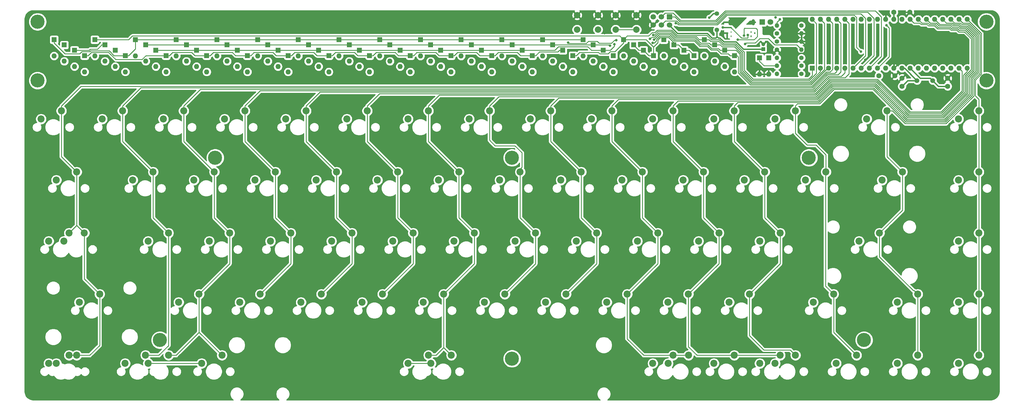
<source format=gbr>
G04 #@! TF.GenerationSoftware,KiCad,Pcbnew,(5.1.5)-3*
G04 #@! TF.CreationDate,2020-02-02T09:21:11-06:00*
G04 #@! TF.ProjectId,USB Screw MOD,55534220-5363-4726-9577-204d4f442e6b,rev?*
G04 #@! TF.SameCoordinates,Original*
G04 #@! TF.FileFunction,Copper,L2,Bot*
G04 #@! TF.FilePolarity,Positive*
%FSLAX46Y46*%
G04 Gerber Fmt 4.6, Leading zero omitted, Abs format (unit mm)*
G04 Created by KiCad (PCBNEW (5.1.5)-3) date 2020-02-02 09:21:11*
%MOMM*%
%LPD*%
G04 APERTURE LIST*
%ADD10C,1.400000*%
%ADD11O,1.400000X1.400000*%
%ADD12O,1.050000X1.900000*%
%ADD13C,1.800000*%
%ADD14R,1.800000X1.800000*%
%ADD15R,1.600000X1.600000*%
%ADD16O,1.600000X1.600000*%
%ADD17C,2.200000*%
%ADD18R,1.700000X1.700000*%
%ADD19C,1.700000*%
%ADD20C,1.500000*%
%ADD21C,1.600000*%
%ADD22R,1.200000X1.200000*%
%ADD23C,1.200000*%
%ADD24C,2.000000*%
%ADD25C,4.400000*%
%ADD26C,0.800000*%
%ADD27C,0.400000*%
%ADD28C,0.250000*%
%ADD29C,0.254000*%
G04 APERTURE END LIST*
D10*
X288756316Y-70580211D03*
D11*
X296376316Y-70580211D03*
D10*
X288756316Y-68060499D03*
D11*
X296376316Y-68060499D03*
D10*
X296376316Y-78138982D03*
D11*
X288756316Y-78138982D03*
D12*
X274200000Y-62100000D03*
X281350000Y-62100000D03*
D13*
X286667716Y-61970830D03*
D14*
X284127716Y-61970830D03*
D15*
X299753430Y-76389182D03*
D16*
X348013430Y-61149182D03*
X302293430Y-76389182D03*
X345473430Y-61149182D03*
X304833430Y-76389182D03*
X342933430Y-61149182D03*
X307373430Y-76389182D03*
X340393430Y-61149182D03*
X309913430Y-76389182D03*
X337853430Y-61149182D03*
X312453430Y-76389182D03*
X335313430Y-61149182D03*
X314993430Y-76389182D03*
X332773430Y-61149182D03*
X317533430Y-76389182D03*
X330233430Y-61149182D03*
X320073430Y-76389182D03*
X327693430Y-61149182D03*
X322613430Y-76389182D03*
X325153430Y-61149182D03*
X325153430Y-76389182D03*
X322613430Y-61149182D03*
X327693430Y-76389182D03*
X320073430Y-61149182D03*
X330233430Y-76389182D03*
X317533430Y-61149182D03*
X332773430Y-76389182D03*
X314993430Y-61149182D03*
X335313430Y-76389182D03*
X312453430Y-61149182D03*
X337853430Y-76389182D03*
X309913430Y-61149182D03*
X340393430Y-76389182D03*
X307373430Y-61149182D03*
X342933430Y-76389182D03*
X304833430Y-61149182D03*
X345473430Y-76389182D03*
X302293430Y-61149182D03*
X348013430Y-76389182D03*
X299753430Y-61149182D03*
D17*
X283390128Y-168433750D03*
X289740128Y-165893750D03*
X254833936Y-168433750D03*
X261183936Y-165893750D03*
X180207573Y-165901640D03*
X173857573Y-168441640D03*
X92893031Y-168429819D03*
X99243031Y-165889819D03*
X64293700Y-168423620D03*
X70643700Y-165883620D03*
X68262500Y-127783620D03*
X61912500Y-130323620D03*
D18*
X255293830Y-60350870D03*
D19*
X255293830Y-62890870D03*
X252753830Y-60350870D03*
X252753830Y-62890870D03*
X250213830Y-60350870D03*
X250213830Y-62890870D03*
D17*
X323056250Y-89693750D03*
X316706250Y-92233750D03*
X314325250Y-130333750D03*
X320675250Y-127793750D03*
X71437450Y-149383750D03*
X77787450Y-146843750D03*
X68262450Y-165883620D03*
X61912450Y-168423620D03*
X92075050Y-165893750D03*
X85725050Y-168433750D03*
X115887450Y-165883620D03*
X109537450Y-168423620D03*
X73025050Y-127783620D03*
X66675050Y-130323620D03*
X306387250Y-146843750D03*
X300037250Y-149383750D03*
X64293750Y-111283750D03*
X70643750Y-108743750D03*
X321468250Y-111283750D03*
X327818250Y-108743750D03*
X275466206Y-165893750D03*
X269116206Y-168433750D03*
X256410884Y-165883620D03*
X250060884Y-168423620D03*
X294481250Y-89693750D03*
X288131250Y-92233750D03*
X132556250Y-108743750D03*
X126206250Y-111283750D03*
X65881250Y-89693750D03*
X59531250Y-92233750D03*
X84931250Y-89693750D03*
X78581250Y-92233750D03*
X103981250Y-89693750D03*
X97631250Y-92233750D03*
X123031250Y-89693750D03*
X116681250Y-92233750D03*
X142081250Y-89693750D03*
X135731250Y-92233750D03*
X161131250Y-89693750D03*
X154781250Y-92233750D03*
X180181250Y-89693750D03*
X173831250Y-92233750D03*
X199231250Y-89693750D03*
X192881250Y-92233750D03*
X218281250Y-89693750D03*
X211931250Y-92233750D03*
X237331250Y-89693750D03*
X230981250Y-92233750D03*
X256381250Y-89693750D03*
X250031250Y-92233750D03*
X275431250Y-89693750D03*
X269081250Y-92233750D03*
X351631250Y-89693750D03*
X345281250Y-92233750D03*
X94456250Y-108743750D03*
X88106250Y-111283750D03*
X113506250Y-108743750D03*
X107156250Y-111283750D03*
X151606250Y-108743750D03*
X145256250Y-111283750D03*
X170656250Y-108743750D03*
X164306250Y-111283750D03*
X189706250Y-108743750D03*
X183356250Y-111283750D03*
X208756250Y-108743750D03*
X202406250Y-111283750D03*
X227806250Y-108743750D03*
X221456250Y-111283750D03*
X246856250Y-108743750D03*
X240506250Y-111283750D03*
X265906250Y-108743750D03*
X259556250Y-111283750D03*
X284956250Y-108743750D03*
X278606250Y-111283750D03*
X304006250Y-108743750D03*
X297656250Y-111283750D03*
X351631250Y-108743750D03*
X345281250Y-111283750D03*
X99218750Y-127793750D03*
X92868750Y-130333750D03*
X118268750Y-127793750D03*
X111918750Y-130333750D03*
X137318750Y-127793750D03*
X130968750Y-130333750D03*
X156368250Y-127793750D03*
X150018250Y-130333750D03*
X175418250Y-127793750D03*
X169068250Y-130333750D03*
X194468250Y-127793750D03*
X188118250Y-130333750D03*
X213518250Y-127793750D03*
X207168250Y-130333750D03*
X232568250Y-127793750D03*
X226218250Y-130333750D03*
X251618250Y-127793750D03*
X245268250Y-130333750D03*
X270668250Y-127793750D03*
X264318250Y-130333750D03*
X289718250Y-127793750D03*
X283368250Y-130333750D03*
X351631250Y-127793750D03*
X345281250Y-130333750D03*
X108743750Y-146843750D03*
X102393750Y-149383750D03*
X127793750Y-146843750D03*
X121443750Y-149383750D03*
X146843750Y-146843750D03*
X140493750Y-149383750D03*
X165894250Y-146843750D03*
X159544250Y-149383750D03*
X184944250Y-146843750D03*
X178594250Y-149383750D03*
X203994250Y-146843750D03*
X197644250Y-149383750D03*
X223044250Y-146843750D03*
X216694250Y-149383750D03*
X242094250Y-146843750D03*
X235744250Y-149383750D03*
X261144250Y-146843750D03*
X254794250Y-149383750D03*
X280194250Y-146843750D03*
X273844250Y-149383750D03*
X332581250Y-146843750D03*
X326231250Y-149383750D03*
X351631250Y-146843750D03*
X345281250Y-149383750D03*
X187325250Y-165893750D03*
X180975250Y-168433750D03*
X313531250Y-165893750D03*
X307181250Y-168433750D03*
X332581250Y-165893750D03*
X326231250Y-168433750D03*
X351631250Y-165893750D03*
X345281250Y-168433750D03*
X294521528Y-165883620D03*
X288171528Y-168423620D03*
D20*
X337251644Y-80256240D03*
X332371644Y-80256240D03*
D21*
X341906112Y-79506040D03*
X341906112Y-82006040D03*
X327680238Y-79506040D03*
X327680238Y-82006040D03*
X330125530Y-58926178D03*
X325125530Y-58926178D03*
X325471062Y-78716416D03*
X320471062Y-78716416D03*
D10*
X296376316Y-75645517D03*
D11*
X288756316Y-75645517D03*
D10*
X296376316Y-73152052D03*
D11*
X288756316Y-73152052D03*
D10*
X288756316Y-65567034D03*
D11*
X296376316Y-65567034D03*
D10*
X296376316Y-63073204D03*
D11*
X288756316Y-63073204D03*
D22*
X284477676Y-70404866D03*
D23*
X284477676Y-68904866D03*
D10*
X270047614Y-59350838D03*
X270047614Y-64450838D03*
D24*
X244985732Y-59836074D03*
X244985732Y-64336074D03*
X238485732Y-59836074D03*
X238485732Y-64336074D03*
X232985732Y-59836074D03*
X232985732Y-64336074D03*
X226485732Y-59836074D03*
X226485732Y-64336074D03*
D16*
X63600284Y-72555612D03*
D15*
X63600284Y-67475612D03*
D16*
X73108673Y-77516199D03*
D15*
X73108673Y-72436199D03*
D16*
X85786525Y-77516199D03*
D15*
X85786525Y-72436199D03*
D16*
X88955988Y-72555612D03*
D15*
X88955988Y-67475612D03*
D16*
X101633840Y-72555612D03*
D15*
X101633840Y-67475612D03*
D16*
X114311692Y-72555612D03*
D15*
X114311692Y-67475612D03*
D16*
X126989544Y-72555612D03*
D15*
X126989544Y-67475612D03*
D16*
X139667396Y-72555612D03*
D15*
X139667396Y-67475612D03*
D16*
X152345248Y-72555612D03*
D15*
X152345248Y-67475612D03*
D16*
X165023100Y-72555612D03*
D15*
X165023100Y-67475612D03*
D16*
X177700952Y-72555612D03*
D15*
X177700952Y-67475612D03*
D16*
X190378804Y-72555612D03*
D15*
X190378804Y-67475612D03*
D16*
X203056656Y-72555612D03*
D15*
X203056656Y-67475612D03*
D16*
X215734508Y-72555612D03*
D15*
X215734508Y-67475612D03*
D16*
X228342376Y-72555612D03*
D15*
X228342376Y-67475612D03*
D16*
X275541929Y-77516199D03*
D15*
X275541929Y-72436199D03*
D16*
X66769747Y-74209141D03*
D15*
X66769747Y-69129141D03*
D16*
X82617062Y-75862670D03*
D15*
X82617062Y-70782670D03*
D16*
X92125451Y-74209141D03*
D15*
X92125451Y-69129141D03*
D16*
X104803303Y-74209141D03*
D15*
X104803303Y-69129141D03*
D16*
X117481155Y-74209141D03*
D15*
X117481155Y-69129141D03*
D16*
X130159007Y-74209141D03*
D15*
X130159007Y-69129141D03*
D16*
X142836859Y-74209141D03*
D15*
X142836859Y-69129141D03*
D16*
X155514711Y-74209141D03*
D15*
X155514711Y-69129141D03*
D16*
X168192563Y-74209141D03*
D15*
X168192563Y-69129141D03*
D16*
X180870415Y-74209141D03*
D15*
X180870415Y-69129141D03*
D16*
X193548267Y-74209141D03*
D15*
X193548267Y-69129141D03*
D16*
X206226119Y-74209141D03*
D15*
X206226119Y-69129141D03*
D16*
X218886475Y-74209141D03*
D15*
X218886475Y-69129141D03*
D16*
X231493149Y-74209141D03*
D15*
X231493149Y-69129141D03*
D16*
X272453205Y-75862670D03*
D15*
X272453205Y-70782670D03*
D16*
X69939210Y-75862670D03*
D15*
X69939210Y-70782670D03*
D16*
X79447599Y-74209141D03*
D15*
X79447599Y-69129141D03*
D16*
X95294914Y-75862670D03*
D15*
X95294914Y-70782670D03*
D16*
X107972766Y-75862670D03*
D15*
X107972766Y-70782670D03*
D16*
X120650618Y-75862670D03*
D15*
X120650618Y-70782670D03*
D16*
X133328470Y-75862670D03*
D15*
X133328470Y-70782670D03*
D16*
X146006322Y-75862670D03*
D15*
X146006322Y-70782670D03*
D16*
X158684174Y-75862670D03*
D15*
X158684174Y-70782670D03*
D16*
X171362026Y-75862670D03*
D15*
X171362026Y-70782670D03*
D16*
X184039878Y-75862670D03*
D15*
X184039878Y-70782670D03*
D16*
X196717730Y-75862670D03*
D15*
X196717730Y-70782670D03*
D16*
X209395582Y-75862670D03*
D15*
X209395582Y-70782670D03*
D16*
X234643922Y-75862670D03*
D15*
X234643922Y-70782670D03*
D16*
X269364481Y-74209141D03*
D15*
X269364481Y-69129141D03*
D16*
X98464377Y-77516199D03*
D15*
X98464377Y-72436199D03*
D16*
X111142229Y-77516199D03*
D15*
X111142229Y-72436199D03*
D16*
X123820081Y-77516199D03*
D15*
X123820081Y-72436199D03*
D16*
X136497933Y-77516199D03*
D15*
X136497933Y-72436199D03*
D16*
X149175785Y-77516199D03*
D15*
X149175785Y-72436199D03*
D16*
X161853637Y-77516199D03*
D15*
X161853637Y-72436199D03*
D16*
X174531489Y-77516199D03*
D15*
X174531489Y-72436199D03*
D16*
X187209341Y-77516199D03*
D15*
X187209341Y-72436199D03*
D16*
X199887193Y-77516199D03*
D15*
X199887193Y-72436199D03*
D16*
X212565045Y-77516199D03*
D15*
X212565045Y-72436199D03*
D16*
X222038442Y-75862670D03*
D15*
X222038442Y-70782670D03*
D16*
X237794695Y-77516199D03*
D15*
X237794695Y-72436199D03*
D16*
X266089606Y-72555612D03*
D15*
X266089606Y-67475612D03*
D16*
X259788058Y-75862670D03*
D15*
X259788058Y-70782670D03*
D16*
X76278136Y-72555612D03*
D15*
X76278136Y-67475612D03*
D16*
X256637284Y-74209141D03*
D15*
X256637284Y-69129141D03*
D16*
X253486511Y-72555612D03*
D15*
X253486511Y-67475612D03*
D16*
X250335738Y-77516199D03*
D15*
X250335738Y-72436199D03*
D16*
X225190409Y-77516199D03*
D15*
X225190409Y-72436199D03*
D16*
X244096241Y-74209141D03*
D15*
X244096241Y-69129141D03*
D16*
X240945468Y-72555612D03*
D15*
X240945468Y-67475612D03*
D16*
X262938832Y-77516199D03*
D15*
X262938832Y-72436199D03*
D16*
X247184965Y-75862670D03*
D15*
X247184965Y-70782670D03*
D16*
X286174982Y-78242196D03*
D15*
X286174982Y-73162196D03*
D16*
X283305310Y-78242196D03*
D15*
X283305310Y-73162196D03*
D25*
X206213345Y-166958110D03*
X206213345Y-104302994D03*
X298671968Y-104302994D03*
X113754723Y-104302994D03*
X315860803Y-161146960D03*
X96565888Y-161146960D03*
X353970721Y-80221243D03*
X353970721Y-61899530D03*
X58455970Y-61899530D03*
X58455970Y-80221243D03*
D26*
X317286426Y-147658536D03*
X127275644Y-177842586D03*
X254608590Y-121534022D03*
X275168740Y-121971472D03*
X104895702Y-124176220D03*
X324443108Y-92679820D03*
X316988960Y-87990356D03*
X333332092Y-169513538D03*
X283427796Y-173083130D03*
X289709578Y-173223114D03*
X276603576Y-172995640D03*
X249954122Y-173205616D03*
X342571036Y-93839906D03*
X303515500Y-88952746D03*
X57598608Y-86468030D03*
X298598562Y-78348958D03*
X276813552Y-62031022D03*
X249271700Y-70439862D03*
X235045826Y-65487928D03*
X316289040Y-78243970D03*
X212438410Y-178122554D03*
X263037486Y-64331925D03*
X262302584Y-60237471D03*
X286239392Y-65381785D03*
X317630206Y-71261001D03*
X316265388Y-73704406D03*
X317630206Y-66116687D03*
X319939898Y-71261001D03*
X322459562Y-71261001D03*
X315075545Y-66116687D03*
X312520886Y-66116687D03*
X309966227Y-66116687D03*
X307411568Y-66116687D03*
X304856909Y-66116687D03*
X302302250Y-66116687D03*
X288339112Y-60499936D03*
X271849908Y-63633140D03*
X267650388Y-60605986D03*
X279700000Y-66000000D03*
X250080466Y-68467729D03*
X250461158Y-67472794D03*
X236725634Y-69327582D03*
X238072980Y-68935034D03*
X249202787Y-67247085D03*
X250199094Y-66012868D03*
X238720406Y-67640182D03*
X223724620Y-68392596D03*
X278825616Y-68797705D03*
X322885786Y-63003212D03*
X289651437Y-61170830D03*
X278500000Y-66200000D03*
X276534836Y-67473316D03*
X314871702Y-71192276D03*
X257249287Y-62351160D03*
D27*
X325953429Y-75589183D02*
X325153430Y-76389182D01*
X326493429Y-75049183D02*
X325953429Y-75589183D01*
X326493429Y-60058279D02*
X326493429Y-75049183D01*
X330125530Y-58926178D02*
X327625530Y-58926178D01*
X327625530Y-58926178D02*
X326493429Y-60058279D01*
X297076315Y-68760498D02*
X296376316Y-68060499D01*
X297476317Y-69160500D02*
X297076315Y-68760498D01*
X297476317Y-71108212D02*
X297476317Y-69160500D01*
X296904317Y-71680212D02*
X297476317Y-71108212D01*
X289856317Y-71680212D02*
X296904317Y-71680212D01*
X288756316Y-70580211D02*
X289856317Y-71680212D01*
X296376316Y-68060499D02*
X296376316Y-65567034D01*
X317577713Y-71261001D02*
X317577713Y-72392081D01*
X317577713Y-72392081D02*
X316265388Y-73704406D01*
X268905536Y-59350838D02*
X267650388Y-60605986D01*
X270047614Y-59350838D02*
X268905536Y-59350838D01*
X274445205Y-63633140D02*
X271849908Y-63633140D01*
D28*
X279700000Y-66000000D02*
X279700000Y-66000000D01*
X277700000Y-67000000D02*
X279700000Y-67000000D01*
X279700000Y-67000000D02*
X279700000Y-66000000D01*
X274445205Y-63633140D02*
X274445205Y-63745205D01*
X274445205Y-63745205D02*
X277700000Y-67000000D01*
X276307675Y-72436199D02*
X276726062Y-72854586D01*
X275541929Y-72436199D02*
X276307675Y-72436199D01*
X276726062Y-72854586D02*
X276726062Y-77824018D01*
X276726062Y-77824018D02*
X280470634Y-81568590D01*
X299420968Y-81568590D02*
X298773542Y-81568590D01*
X304600376Y-76389182D02*
X299420968Y-81568590D01*
X280470634Y-81568590D02*
X298773542Y-81568590D01*
X66982343Y-71907671D02*
X71529039Y-71907671D01*
X63600284Y-67475612D02*
X63600284Y-68525612D01*
X71529039Y-71907671D02*
X72204029Y-71232681D01*
X82208844Y-72436199D02*
X84736525Y-72436199D01*
X72204029Y-71232681D02*
X74725780Y-71232681D01*
X84736525Y-72436199D02*
X85786525Y-72436199D01*
X74725780Y-71232681D02*
X74977861Y-70980600D01*
X81530933Y-71740791D02*
X81530933Y-71758288D01*
X74977861Y-70980600D02*
X80770743Y-70980600D01*
X81530933Y-71758288D02*
X82208844Y-72436199D01*
X63600284Y-68525612D02*
X66982343Y-71907671D01*
X80770743Y-70980600D02*
X81530933Y-71740791D01*
X88955988Y-68525612D02*
X88955988Y-67475612D01*
X88955988Y-70316736D02*
X88955988Y-68525612D01*
X86836525Y-72436199D02*
X88955988Y-70316736D01*
X85786525Y-72436199D02*
X86836525Y-72436199D01*
X88955988Y-67475612D02*
X101633840Y-67475612D01*
X102683840Y-67475612D02*
X114311692Y-67475612D01*
X101633840Y-67475612D02*
X102683840Y-67475612D01*
X115361692Y-67475612D02*
X126989544Y-67475612D01*
X114311692Y-67475612D02*
X115361692Y-67475612D01*
X128039544Y-67475612D02*
X139667396Y-67475612D01*
X126989544Y-67475612D02*
X128039544Y-67475612D01*
X140717396Y-67475612D02*
X152345248Y-67475612D01*
X139667396Y-67475612D02*
X140717396Y-67475612D01*
X153395248Y-67475612D02*
X165023100Y-67475612D01*
X152345248Y-67475612D02*
X153395248Y-67475612D01*
X166073100Y-67475612D02*
X177700952Y-67475612D01*
X165023100Y-67475612D02*
X166073100Y-67475612D01*
X178750952Y-67475612D02*
X190378804Y-67475612D01*
X177700952Y-67475612D02*
X178750952Y-67475612D01*
X191428804Y-67475612D02*
X203056656Y-67475612D01*
X190378804Y-67475612D02*
X191428804Y-67475612D01*
X204106656Y-67475612D02*
X215734508Y-67475612D01*
X203056656Y-67475612D02*
X204106656Y-67475612D01*
X216784508Y-67475612D02*
X228342376Y-67475612D01*
X215734508Y-67475612D02*
X216784508Y-67475612D01*
X250541163Y-68467729D02*
X250080466Y-68467729D01*
X251186566Y-67822326D02*
X250541163Y-68467729D01*
X251186566Y-67383796D02*
X251186566Y-67822326D01*
X252225032Y-66345330D02*
X251186566Y-67383796D01*
X255232035Y-66345330D02*
X252225032Y-66345330D01*
X256801918Y-67915213D02*
X255232035Y-66345330D01*
X263071383Y-67915213D02*
X256801918Y-67915213D01*
X275541929Y-72436199D02*
X274137923Y-72436199D01*
X274137923Y-72436199D02*
X273611418Y-71909694D01*
X273611418Y-71909694D02*
X271395227Y-71909694D01*
X271395227Y-71909694D02*
X270730303Y-71244770D01*
X270730303Y-71244770D02*
X270724248Y-71244770D01*
X270724248Y-71244770D02*
X270216806Y-70737328D01*
X270216806Y-70737328D02*
X268257030Y-70737328D01*
X267138460Y-69618758D02*
X264774928Y-69618758D01*
X268257030Y-70737328D02*
X267138460Y-69618758D01*
X264774928Y-69618758D02*
X263071383Y-67915213D01*
X66854850Y-68567797D02*
X66854850Y-68725276D01*
X93175451Y-69129141D02*
X104803303Y-69129141D01*
X92125451Y-69129141D02*
X93175451Y-69129141D01*
X104803303Y-69129141D02*
X117481155Y-69129141D01*
X118531155Y-69129141D02*
X130159007Y-69129141D01*
X117481155Y-69129141D02*
X118531155Y-69129141D01*
X131209007Y-69129141D02*
X142836859Y-69129141D01*
X130159007Y-69129141D02*
X131209007Y-69129141D01*
X143886859Y-69129141D02*
X155514711Y-69129141D01*
X142836859Y-69129141D02*
X143886859Y-69129141D01*
X156564711Y-69129141D02*
X168192563Y-69129141D01*
X155514711Y-69129141D02*
X156564711Y-69129141D01*
X169242563Y-69129141D02*
X180870415Y-69129141D01*
X168192563Y-69129141D02*
X169242563Y-69129141D01*
X181920415Y-69129141D02*
X193548267Y-69129141D01*
X180870415Y-69129141D02*
X181920415Y-69129141D01*
X194598267Y-69129141D02*
X206226119Y-69129141D01*
X193548267Y-69129141D02*
X194598267Y-69129141D01*
X207276119Y-69129141D02*
X218886475Y-69129141D01*
X206226119Y-69129141D02*
X207276119Y-69129141D01*
X219936475Y-69129141D02*
X231493149Y-69129141D01*
X218886475Y-69129141D02*
X219936475Y-69129141D01*
X231493149Y-69129141D02*
X236527193Y-69129141D01*
X236527193Y-69129141D02*
X236725634Y-69327582D01*
X250861157Y-67072795D02*
X250461158Y-67472794D01*
X255413498Y-65890382D02*
X252043570Y-65890382D01*
X263257783Y-67465202D02*
X256988318Y-67465202D01*
X272453205Y-70782670D02*
X271014562Y-70782670D01*
X271014562Y-70782670D02*
X270514272Y-70282380D01*
X256988318Y-67465202D02*
X255413498Y-65890382D01*
X270514272Y-70282380D02*
X268449508Y-70282380D01*
X268449508Y-70282380D02*
X267259644Y-69092516D01*
X252043570Y-65890382D02*
X250861157Y-67072795D01*
X267259644Y-69092516D02*
X264885097Y-69092516D01*
X264885097Y-69092516D02*
X263257783Y-67465202D01*
X303585492Y-62441244D02*
X302293430Y-61149182D01*
X276015581Y-70782670D02*
X277181010Y-71948099D01*
X272453205Y-70782670D02*
X276015581Y-70782670D01*
X303585492Y-76756640D02*
X303585492Y-62441244D01*
X277181010Y-77631540D02*
X280663112Y-81113642D01*
X277181010Y-71948099D02*
X277181010Y-77631540D01*
X280663112Y-81113642D02*
X299228490Y-81113642D01*
X299228490Y-81113642D02*
X303585492Y-76756640D01*
X269971834Y-68777769D02*
X269079436Y-68777769D01*
X269079436Y-68777769D02*
X269516669Y-68777769D01*
X295501416Y-80658694D02*
X295676396Y-80658694D01*
X297828650Y-80658694D02*
X299036012Y-80658694D01*
X295501416Y-80658694D02*
X297828650Y-80658694D01*
X297828650Y-80658694D02*
X298143614Y-80658694D01*
X302293430Y-77401276D02*
X302293430Y-77386568D01*
X299036012Y-80658694D02*
X302293430Y-77401276D01*
X302293430Y-76389182D02*
X302293430Y-77386568D01*
X77112000Y-70414740D02*
X74898788Y-70414740D01*
X70989210Y-70782670D02*
X69939210Y-70782670D01*
X74898788Y-70414740D02*
X74530858Y-70782670D01*
X74530858Y-70782670D02*
X70989210Y-70782670D01*
X78397599Y-69129141D02*
X77112000Y-70414740D01*
X79447599Y-69129141D02*
X78397599Y-69129141D01*
X96344914Y-70782670D02*
X107972766Y-70782670D01*
X95294914Y-70782670D02*
X96344914Y-70782670D01*
X109022766Y-70782670D02*
X120650618Y-70782670D01*
X107972766Y-70782670D02*
X109022766Y-70782670D01*
X121700618Y-70782670D02*
X133328470Y-70782670D01*
X120650618Y-70782670D02*
X121700618Y-70782670D01*
X134378470Y-70782670D02*
X146006322Y-70782670D01*
X133328470Y-70782670D02*
X134378470Y-70782670D01*
X147056322Y-70782670D02*
X158684174Y-70782670D01*
X146006322Y-70782670D02*
X147056322Y-70782670D01*
X159734174Y-70782670D02*
X171362026Y-70782670D01*
X158684174Y-70782670D02*
X159734174Y-70782670D01*
X172412026Y-70782670D02*
X184039878Y-70782670D01*
X171362026Y-70782670D02*
X172412026Y-70782670D01*
X185089878Y-70782670D02*
X196717730Y-70782670D01*
X184039878Y-70782670D02*
X185089878Y-70782670D01*
X197767730Y-70782670D02*
X209395582Y-70782670D01*
X196717730Y-70782670D02*
X197767730Y-70782670D01*
X209395582Y-70782670D02*
X219549750Y-70782670D01*
X233593922Y-70782670D02*
X234643922Y-70782670D01*
X230961676Y-70782670D02*
X233593922Y-70782670D01*
X229836675Y-69657669D02*
X230961676Y-70782670D01*
X220674751Y-69657669D02*
X229836675Y-69657669D01*
X219549750Y-70782670D02*
X220674751Y-69657669D01*
X238072980Y-69500719D02*
X236791029Y-70782670D01*
X238072980Y-68935034D02*
X238072980Y-69500719D01*
X235693922Y-70782670D02*
X234643922Y-70782670D01*
X236791029Y-70782670D02*
X235693922Y-70782670D01*
X249707774Y-66742098D02*
X249602786Y-66847086D01*
X249602786Y-66847086D02*
X249202787Y-67247085D01*
X250537242Y-66742098D02*
X249707774Y-66742098D01*
X251843906Y-65435434D02*
X250537242Y-66742098D01*
X255605976Y-65435434D02*
X251843906Y-65435434D01*
X257180796Y-67010254D02*
X255605976Y-65435434D01*
X268117046Y-69129141D02*
X268117046Y-69127512D01*
X269364481Y-69129141D02*
X268117046Y-69129141D01*
X268117046Y-69127512D02*
X267609604Y-68620070D01*
X267609604Y-68620070D02*
X265049062Y-68620070D01*
X265049062Y-68620070D02*
X263439246Y-67010254D01*
X263439246Y-67010254D02*
X257180796Y-67010254D01*
X271651642Y-69652452D02*
X275521774Y-69652452D01*
X277635958Y-77439062D02*
X280855590Y-80658694D01*
X277635958Y-71766636D02*
X277635958Y-77439062D01*
X280855590Y-80658694D02*
X295501416Y-80658694D01*
X275521774Y-69652452D02*
X277635958Y-71766636D01*
X271128331Y-69129141D02*
X271651642Y-69652452D01*
X269364481Y-69129141D02*
X271128331Y-69129141D01*
X295238946Y-80203746D02*
X295483918Y-80203746D01*
X97414377Y-72436199D02*
X98464377Y-72436199D01*
X90988977Y-73680613D02*
X92233391Y-72436199D01*
X82816848Y-73680613D02*
X90988977Y-73680613D01*
X73108673Y-72436199D02*
X74158673Y-72436199D01*
X92233391Y-72436199D02*
X97414377Y-72436199D01*
X74158673Y-72436199D02*
X75164261Y-71430611D01*
X75164261Y-71430611D02*
X80584345Y-71430611D01*
X80584345Y-71430611D02*
X81080923Y-71927189D01*
X81080923Y-71927189D02*
X81080924Y-71944689D01*
X81080924Y-71944689D02*
X82816848Y-73680613D01*
X110092229Y-72436199D02*
X111142229Y-72436199D01*
X107441293Y-72436199D02*
X110092229Y-72436199D01*
X106435705Y-71430611D02*
X107441293Y-72436199D01*
X100519965Y-71430611D02*
X106435705Y-71430611D01*
X99514377Y-72436199D02*
X100519965Y-71430611D01*
X98464377Y-72436199D02*
X99514377Y-72436199D01*
X122770081Y-72436199D02*
X123820081Y-72436199D01*
X120119145Y-72436199D02*
X122770081Y-72436199D01*
X119113557Y-71430611D02*
X120119145Y-72436199D01*
X113197817Y-71430611D02*
X119113557Y-71430611D01*
X112192229Y-72436199D02*
X113197817Y-71430611D01*
X111142229Y-72436199D02*
X112192229Y-72436199D01*
X135447933Y-72436199D02*
X136497933Y-72436199D01*
X132796997Y-72436199D02*
X135447933Y-72436199D01*
X131791409Y-71430611D02*
X132796997Y-72436199D01*
X125875669Y-71430611D02*
X131791409Y-71430611D01*
X124870081Y-72436199D02*
X125875669Y-71430611D01*
X123820081Y-72436199D02*
X124870081Y-72436199D01*
X148125785Y-72436199D02*
X149175785Y-72436199D01*
X145474849Y-72436199D02*
X148125785Y-72436199D01*
X144469261Y-71430611D02*
X145474849Y-72436199D01*
X138553521Y-71430611D02*
X144469261Y-71430611D01*
X137547933Y-72436199D02*
X138553521Y-71430611D01*
X136497933Y-72436199D02*
X137547933Y-72436199D01*
X160803637Y-72436199D02*
X161853637Y-72436199D01*
X158152701Y-72436199D02*
X160803637Y-72436199D01*
X157147113Y-71430611D02*
X158152701Y-72436199D01*
X151231373Y-71430611D02*
X157147113Y-71430611D01*
X150225785Y-72436199D02*
X151231373Y-71430611D01*
X149175785Y-72436199D02*
X150225785Y-72436199D01*
X173481489Y-72436199D02*
X174531489Y-72436199D01*
X170830553Y-72436199D02*
X173481489Y-72436199D01*
X169824965Y-71430611D02*
X170830553Y-72436199D01*
X163909225Y-71430611D02*
X169824965Y-71430611D01*
X162903637Y-72436199D02*
X163909225Y-71430611D01*
X161853637Y-72436199D02*
X162903637Y-72436199D01*
X186159341Y-72436199D02*
X187209341Y-72436199D01*
X183508405Y-72436199D02*
X186159341Y-72436199D01*
X182502817Y-71430611D02*
X183508405Y-72436199D01*
X176587077Y-71430611D02*
X182502817Y-71430611D01*
X175581489Y-72436199D02*
X176587077Y-71430611D01*
X174531489Y-72436199D02*
X175581489Y-72436199D01*
X198837193Y-72436199D02*
X199887193Y-72436199D01*
X196186257Y-72436199D02*
X198837193Y-72436199D01*
X195180669Y-71430611D02*
X196186257Y-72436199D01*
X189264929Y-71430611D02*
X195180669Y-71430611D01*
X188259341Y-72436199D02*
X189264929Y-71430611D01*
X187209341Y-72436199D02*
X188259341Y-72436199D01*
X211515045Y-72436199D02*
X212565045Y-72436199D01*
X208864109Y-72436199D02*
X211515045Y-72436199D01*
X207858521Y-71430611D02*
X208864109Y-72436199D01*
X201942781Y-71430611D02*
X207858521Y-71430611D01*
X200937193Y-72436199D02*
X201942781Y-71430611D01*
X199887193Y-72436199D02*
X200937193Y-72436199D01*
X220988442Y-70782670D02*
X222038442Y-70782670D01*
X220459914Y-71311198D02*
X220988442Y-70782670D01*
X214740046Y-71311198D02*
X220459914Y-71311198D01*
X213615045Y-72436199D02*
X214740046Y-71311198D01*
X212565045Y-72436199D02*
X213615045Y-72436199D01*
X264557864Y-67475612D02*
X266089606Y-67475612D01*
X250619046Y-66012868D02*
X251651428Y-64980486D01*
X251651428Y-64980486D02*
X255798454Y-64980486D01*
X255798454Y-64980486D02*
X257373274Y-66555306D01*
X257373274Y-66555306D02*
X263637558Y-66555306D01*
X250199094Y-66012868D02*
X250619046Y-66012868D01*
X263637558Y-66555306D02*
X264557864Y-67475612D01*
X238720406Y-67640182D02*
X238154721Y-67640182D01*
X238154721Y-67640182D02*
X237192331Y-68602572D01*
X237192331Y-68602572D02*
X233331022Y-68602572D01*
X229998850Y-68004140D02*
X229347924Y-68655066D01*
X233331022Y-68602572D02*
X232732590Y-68004140D01*
X232732590Y-68004140D02*
X229998850Y-68004140D01*
X229347924Y-68655066D02*
X223987090Y-68655066D01*
X223987090Y-68655066D02*
X223724620Y-68392596D01*
X278090906Y-71585173D02*
X278090906Y-77246584D01*
X281048068Y-80203746D02*
X295238946Y-80203746D01*
X278090906Y-77246584D02*
X281048068Y-80203746D01*
X275703237Y-69197504D02*
X278090906Y-71585173D01*
X271844120Y-69197504D02*
X275703237Y-69197504D01*
X270619260Y-67972644D02*
X271844120Y-69197504D01*
X268099548Y-67972644D02*
X270619260Y-67972644D01*
X267602516Y-67475612D02*
X268099548Y-67972644D01*
X266089606Y-67475612D02*
X267602516Y-67475612D01*
X301048282Y-62444034D02*
X299753430Y-61149182D01*
X301048282Y-77998998D02*
X301048282Y-62444034D01*
X298843534Y-80203746D02*
X301048282Y-77998998D01*
X295238946Y-80203746D02*
X298843534Y-80203746D01*
X249285738Y-72436199D02*
X250335738Y-72436199D01*
X268484504Y-67517696D02*
X268904456Y-67517696D01*
X240945468Y-67475612D02*
X240949740Y-67475612D01*
X225190409Y-72436199D02*
X226240409Y-72436199D01*
X226240409Y-72436199D02*
X227245997Y-71430611D01*
X227245997Y-71430611D02*
X233106861Y-71430611D01*
X238238399Y-71232681D02*
X240945468Y-68525612D01*
X240945468Y-68525612D02*
X240945468Y-67475612D01*
X236813211Y-71232681D02*
X238238399Y-71232681D01*
X233583921Y-71907671D02*
X236138221Y-71907671D01*
X236138221Y-71907671D02*
X236813211Y-71232681D01*
X233106861Y-71430611D02*
X233583921Y-71907671D01*
X86844854Y-67475612D02*
X87992634Y-66327832D01*
X76278136Y-67475612D02*
X86844854Y-67475612D01*
X240945468Y-67475612D02*
X240935564Y-67475612D01*
X239787784Y-66327832D02*
X239525314Y-66327832D01*
X240935564Y-67475612D02*
X239787784Y-66327832D01*
X87992634Y-66327832D02*
X239525314Y-66327832D01*
X247184965Y-70782670D02*
X247184965Y-70785349D01*
X248835815Y-72436199D02*
X249285738Y-72436199D01*
X247184965Y-70785349D02*
X248835815Y-72436199D01*
X246134965Y-70782670D02*
X247184965Y-70782670D01*
X245747450Y-70782670D02*
X246134965Y-70782670D01*
X244096241Y-69131461D02*
X245747450Y-70782670D01*
X244096241Y-69129141D02*
X244096241Y-69131461D01*
X236813211Y-71232681D02*
X236982695Y-71232681D01*
X240945468Y-67444888D02*
X240945468Y-67475612D01*
X242062524Y-66327832D02*
X240945468Y-67444888D01*
X248786184Y-66327832D02*
X242062524Y-66327832D01*
X249836064Y-65277952D02*
X248786184Y-66327832D01*
X268904456Y-67517696D02*
X268316692Y-67517696D01*
X268316692Y-67517696D02*
X266899354Y-66100358D01*
X250706536Y-65277952D02*
X249836064Y-65277952D01*
X266899354Y-66100358D02*
X257565752Y-66100358D01*
X257565752Y-66100358D02*
X255990932Y-64525538D01*
X255990932Y-64525538D02*
X251458950Y-64525538D01*
X251458950Y-64525538D02*
X250706536Y-65277952D01*
X298651056Y-79748798D02*
X281240546Y-79748798D01*
X270811738Y-67517696D02*
X268904456Y-67517696D01*
X272036598Y-68742556D02*
X270811738Y-67517696D01*
X275884700Y-68742556D02*
X272036598Y-68742556D01*
X278545854Y-71403710D02*
X275884700Y-68742556D01*
X278545854Y-77054106D02*
X278545854Y-71403710D01*
X281240546Y-79748798D02*
X278545854Y-77054106D01*
X299753430Y-78646424D02*
X298651056Y-79748798D01*
X299753430Y-76389182D02*
X299753430Y-78646424D01*
X250335738Y-72436199D02*
X250335738Y-70316127D01*
X243492712Y-67475612D02*
X240945468Y-67475612D01*
X248018914Y-67475612D02*
X243492712Y-67475612D01*
X250335738Y-69792436D02*
X248018914Y-67475612D01*
X250335738Y-70316127D02*
X250335738Y-69792436D01*
X254166783Y-66795340D02*
X253486511Y-67475612D01*
X255002301Y-66795340D02*
X254166783Y-66795340D01*
X256637284Y-69129141D02*
X256637284Y-68430323D01*
X256637284Y-68430323D02*
X255002301Y-66795340D01*
X252806239Y-66795340D02*
X253486511Y-67475612D01*
X252411432Y-66795340D02*
X252806239Y-66795340D01*
X251636576Y-67570196D02*
X252411432Y-66795340D01*
X251636576Y-68436308D02*
X251636576Y-67570196D01*
X250335738Y-70316127D02*
X250335738Y-69737146D01*
X250335738Y-69737146D02*
X251636576Y-68436308D01*
X259788058Y-70782670D02*
X259777026Y-70782670D01*
X258123497Y-69129141D02*
X256637284Y-69129141D01*
X259777026Y-70782670D02*
X258123497Y-69129141D01*
X262938832Y-72436199D02*
X262938832Y-72369686D01*
X261351816Y-70782670D02*
X259788058Y-70782670D01*
X262938832Y-72369686D02*
X261351816Y-70782670D01*
X92896962Y-168433750D02*
X92893031Y-168429819D01*
X109537450Y-168433750D02*
X92896962Y-168433750D01*
X173865463Y-168433750D02*
X173857573Y-168441640D01*
X180975250Y-168433750D02*
X173865463Y-168433750D01*
X65881250Y-103981250D02*
X70643750Y-108743750D01*
X65881250Y-89693750D02*
X65881250Y-103981250D01*
X70643750Y-125412450D02*
X73025050Y-127793750D01*
X70643750Y-108743750D02*
X70643750Y-125412450D01*
X73025050Y-142081350D02*
X77787450Y-146843750D01*
X73025050Y-127793750D02*
X73025050Y-142081350D01*
X68266381Y-165889819D02*
X68262450Y-165893750D01*
X70643700Y-165889819D02*
X68266381Y-165889819D01*
X77787450Y-156178614D02*
X77787450Y-162778676D01*
X77787450Y-146843750D02*
X77787450Y-156178614D01*
X77787450Y-156178614D02*
X77787450Y-156368750D01*
X74676307Y-165889819D02*
X70643700Y-165889819D01*
X77787450Y-162778676D02*
X74676307Y-165889819D01*
X69376298Y-126679902D02*
X70643750Y-125412450D01*
X69372160Y-126679902D02*
X69376298Y-126679902D01*
X68272161Y-127779901D02*
X69372160Y-126679902D01*
X306105204Y-62420956D02*
X304833430Y-61149182D01*
X65881250Y-89693750D02*
X65881250Y-88138116D01*
X65881250Y-88138116D02*
X71995828Y-82023538D01*
X71995828Y-82023538D02*
X299613446Y-82023538D01*
X299613446Y-82023538D02*
X304122801Y-77514183D01*
X304122801Y-77514183D02*
X305312665Y-77514183D01*
X306105204Y-76721644D02*
X306105204Y-62420956D01*
X305312665Y-77514183D02*
X306105204Y-76721644D01*
X84931250Y-99218750D02*
X94456250Y-108743750D01*
X84931250Y-89693750D02*
X84931250Y-99218750D01*
X94456250Y-123031250D02*
X99218750Y-127793750D01*
X94456250Y-108743750D02*
X94456250Y-123031250D01*
X99218750Y-127793750D02*
X99218750Y-162869506D01*
X96194506Y-165893750D02*
X92075050Y-165893750D01*
X99218750Y-162869506D02*
X96194506Y-165893750D01*
X84931250Y-89693750D02*
X84931250Y-88138116D01*
X84931250Y-88138116D02*
X90590880Y-82478486D01*
X90590880Y-82478486D02*
X296183838Y-82478486D01*
X296183838Y-82478486D02*
X296446308Y-82478486D01*
X307394071Y-76409823D02*
X307373430Y-76389182D01*
X307394071Y-77350189D02*
X307394071Y-76409823D01*
X306780066Y-77964194D02*
X307394071Y-77350189D01*
X304309200Y-77964194D02*
X306780066Y-77964194D01*
X296183838Y-82478486D02*
X299794908Y-82478486D01*
X299794908Y-82478486D02*
X304309200Y-77964194D01*
X103981250Y-99218750D02*
X113506250Y-108743750D01*
X103981250Y-89693750D02*
X103981250Y-99218750D01*
X113506250Y-123031250D02*
X118268750Y-127793750D01*
X113506250Y-108743750D02*
X113506250Y-123031250D01*
X118268750Y-137318750D02*
X108743750Y-146843750D01*
X118268750Y-127793750D02*
X118268750Y-137318750D01*
X108743750Y-158750050D02*
X115887450Y-165893750D01*
X108743750Y-146843750D02*
X108743750Y-158750050D01*
X108743750Y-158750050D02*
X108729982Y-158750050D01*
X101590213Y-165889819D02*
X101256118Y-165889819D01*
X108729982Y-158750050D02*
X101590213Y-165889819D01*
X101447737Y-165889819D02*
X101256118Y-165889819D01*
X101256118Y-165889819D02*
X99243031Y-165889819D01*
X308642414Y-62418166D02*
X307373430Y-61149182D01*
X103981250Y-89693750D02*
X103981250Y-88138116D01*
X308642414Y-77571650D02*
X308642414Y-62418166D01*
X103981250Y-88138116D02*
X109185932Y-82933434D01*
X109185932Y-82933434D02*
X299976370Y-82933434D01*
X299976370Y-82933434D02*
X304490854Y-78418950D01*
X304490854Y-78418950D02*
X307795114Y-78418950D01*
X307795114Y-78418950D02*
X308642414Y-77571650D01*
X123031250Y-99218750D02*
X132556250Y-108743750D01*
X123031250Y-89693750D02*
X123031250Y-99218750D01*
X132556250Y-123031250D02*
X137318750Y-127793750D01*
X132556250Y-108743750D02*
X132556250Y-123031250D01*
X137318750Y-137318750D02*
X127793750Y-146843750D01*
X137318750Y-127793750D02*
X137318750Y-137318750D01*
X309913430Y-77769828D02*
X309913430Y-76389182D01*
X309913735Y-77770133D02*
X309913430Y-77769828D01*
X123031250Y-89693750D02*
X123031250Y-88138116D01*
X123031250Y-88138116D02*
X127780984Y-83388382D01*
X127780984Y-83388382D02*
X300225876Y-83388382D01*
X300225876Y-83388382D02*
X304722862Y-78891396D01*
X304722862Y-78891396D02*
X308792472Y-78891396D01*
X308792472Y-78891396D02*
X309913735Y-77770133D01*
X142081250Y-99218750D02*
X151606250Y-108743750D01*
X142081250Y-89693750D02*
X142081250Y-99218750D01*
X151606250Y-123031750D02*
X156368250Y-127793750D01*
X151606250Y-108743750D02*
X151606250Y-123031750D01*
X156368250Y-137319250D02*
X146843750Y-146843750D01*
X156368250Y-127793750D02*
X156368250Y-137319250D01*
X311179624Y-62415376D02*
X309913430Y-61149182D01*
X311179624Y-78131527D02*
X311179624Y-62415376D01*
X142081250Y-89693750D02*
X142081250Y-88138116D01*
X142081250Y-88138116D02*
X146376036Y-83843330D01*
X146376036Y-83843330D02*
X300453350Y-83843330D01*
X300453350Y-83843330D02*
X304950336Y-79346344D01*
X304950336Y-79346344D02*
X309964807Y-79346344D01*
X309964807Y-79346344D02*
X311179624Y-78131527D01*
X161131250Y-99218750D02*
X170656250Y-108743750D01*
X161131250Y-89693750D02*
X161131250Y-99218750D01*
X170656250Y-123031750D02*
X175418250Y-127793750D01*
X170656250Y-108743750D02*
X170656250Y-123031750D01*
X175418250Y-137319750D02*
X165894250Y-146843750D01*
X175418250Y-127793750D02*
X175418250Y-137319750D01*
X346368102Y-77283854D02*
X345473430Y-76389182D01*
X346368102Y-83475872D02*
X346368102Y-77283854D01*
X330252444Y-89985128D02*
X339858846Y-89985128D01*
X161131250Y-89693750D02*
X161131250Y-88138116D01*
X161131250Y-88138116D02*
X164971088Y-84298278D01*
X164971088Y-84298278D02*
X300663326Y-84298278D01*
X339858846Y-89985128D02*
X346368102Y-83475872D01*
X300663326Y-84298278D02*
X305160312Y-79801292D01*
X305160312Y-79801292D02*
X320068608Y-79801292D01*
X320068608Y-79801292D02*
X330252444Y-89985128D01*
X180181250Y-99218750D02*
X189706250Y-108743750D01*
X180181250Y-89693750D02*
X180181250Y-99218750D01*
X189706250Y-123031750D02*
X194468250Y-127793750D01*
X189706250Y-108743750D02*
X189706250Y-123031750D01*
X194468250Y-137319750D02*
X184944250Y-146843750D01*
X194468250Y-127793750D02*
X194468250Y-137319750D01*
X184944250Y-163512750D02*
X187325250Y-165893750D01*
X184944250Y-146843750D02*
X184944250Y-163512750D01*
X182555360Y-165901640D02*
X184944250Y-163512750D01*
X180207573Y-165901640D02*
X182555360Y-165901640D01*
X180181250Y-89693750D02*
X180181250Y-88138116D01*
X180181250Y-88138116D02*
X183566140Y-84753226D01*
X183566140Y-84753226D02*
X297268714Y-84753226D01*
X297268714Y-84753226D02*
X297408698Y-84753226D01*
X346823050Y-79013882D02*
X346823050Y-78786408D01*
X346823050Y-78576432D02*
X346823050Y-79013882D01*
X348013430Y-76389182D02*
X348013430Y-77386052D01*
X348013430Y-77386052D02*
X346823050Y-78576432D01*
X300855804Y-84753226D02*
X297268714Y-84753226D01*
X346823050Y-79013882D02*
X346823050Y-83668350D01*
X346823050Y-83668350D02*
X340051324Y-90440076D01*
X340051324Y-90440076D02*
X330059966Y-90440076D01*
X330059966Y-90440076D02*
X319876130Y-80256240D01*
X319876130Y-80256240D02*
X305352790Y-80256240D01*
X305352790Y-80256240D02*
X300855804Y-84753226D01*
X208756250Y-123031750D02*
X213518250Y-127793750D01*
X208756250Y-108743750D02*
X208756250Y-123031750D01*
X213518250Y-137319750D02*
X203994250Y-146843750D01*
X213518250Y-127793750D02*
X213518250Y-137319750D01*
X199231250Y-98839116D02*
X199231250Y-89693750D01*
X208756250Y-107840668D02*
X209323766Y-107273152D01*
X208756250Y-108743750D02*
X208756250Y-107840668D01*
X209323766Y-107273152D02*
X209323766Y-102741170D01*
X209323766Y-102741170D02*
X207136516Y-100553920D01*
X207136516Y-100553920D02*
X200946054Y-100553920D01*
X200946054Y-100553920D02*
X199231250Y-98839116D01*
X331370042Y-62285794D02*
X330233430Y-61149182D01*
X333670636Y-62734707D02*
X333221723Y-62285794D01*
X335507892Y-62734708D02*
X333670636Y-62734707D01*
X337847650Y-63184718D02*
X335957902Y-63184718D01*
X338740031Y-64077099D02*
X337847650Y-63184718D01*
X342519527Y-64077099D02*
X338740031Y-64077099D01*
X349237774Y-67120836D02*
X347183765Y-65066827D01*
X305545268Y-80711188D02*
X319683652Y-80711188D01*
X301030784Y-85225672D02*
X305545268Y-80711188D01*
X199231250Y-89693750D02*
X199231250Y-88138116D01*
X333221723Y-62285794D02*
X331370042Y-62285794D01*
X202143694Y-85225672D02*
X301030784Y-85225672D01*
X335957902Y-63184718D02*
X335507892Y-62734708D01*
X347295496Y-78768910D02*
X349237774Y-76826632D01*
X329867488Y-90895024D02*
X340243802Y-90895024D01*
X344806791Y-64527108D02*
X342969536Y-64527108D01*
X347295496Y-83843330D02*
X347295496Y-78768910D01*
X340243802Y-90895024D02*
X347295496Y-83843330D01*
X319683652Y-80711188D02*
X329867488Y-90895024D01*
X349237774Y-76826632D02*
X349237774Y-67120836D01*
X199231250Y-88138116D02*
X202143694Y-85225672D01*
X347183765Y-65066827D02*
X345346510Y-65066827D01*
X345346510Y-65066827D02*
X344806791Y-64527108D01*
X342969536Y-64527108D02*
X342519527Y-64077099D01*
X218281250Y-99218750D02*
X227806250Y-108743750D01*
X218281250Y-89693750D02*
X218281250Y-99218750D01*
X227806250Y-123031750D02*
X232568250Y-127793750D01*
X227806250Y-108743750D02*
X227806250Y-123031750D01*
X232568250Y-137319750D02*
X223044250Y-146843750D01*
X232568250Y-127793750D02*
X232568250Y-137319750D01*
X218281250Y-89693750D02*
X218281250Y-88138116D01*
X218281250Y-88138116D02*
X220738746Y-85680620D01*
X220738746Y-85680620D02*
X297548682Y-85680620D01*
X297548682Y-85680620D02*
X297776156Y-85680620D01*
X332773430Y-61149182D02*
X332773430Y-61797124D01*
X319491174Y-81166136D02*
X305737746Y-81166136D01*
X340436280Y-91349972D02*
X329675010Y-91349972D01*
X347750444Y-84035808D02*
X340436280Y-91349972D01*
X336190301Y-62734708D02*
X338080049Y-62734708D01*
X345573560Y-64571963D02*
X347371310Y-64571963D01*
X335740291Y-62284698D02*
X336190301Y-62734708D01*
X301223262Y-85680620D02*
X297548682Y-85680620D01*
X338080049Y-62734708D02*
X338972430Y-63627089D01*
X349687785Y-66888438D02*
X349687785Y-77013032D01*
X333897414Y-62284698D02*
X335740291Y-62284698D01*
X332773430Y-61149182D02*
X332773430Y-61160714D01*
X329675010Y-91349972D02*
X319491174Y-81166136D01*
X332773430Y-61160714D02*
X333897414Y-62284698D01*
X345039191Y-64077099D02*
X345534054Y-64571962D01*
X349687785Y-77013032D02*
X347750444Y-78950373D01*
X305737746Y-81166136D02*
X301223262Y-85680620D01*
X342751926Y-63627089D02*
X343201936Y-64077099D01*
X338972430Y-63627089D02*
X342751926Y-63627089D01*
X347750444Y-78950373D02*
X347750444Y-84035808D01*
X343201936Y-64077099D02*
X345039191Y-64077099D01*
X345534054Y-64571962D02*
X345573560Y-64571963D01*
X347371310Y-64571963D02*
X349687785Y-66888438D01*
X251618250Y-137319750D02*
X251618250Y-127793750D01*
X242094250Y-146843750D02*
X251618250Y-137319750D01*
X237331250Y-99218750D02*
X246856250Y-108743750D01*
X237331250Y-89693750D02*
X237331250Y-99218750D01*
X242094250Y-146843750D02*
X242094250Y-160761268D01*
X247226732Y-165893750D02*
X256410884Y-165893750D01*
X242094250Y-160761268D02*
X247226732Y-165893750D01*
X256410884Y-165893750D02*
X258790612Y-165893750D01*
X258790612Y-165893750D02*
X261183936Y-165893750D01*
X246856250Y-123031750D02*
X251618250Y-127793750D01*
X246856250Y-108743750D02*
X246856250Y-123031750D01*
X339204829Y-63177079D02*
X338312448Y-62284698D01*
X342984325Y-63177079D02*
X339204829Y-63177079D01*
X338312448Y-62284698D02*
X336448946Y-62284698D01*
X301415740Y-86135568D02*
X305930224Y-81621084D01*
X345759960Y-64121953D02*
X345265096Y-63627089D01*
X305930224Y-81621084D02*
X319281198Y-81621084D01*
X348205392Y-79131836D02*
X350137796Y-77199432D01*
X237331250Y-88138116D02*
X239333798Y-86135568D01*
X336448946Y-62284698D02*
X335313430Y-61149182D01*
X237331250Y-89693750D02*
X237331250Y-88138116D01*
X329465034Y-91804920D02*
X340628758Y-91804920D01*
X340628758Y-91804920D02*
X348205392Y-84228286D01*
X348205392Y-84228286D02*
X348205392Y-79131836D01*
X350137796Y-66656040D02*
X347603709Y-64121953D01*
X345265096Y-63627089D02*
X343434335Y-63627089D01*
X350137796Y-77199432D02*
X350137796Y-66656040D01*
X319281198Y-81621084D02*
X329465034Y-91804920D01*
X347603709Y-64121953D02*
X345759960Y-64121953D01*
X239333798Y-86135568D02*
X301415740Y-86135568D01*
X343434335Y-63627089D02*
X342984325Y-63177079D01*
X256381250Y-99218750D02*
X265906250Y-108743750D01*
X256381250Y-89693750D02*
X256381250Y-99218750D01*
X265906250Y-123031750D02*
X270668250Y-127793750D01*
X265906250Y-108743750D02*
X265906250Y-123031750D01*
X270668250Y-137319750D02*
X261144250Y-146843750D01*
X270668250Y-127793750D02*
X270668250Y-137319750D01*
X261183936Y-146883436D02*
X261144250Y-146843750D01*
X277021840Y-165893750D02*
X282622888Y-165893750D01*
X275466206Y-165893750D02*
X277021840Y-165893750D01*
X284178522Y-165893750D02*
X289740128Y-165893750D01*
X282622888Y-165893750D02*
X284178522Y-165893750D01*
X263832334Y-165893750D02*
X275466206Y-165893750D01*
X261144250Y-163205666D02*
X263832334Y-165893750D01*
X261144250Y-146843750D02*
X261144250Y-163205666D01*
X256381250Y-89693750D02*
X256381250Y-88138116D01*
X256381250Y-88138116D02*
X257928850Y-86590516D01*
X257928850Y-86590516D02*
X297863646Y-86590516D01*
X297863646Y-86590516D02*
X298161112Y-86590516D01*
X306122702Y-82076032D02*
X301608218Y-86590516D01*
X319088720Y-82076032D02*
X306122702Y-82076032D01*
X329272556Y-92259868D02*
X319088720Y-82076032D01*
X340856232Y-92259868D02*
X329272556Y-92259868D01*
X301608218Y-86590516D02*
X297863646Y-86590516D01*
X350602618Y-77421564D02*
X348677838Y-79346344D01*
X348677838Y-79346344D02*
X348677838Y-84438262D01*
X348677838Y-84438262D02*
X340856232Y-92259868D01*
X350602618Y-71838424D02*
X350602618Y-77421564D01*
X350602618Y-66438453D02*
X350602618Y-71838424D01*
X347821320Y-63657155D02*
X350602618Y-66438453D01*
X337853430Y-61149182D02*
X339428441Y-62724193D01*
X339428441Y-62724193D02*
X343207354Y-62724193D01*
X343207354Y-62724193D02*
X343660240Y-63177079D01*
X343660240Y-63177079D02*
X345451496Y-63177079D01*
X345451496Y-63177079D02*
X345931572Y-63657155D01*
X345931572Y-63657155D02*
X347821320Y-63657155D01*
X275431250Y-99218750D02*
X284956250Y-108743750D01*
X275431250Y-89693750D02*
X275431250Y-99218750D01*
X284956250Y-123031750D02*
X289718250Y-127793750D01*
X284956250Y-108743750D02*
X284956250Y-123031750D01*
X289718250Y-137319750D02*
X280194250Y-146843750D01*
X289718250Y-127793750D02*
X289718250Y-137319750D01*
X280194250Y-146843750D02*
X280194250Y-159770736D01*
X280194250Y-159770736D02*
X284635158Y-164211644D01*
X292839422Y-164211644D02*
X294521528Y-165893750D01*
X284635158Y-164211644D02*
X292839422Y-164211644D01*
X341518431Y-62274183D02*
X340393430Y-61149182D01*
X345681019Y-62724193D02*
X343843764Y-62724193D01*
X306297682Y-82548478D02*
X318913740Y-82548478D01*
X351057566Y-66210992D02*
X348053719Y-63207145D01*
X318913740Y-82548478D02*
X329080078Y-92714816D01*
X301800696Y-87045464D02*
X306297682Y-82548478D01*
X276523902Y-87045464D02*
X301800696Y-87045464D01*
X329080078Y-92714816D02*
X341048710Y-92714816D01*
X275431250Y-88138116D02*
X276523902Y-87045464D01*
X349150284Y-84613242D02*
X349150284Y-79521324D01*
X343393754Y-62274183D02*
X341518431Y-62274183D01*
X275431250Y-89693750D02*
X275431250Y-88138116D01*
X349150284Y-79521324D02*
X351057566Y-77614042D01*
X351057566Y-77614042D02*
X351057566Y-66210992D01*
X341048710Y-92714816D02*
X349150284Y-84613242D01*
X348053719Y-63207145D02*
X346163971Y-63207145D01*
X346163971Y-63207145D02*
X345681019Y-62724193D01*
X343843764Y-62724193D02*
X343393754Y-62274183D01*
X306387250Y-158749750D02*
X313531250Y-165893750D01*
X306387250Y-146843750D02*
X306387250Y-158749750D01*
X304006250Y-109827295D02*
X304006250Y-108743750D01*
X303910249Y-109923296D02*
X304006250Y-109827295D01*
X303910249Y-144366749D02*
X303910249Y-109923296D01*
X306387250Y-146843750D02*
X303910249Y-144366749D01*
X294481250Y-88138116D02*
X295118954Y-87500412D01*
X294481250Y-89693750D02*
X294481250Y-88138116D01*
X295118954Y-87500412D02*
X298353590Y-87500412D01*
X298353590Y-87500412D02*
X298546068Y-87500412D01*
X304006250Y-106175275D02*
X304006250Y-108743750D01*
X304006250Y-103406900D02*
X304006250Y-106175275D01*
X300908298Y-100308948D02*
X304006250Y-103406900D01*
X298139923Y-100308948D02*
X300908298Y-100308948D01*
X294481250Y-89693750D02*
X294481250Y-96650275D01*
X294481250Y-96650275D02*
X298139923Y-100308948D01*
X346396370Y-62757135D02*
X345913418Y-62274183D01*
X351512514Y-77806520D02*
X351512514Y-65983531D01*
X349605232Y-79713802D02*
X351512514Y-77806520D01*
X349605232Y-84805720D02*
X349605232Y-79713802D01*
X301993174Y-87500412D02*
X306490160Y-83003426D01*
X348286118Y-62757135D02*
X346396370Y-62757135D01*
X298353590Y-87500412D02*
X301993174Y-87500412D01*
X345913418Y-62274183D02*
X344058431Y-62274183D01*
X306490160Y-83003426D02*
X318703764Y-83003426D01*
X351512514Y-65983531D02*
X348286118Y-62757135D01*
X318703764Y-83003426D02*
X328870102Y-93169764D01*
X344058431Y-62274183D02*
X342933430Y-61149182D01*
X328870102Y-93169764D02*
X341241188Y-93169764D01*
X341241188Y-93169764D02*
X349605232Y-84805720D01*
X323056250Y-103981750D02*
X327818250Y-108743750D01*
X323056250Y-89693750D02*
X323056250Y-103981750D01*
X327818250Y-120650750D02*
X320675250Y-127793750D01*
X327818250Y-108743750D02*
X327818250Y-120650750D01*
X331481251Y-145743751D02*
X332581250Y-146843750D01*
X331224249Y-145743751D02*
X331481251Y-145743751D01*
X320675250Y-135194752D02*
X331224249Y-145743751D01*
X320675250Y-127793750D02*
X320675250Y-135194752D01*
X332581250Y-157877368D02*
X332581250Y-165893750D01*
X332581250Y-146843750D02*
X332581250Y-157877368D01*
X346608946Y-62284698D02*
X345473430Y-61149182D01*
X348496090Y-62284698D02*
X346608946Y-62284698D01*
X351967462Y-77998998D02*
X351967462Y-65756070D01*
X324746662Y-89693750D02*
X328677624Y-93624712D01*
X323056250Y-89693750D02*
X324746662Y-89693750D01*
X351967462Y-65756070D02*
X348496090Y-62284698D01*
X328677624Y-93624712D02*
X341433666Y-93624712D01*
X341433666Y-93624712D02*
X350077678Y-84980700D01*
X350077678Y-84980700D02*
X350077678Y-79888782D01*
X350077678Y-79888782D02*
X351967462Y-77998998D01*
X351631250Y-91249384D02*
X351631250Y-108743750D01*
X351631250Y-89693750D02*
X351631250Y-91249384D01*
X351631250Y-110299384D02*
X351631250Y-127793750D01*
X351631250Y-108743750D02*
X351631250Y-110299384D01*
X351631250Y-129349384D02*
X351631250Y-146843750D01*
X351631250Y-127793750D02*
X351631250Y-129349384D01*
X351631250Y-148399384D02*
X351631250Y-165893750D01*
X351631250Y-146843750D02*
X351631250Y-148399384D01*
X351631250Y-88138116D02*
X351635000Y-88134366D01*
X351631250Y-89693750D02*
X351631250Y-88138116D01*
X351635000Y-86084449D02*
X350531251Y-84980700D01*
X351635000Y-88134366D02*
X351635000Y-86084449D01*
X350531251Y-84980700D02*
X350531251Y-80082635D01*
X352422410Y-78191476D02*
X352264928Y-78348958D01*
X350531251Y-80082635D02*
X352264928Y-78348958D01*
X352422410Y-65558162D02*
X348013430Y-61149182D01*
X352422410Y-71261001D02*
X352422410Y-65558162D01*
X352422410Y-71261001D02*
X352422410Y-78191476D01*
X278825616Y-68544616D02*
X278825616Y-68797705D01*
X278837652Y-68532580D02*
X278825616Y-68544616D01*
X294917800Y-69085500D02*
X296412511Y-70580211D01*
X288040252Y-69085500D02*
X294917800Y-69085500D01*
X278893159Y-68797705D02*
X279158284Y-68532580D01*
X279158284Y-68532580D02*
X281940466Y-68532580D01*
X281940466Y-68532580D02*
X283357804Y-67115242D01*
X278825616Y-68797705D02*
X278893159Y-68797705D01*
X283357804Y-67115242D02*
X286069994Y-67115242D01*
X286069994Y-67115242D02*
X288040252Y-69085500D01*
X320073430Y-76389182D02*
X323690694Y-72771918D01*
X323690694Y-72771918D02*
X323690694Y-63808120D01*
X323690694Y-63808120D02*
X322885786Y-63003212D01*
X288756316Y-62065951D02*
X289651437Y-61170830D01*
X288756316Y-63073204D02*
X288756316Y-62065951D01*
D27*
X325125530Y-61121282D02*
X325153430Y-61149182D01*
X255293830Y-62890870D02*
X255293830Y-63097401D01*
X325153430Y-58954078D02*
X325125530Y-58926178D01*
X325153430Y-61149182D02*
X325153430Y-58954078D01*
X270047614Y-64450838D02*
X270047614Y-66011096D01*
X278289487Y-70404866D02*
X284477676Y-70404866D01*
X270993093Y-66956575D02*
X272219138Y-68182620D01*
X272219138Y-68182620D02*
X276067241Y-68182620D01*
X276067241Y-68182620D02*
X278289487Y-70404866D01*
X270047614Y-64450838D02*
X270047614Y-66274166D01*
X255293830Y-63085960D02*
X255293830Y-62890870D01*
X270047614Y-66560565D02*
X269651604Y-66956575D01*
X270047614Y-66274166D02*
X270047614Y-66560565D01*
X268498047Y-66956575D02*
X267080736Y-65539264D01*
X267080736Y-65539264D02*
X257747134Y-65539264D01*
X269651604Y-66956575D02*
X268498047Y-66956575D01*
X257747134Y-65539264D02*
X255293830Y-63085960D01*
X270047614Y-66460204D02*
X270543985Y-66956575D01*
X270047614Y-66274166D02*
X270047614Y-66460204D01*
X270543985Y-66956575D02*
X270993093Y-66956575D01*
X270047614Y-64450838D02*
X270047614Y-64933282D01*
X331033429Y-77189181D02*
X330233430Y-76389182D01*
X333350489Y-79506241D02*
X331033429Y-77189181D01*
X336501645Y-79506241D02*
X333350489Y-79506241D01*
X337251644Y-80256240D02*
X336501645Y-79506241D01*
X339001444Y-82006040D02*
X341906112Y-82006040D01*
X337251644Y-80256240D02*
X339001444Y-82006040D01*
X329430038Y-80256240D02*
X327680238Y-82006040D01*
X332371644Y-80256240D02*
X329430038Y-80256240D01*
X328504586Y-76389182D02*
X327693430Y-76389182D01*
X332371644Y-80256240D02*
X328504586Y-76389182D01*
D28*
X288728674Y-73179694D02*
X288756316Y-73152052D01*
X282194487Y-63886012D02*
X278688859Y-63886012D01*
X276534836Y-67473316D02*
X281652384Y-67473316D01*
X282189668Y-66936032D02*
X282194487Y-66936032D01*
X282194487Y-66936032D02*
X282648478Y-66482041D01*
X281652384Y-67473316D02*
X282189668Y-66936032D01*
X282648478Y-66482041D02*
X282648478Y-64340003D01*
X282648478Y-64340003D02*
X282194487Y-63886012D01*
X278688859Y-63886012D02*
X278700000Y-63874871D01*
X278500000Y-64074871D02*
X278500000Y-66200000D01*
X278688859Y-63886012D02*
X278500000Y-64074871D01*
X287766367Y-75645517D02*
X288756316Y-75645517D01*
X284738631Y-75645517D02*
X287766367Y-75645517D01*
X283305310Y-74212196D02*
X284738631Y-75645517D01*
X283305310Y-73162196D02*
X283305310Y-74212196D01*
X273005605Y-59416122D02*
X270048443Y-62373284D01*
X312453430Y-76389182D02*
X316376530Y-72466082D01*
X316376530Y-72466082D02*
X316376530Y-60867280D01*
X316376530Y-60867280D02*
X314925372Y-59416122D01*
X314925372Y-59416122D02*
X273005605Y-59416122D01*
X269945224Y-62368346D02*
X258291778Y-62368346D01*
X270048443Y-62373284D02*
X269950162Y-62373284D01*
X269950162Y-62373284D02*
X269945224Y-62368346D01*
X258291778Y-62368346D02*
X257525721Y-61602289D01*
X254042411Y-61602289D02*
X252753830Y-62890870D01*
X257525721Y-61602289D02*
X254042411Y-61602289D01*
X272660179Y-58488728D02*
X269685519Y-61463388D01*
X317533430Y-76389182D02*
X321223476Y-72699136D01*
X321223476Y-72699136D02*
X321223476Y-60326018D01*
X321223476Y-60326018D02*
X319386186Y-58488728D01*
X319386186Y-58488728D02*
X272660179Y-58488728D01*
X253603829Y-59500871D02*
X252753830Y-60350870D01*
X253928831Y-59175869D02*
X253603829Y-59500871D01*
X256403831Y-59175869D02*
X253928831Y-59175869D01*
X258691350Y-61463388D02*
X256403831Y-59175869D01*
X269685519Y-61463388D02*
X258691350Y-61463388D01*
X272824143Y-58961174D02*
X269866981Y-61918336D01*
X314993430Y-76389182D02*
X318931238Y-72451374D01*
X318931238Y-72451374D02*
X318931238Y-60881988D01*
X318931238Y-60881988D02*
X317010424Y-58961174D01*
X317010424Y-58961174D02*
X272824143Y-58961174D01*
X269866981Y-61918336D02*
X258509888Y-61918336D01*
X256942422Y-60350870D02*
X257893172Y-61301620D01*
X255293830Y-60350870D02*
X256942422Y-60350870D01*
X258509888Y-61918336D02*
X257893172Y-61301620D01*
X257893172Y-61301620D02*
X257721404Y-61129852D01*
X245763140Y-64336074D02*
X244985732Y-64336074D01*
X313578431Y-69899005D02*
X313578431Y-60609181D01*
X314871702Y-71192276D02*
X313578431Y-69899005D01*
X313578431Y-60609181D02*
X312840320Y-59871070D01*
X312840320Y-59871070D02*
X273187067Y-59871070D01*
X273187067Y-59871070D02*
X270229905Y-62828232D01*
X239899945Y-64336074D02*
X244985732Y-64336074D01*
X238485732Y-64336074D02*
X239899945Y-64336074D01*
X258575581Y-62828232D02*
X258294512Y-62828232D01*
X270229905Y-62828232D02*
X258575581Y-62828232D01*
X258115254Y-62828232D02*
X257729199Y-62442177D01*
X258575581Y-62828232D02*
X258115254Y-62828232D01*
X257340304Y-62442177D02*
X257249287Y-62351160D01*
X257729199Y-62442177D02*
X257340304Y-62442177D01*
D29*
G36*
X225625688Y-58436260D02*
G01*
X225529924Y-58700661D01*
X226485732Y-59656469D01*
X227441540Y-58700661D01*
X227345776Y-58436260D01*
X227281004Y-58404750D01*
X232184639Y-58404750D01*
X232125688Y-58436260D01*
X232029924Y-58700661D01*
X232985732Y-59656469D01*
X233941540Y-58700661D01*
X233845776Y-58436260D01*
X233781004Y-58404750D01*
X237684639Y-58404750D01*
X237625688Y-58436260D01*
X237529924Y-58700661D01*
X238485732Y-59656469D01*
X239441540Y-58700661D01*
X239345776Y-58436260D01*
X239281004Y-58404750D01*
X244184639Y-58404750D01*
X244125688Y-58436260D01*
X244029924Y-58700661D01*
X244985732Y-59656469D01*
X245941540Y-58700661D01*
X245845776Y-58436260D01*
X245781004Y-58404750D01*
X269105727Y-58404750D01*
X269010652Y-58499825D01*
X268999953Y-58515838D01*
X268946543Y-58515838D01*
X268905535Y-58511799D01*
X268864527Y-58515838D01*
X268864517Y-58515838D01*
X268741847Y-58527920D01*
X268584449Y-58575666D01*
X268439390Y-58653202D01*
X268312245Y-58757547D01*
X268286094Y-58789412D01*
X267493613Y-59581893D01*
X267348490Y-59610760D01*
X267160132Y-59688781D01*
X266990614Y-59802049D01*
X266846451Y-59946212D01*
X266733183Y-60115730D01*
X266655162Y-60304088D01*
X266615388Y-60504047D01*
X266615388Y-60703388D01*
X259006153Y-60703388D01*
X256967635Y-58664871D01*
X256943832Y-58635868D01*
X256828107Y-58540895D01*
X256696078Y-58470323D01*
X256552817Y-58426866D01*
X256441164Y-58415869D01*
X256441153Y-58415869D01*
X256403831Y-58412193D01*
X256366509Y-58415869D01*
X253966153Y-58415869D01*
X253928830Y-58412193D01*
X253891507Y-58415869D01*
X253891498Y-58415869D01*
X253779845Y-58426866D01*
X253636584Y-58470323D01*
X253504555Y-58540895D01*
X253388830Y-58635868D01*
X253365027Y-58664872D01*
X253120238Y-58909661D01*
X252900090Y-58865870D01*
X252607570Y-58865870D01*
X252320672Y-58922938D01*
X252050419Y-59034880D01*
X251807198Y-59197395D01*
X251600355Y-59404238D01*
X251483830Y-59578630D01*
X251367305Y-59404238D01*
X251160462Y-59197395D01*
X250917241Y-59034880D01*
X250646988Y-58922938D01*
X250360090Y-58865870D01*
X250067570Y-58865870D01*
X249780672Y-58922938D01*
X249510419Y-59034880D01*
X249267198Y-59197395D01*
X249060355Y-59404238D01*
X248897840Y-59647459D01*
X248785898Y-59917712D01*
X248728830Y-60204610D01*
X248728830Y-60497130D01*
X248785898Y-60784028D01*
X248897840Y-61054281D01*
X249060355Y-61297502D01*
X249267198Y-61504345D01*
X249440559Y-61620181D01*
X249365038Y-61862473D01*
X250213830Y-62711265D01*
X251062622Y-61862473D01*
X250987101Y-61620181D01*
X251160462Y-61504345D01*
X251367305Y-61297502D01*
X251483830Y-61123110D01*
X251600355Y-61297502D01*
X251807198Y-61504345D01*
X251981590Y-61620870D01*
X251807198Y-61737395D01*
X251600355Y-61944238D01*
X251484519Y-62117599D01*
X251242227Y-62042078D01*
X250393435Y-62890870D01*
X250407578Y-62905013D01*
X250227973Y-63084618D01*
X250213830Y-63070475D01*
X249365038Y-63919267D01*
X249442673Y-64168342D01*
X249706713Y-64294241D01*
X249990241Y-64366209D01*
X250282361Y-64381481D01*
X250569940Y-64339746D01*
X250391735Y-64517952D01*
X249873397Y-64517952D01*
X249836064Y-64514275D01*
X249798731Y-64517952D01*
X249687078Y-64528949D01*
X249543817Y-64572406D01*
X249411788Y-64642978D01*
X249296063Y-64737951D01*
X249272265Y-64766949D01*
X248471383Y-65567832D01*
X246066213Y-65567832D01*
X246255719Y-65378326D01*
X246434650Y-65110537D01*
X246557900Y-64812986D01*
X246620732Y-64497107D01*
X246620732Y-64175041D01*
X246557900Y-63859162D01*
X246434650Y-63561611D01*
X246255719Y-63293822D01*
X246027984Y-63066087D01*
X245868318Y-62959401D01*
X248723219Y-62959401D01*
X248765231Y-63248889D01*
X248862911Y-63524617D01*
X248936358Y-63662027D01*
X249185433Y-63739662D01*
X250034225Y-62890870D01*
X249185433Y-62042078D01*
X248936358Y-62119713D01*
X248810459Y-62383753D01*
X248738491Y-62667281D01*
X248723219Y-62959401D01*
X245868318Y-62959401D01*
X245760195Y-62887156D01*
X245462644Y-62763906D01*
X245146765Y-62701074D01*
X244824699Y-62701074D01*
X244508820Y-62763906D01*
X244211269Y-62887156D01*
X243943480Y-63066087D01*
X243715745Y-63293822D01*
X243536814Y-63561611D01*
X243530823Y-63576074D01*
X239940641Y-63576074D01*
X239934650Y-63561611D01*
X239755719Y-63293822D01*
X239527984Y-63066087D01*
X239260195Y-62887156D01*
X238962644Y-62763906D01*
X238646765Y-62701074D01*
X238324699Y-62701074D01*
X238008820Y-62763906D01*
X237711269Y-62887156D01*
X237443480Y-63066087D01*
X237215745Y-63293822D01*
X237036814Y-63561611D01*
X236913564Y-63859162D01*
X236850732Y-64175041D01*
X236850732Y-64497107D01*
X236913564Y-64812986D01*
X237036814Y-65110537D01*
X237215745Y-65378326D01*
X237405251Y-65567832D01*
X234066213Y-65567832D01*
X234255719Y-65378326D01*
X234434650Y-65110537D01*
X234557900Y-64812986D01*
X234620732Y-64497107D01*
X234620732Y-64175041D01*
X234557900Y-63859162D01*
X234434650Y-63561611D01*
X234255719Y-63293822D01*
X234027984Y-63066087D01*
X233760195Y-62887156D01*
X233462644Y-62763906D01*
X233146765Y-62701074D01*
X232824699Y-62701074D01*
X232508820Y-62763906D01*
X232211269Y-62887156D01*
X231943480Y-63066087D01*
X231715745Y-63293822D01*
X231536814Y-63561611D01*
X231413564Y-63859162D01*
X231350732Y-64175041D01*
X231350732Y-64497107D01*
X231413564Y-64812986D01*
X231536814Y-65110537D01*
X231715745Y-65378326D01*
X231905251Y-65567832D01*
X227566213Y-65567832D01*
X227755719Y-65378326D01*
X227934650Y-65110537D01*
X228057900Y-64812986D01*
X228120732Y-64497107D01*
X228120732Y-64175041D01*
X228057900Y-63859162D01*
X227934650Y-63561611D01*
X227755719Y-63293822D01*
X227527984Y-63066087D01*
X227260195Y-62887156D01*
X226962644Y-62763906D01*
X226646765Y-62701074D01*
X226324699Y-62701074D01*
X226008820Y-62763906D01*
X225711269Y-62887156D01*
X225443480Y-63066087D01*
X225215745Y-63293822D01*
X225036814Y-63561611D01*
X224913564Y-63859162D01*
X224850732Y-64175041D01*
X224850732Y-64497107D01*
X224913564Y-64812986D01*
X225036814Y-65110537D01*
X225215745Y-65378326D01*
X225405251Y-65567832D01*
X88029956Y-65567832D01*
X87992633Y-65564156D01*
X87955310Y-65567832D01*
X87955301Y-65567832D01*
X87843648Y-65578829D01*
X87722890Y-65615460D01*
X87700387Y-65622286D01*
X87568357Y-65692858D01*
X87484717Y-65761500D01*
X87452633Y-65787831D01*
X87428835Y-65816829D01*
X86530053Y-66715612D01*
X77716208Y-66715612D01*
X77716208Y-66675612D01*
X77703948Y-66551130D01*
X77667638Y-66431432D01*
X77608673Y-66321118D01*
X77529321Y-66224427D01*
X77432630Y-66145075D01*
X77322316Y-66086110D01*
X77202618Y-66049800D01*
X77078136Y-66037540D01*
X75478136Y-66037540D01*
X75353654Y-66049800D01*
X75233956Y-66086110D01*
X75123642Y-66145075D01*
X75026951Y-66224427D01*
X74947599Y-66321118D01*
X74888634Y-66431432D01*
X74852324Y-66551130D01*
X74840064Y-66675612D01*
X74840064Y-68275612D01*
X74852324Y-68400094D01*
X74888634Y-68519792D01*
X74947599Y-68630106D01*
X75026951Y-68726797D01*
X75123642Y-68806149D01*
X75233956Y-68865114D01*
X75353654Y-68901424D01*
X75478136Y-68913684D01*
X77078136Y-68913684D01*
X77202618Y-68901424D01*
X77322316Y-68865114D01*
X77432630Y-68806149D01*
X77529321Y-68726797D01*
X77608673Y-68630106D01*
X77667638Y-68519792D01*
X77703948Y-68400094D01*
X77716208Y-68275612D01*
X77716208Y-68235612D01*
X78018738Y-68235612D01*
X78009527Y-68329141D01*
X78009527Y-68474815D01*
X77973323Y-68494167D01*
X77857598Y-68589140D01*
X77833800Y-68618138D01*
X76797199Y-69654740D01*
X74936121Y-69654740D01*
X74898788Y-69651063D01*
X74861455Y-69654740D01*
X74749802Y-69665737D01*
X74606541Y-69709194D01*
X74474512Y-69779766D01*
X74358787Y-69874739D01*
X74334984Y-69903743D01*
X74216057Y-70022670D01*
X71377282Y-70022670D01*
X71377282Y-69982670D01*
X71365022Y-69858188D01*
X71328712Y-69738490D01*
X71269747Y-69628176D01*
X71190395Y-69531485D01*
X71093704Y-69452133D01*
X70983390Y-69393168D01*
X70863692Y-69356858D01*
X70739210Y-69344598D01*
X69139210Y-69344598D01*
X69014728Y-69356858D01*
X68895030Y-69393168D01*
X68784716Y-69452133D01*
X68688025Y-69531485D01*
X68608673Y-69628176D01*
X68549708Y-69738490D01*
X68513398Y-69858188D01*
X68501138Y-69982670D01*
X68501138Y-71147671D01*
X67297145Y-71147671D01*
X66716687Y-70567213D01*
X67569747Y-70567213D01*
X67694229Y-70554953D01*
X67813927Y-70518643D01*
X67924241Y-70459678D01*
X68020932Y-70380326D01*
X68100284Y-70283635D01*
X68159249Y-70173321D01*
X68195559Y-70053623D01*
X68207819Y-69929141D01*
X68207819Y-68329141D01*
X68195559Y-68204659D01*
X68159249Y-68084961D01*
X68100284Y-67974647D01*
X68020932Y-67877956D01*
X67924241Y-67798604D01*
X67813927Y-67739639D01*
X67694229Y-67703329D01*
X67569747Y-67691069D01*
X65969747Y-67691069D01*
X65845265Y-67703329D01*
X65725567Y-67739639D01*
X65615253Y-67798604D01*
X65518562Y-67877956D01*
X65439210Y-67974647D01*
X65380245Y-68084961D01*
X65343935Y-68204659D01*
X65331675Y-68329141D01*
X65331675Y-69182202D01*
X64862648Y-68713175D01*
X64930821Y-68630106D01*
X64989786Y-68519792D01*
X65026096Y-68400094D01*
X65038356Y-68275612D01*
X65038356Y-66675612D01*
X65026096Y-66551130D01*
X64989786Y-66431432D01*
X64930821Y-66321118D01*
X64851469Y-66224427D01*
X64754778Y-66145075D01*
X64644464Y-66086110D01*
X64524766Y-66049800D01*
X64400284Y-66037540D01*
X62800284Y-66037540D01*
X62675802Y-66049800D01*
X62556104Y-66086110D01*
X62445790Y-66145075D01*
X62349099Y-66224427D01*
X62269747Y-66321118D01*
X62210782Y-66431432D01*
X62174472Y-66551130D01*
X62162212Y-66675612D01*
X62162212Y-68275612D01*
X62174472Y-68400094D01*
X62210782Y-68519792D01*
X62269747Y-68630106D01*
X62349099Y-68726797D01*
X62445790Y-68806149D01*
X62556104Y-68865114D01*
X62675802Y-68901424D01*
X62800284Y-68913684D01*
X62945958Y-68913684D01*
X62965310Y-68949888D01*
X63032311Y-69031528D01*
X63060284Y-69065613D01*
X63089282Y-69089411D01*
X66418544Y-72418674D01*
X66442342Y-72447672D01*
X66558067Y-72542645D01*
X66690096Y-72613217D01*
X66833357Y-72656674D01*
X66945010Y-72667671D01*
X66945018Y-72667671D01*
X66982343Y-72671347D01*
X67019668Y-72667671D01*
X71491717Y-72667671D01*
X71529039Y-72671347D01*
X71566361Y-72667671D01*
X71566372Y-72667671D01*
X71670601Y-72657405D01*
X71670601Y-73236199D01*
X71682861Y-73360681D01*
X71719171Y-73480379D01*
X71778136Y-73590693D01*
X71857488Y-73687384D01*
X71954179Y-73766736D01*
X72064493Y-73825701D01*
X72184191Y-73862011D01*
X72308673Y-73874271D01*
X73908673Y-73874271D01*
X74033155Y-73862011D01*
X74152853Y-73825701D01*
X74263167Y-73766736D01*
X74359858Y-73687384D01*
X74439210Y-73590693D01*
X74498175Y-73480379D01*
X74534485Y-73360681D01*
X74546745Y-73236199D01*
X74546745Y-73090525D01*
X74582949Y-73071173D01*
X74698674Y-72976200D01*
X74722477Y-72947197D01*
X74861107Y-72808566D01*
X74863900Y-72836921D01*
X74945954Y-73107420D01*
X75079204Y-73356713D01*
X75258528Y-73575220D01*
X75477035Y-73754544D01*
X75726328Y-73887794D01*
X75996827Y-73969848D01*
X76207644Y-73990612D01*
X76348628Y-73990612D01*
X76559445Y-73969848D01*
X76829944Y-73887794D01*
X77079237Y-73754544D01*
X77297744Y-73575220D01*
X77477068Y-73356713D01*
X77610318Y-73107420D01*
X77692372Y-72836921D01*
X77720079Y-72555612D01*
X77692372Y-72274303D01*
X77666985Y-72190611D01*
X80269544Y-72190611D01*
X80443713Y-72364780D01*
X80445950Y-72368965D01*
X80445967Y-72368985D01*
X80445975Y-72369001D01*
X80482247Y-72413193D01*
X80517125Y-72455691D01*
X80517141Y-72455707D01*
X80540954Y-72484720D01*
X80569937Y-72508503D01*
X82253049Y-74191616D01*
X82276847Y-74220614D01*
X82392572Y-74315587D01*
X82524601Y-74386159D01*
X82661447Y-74427670D01*
X82546570Y-74427670D01*
X82335753Y-74448434D01*
X82065254Y-74530488D01*
X81815961Y-74663738D01*
X81597454Y-74843062D01*
X81418130Y-75061569D01*
X81284880Y-75310862D01*
X81202826Y-75581361D01*
X81175119Y-75862670D01*
X81202826Y-76143979D01*
X81284880Y-76414478D01*
X81418130Y-76663771D01*
X81597454Y-76882278D01*
X81815961Y-77061602D01*
X82065254Y-77194852D01*
X82335753Y-77276906D01*
X82546570Y-77297670D01*
X82687554Y-77297670D01*
X82898371Y-77276906D01*
X83168870Y-77194852D01*
X83418163Y-77061602D01*
X83636670Y-76882278D01*
X83815994Y-76663771D01*
X83949244Y-76414478D01*
X84031298Y-76143979D01*
X84059005Y-75862670D01*
X93852971Y-75862670D01*
X93880678Y-76143979D01*
X93962732Y-76414478D01*
X94095982Y-76663771D01*
X94275306Y-76882278D01*
X94493813Y-77061602D01*
X94743106Y-77194852D01*
X95013605Y-77276906D01*
X95224422Y-77297670D01*
X95365406Y-77297670D01*
X95576223Y-77276906D01*
X95846722Y-77194852D01*
X96096015Y-77061602D01*
X96314522Y-76882278D01*
X96493846Y-76663771D01*
X96627096Y-76414478D01*
X96709150Y-76143979D01*
X96736857Y-75862670D01*
X106530823Y-75862670D01*
X106558530Y-76143979D01*
X106640584Y-76414478D01*
X106773834Y-76663771D01*
X106953158Y-76882278D01*
X107171665Y-77061602D01*
X107420958Y-77194852D01*
X107691457Y-77276906D01*
X107902274Y-77297670D01*
X108043258Y-77297670D01*
X108254075Y-77276906D01*
X108524574Y-77194852D01*
X108773867Y-77061602D01*
X108992374Y-76882278D01*
X109171698Y-76663771D01*
X109304948Y-76414478D01*
X109387002Y-76143979D01*
X109414709Y-75862670D01*
X119208675Y-75862670D01*
X119236382Y-76143979D01*
X119318436Y-76414478D01*
X119451686Y-76663771D01*
X119631010Y-76882278D01*
X119849517Y-77061602D01*
X120098810Y-77194852D01*
X120369309Y-77276906D01*
X120580126Y-77297670D01*
X120721110Y-77297670D01*
X120931927Y-77276906D01*
X121202426Y-77194852D01*
X121451719Y-77061602D01*
X121670226Y-76882278D01*
X121849550Y-76663771D01*
X121982800Y-76414478D01*
X122064854Y-76143979D01*
X122092561Y-75862670D01*
X131886527Y-75862670D01*
X131914234Y-76143979D01*
X131996288Y-76414478D01*
X132129538Y-76663771D01*
X132308862Y-76882278D01*
X132527369Y-77061602D01*
X132776662Y-77194852D01*
X133047161Y-77276906D01*
X133257978Y-77297670D01*
X133398962Y-77297670D01*
X133609779Y-77276906D01*
X133880278Y-77194852D01*
X134129571Y-77061602D01*
X134348078Y-76882278D01*
X134527402Y-76663771D01*
X134660652Y-76414478D01*
X134742706Y-76143979D01*
X134770413Y-75862670D01*
X144564379Y-75862670D01*
X144592086Y-76143979D01*
X144674140Y-76414478D01*
X144807390Y-76663771D01*
X144986714Y-76882278D01*
X145205221Y-77061602D01*
X145454514Y-77194852D01*
X145725013Y-77276906D01*
X145935830Y-77297670D01*
X146076814Y-77297670D01*
X146287631Y-77276906D01*
X146558130Y-77194852D01*
X146807423Y-77061602D01*
X147025930Y-76882278D01*
X147205254Y-76663771D01*
X147338504Y-76414478D01*
X147420558Y-76143979D01*
X147448265Y-75862670D01*
X157242231Y-75862670D01*
X157269938Y-76143979D01*
X157351992Y-76414478D01*
X157485242Y-76663771D01*
X157664566Y-76882278D01*
X157883073Y-77061602D01*
X158132366Y-77194852D01*
X158402865Y-77276906D01*
X158613682Y-77297670D01*
X158754666Y-77297670D01*
X158965483Y-77276906D01*
X159235982Y-77194852D01*
X159485275Y-77061602D01*
X159703782Y-76882278D01*
X159883106Y-76663771D01*
X160016356Y-76414478D01*
X160098410Y-76143979D01*
X160126117Y-75862670D01*
X169920083Y-75862670D01*
X169947790Y-76143979D01*
X170029844Y-76414478D01*
X170163094Y-76663771D01*
X170342418Y-76882278D01*
X170560925Y-77061602D01*
X170810218Y-77194852D01*
X171080717Y-77276906D01*
X171291534Y-77297670D01*
X171432518Y-77297670D01*
X171643335Y-77276906D01*
X171913834Y-77194852D01*
X172163127Y-77061602D01*
X172381634Y-76882278D01*
X172560958Y-76663771D01*
X172694208Y-76414478D01*
X172776262Y-76143979D01*
X172803969Y-75862670D01*
X182597935Y-75862670D01*
X182625642Y-76143979D01*
X182707696Y-76414478D01*
X182840946Y-76663771D01*
X183020270Y-76882278D01*
X183238777Y-77061602D01*
X183488070Y-77194852D01*
X183758569Y-77276906D01*
X183969386Y-77297670D01*
X184110370Y-77297670D01*
X184321187Y-77276906D01*
X184591686Y-77194852D01*
X184840979Y-77061602D01*
X185059486Y-76882278D01*
X185238810Y-76663771D01*
X185372060Y-76414478D01*
X185454114Y-76143979D01*
X185481821Y-75862670D01*
X195275787Y-75862670D01*
X195303494Y-76143979D01*
X195385548Y-76414478D01*
X195518798Y-76663771D01*
X195698122Y-76882278D01*
X195916629Y-77061602D01*
X196165922Y-77194852D01*
X196436421Y-77276906D01*
X196647238Y-77297670D01*
X196788222Y-77297670D01*
X196999039Y-77276906D01*
X197269538Y-77194852D01*
X197518831Y-77061602D01*
X197737338Y-76882278D01*
X197916662Y-76663771D01*
X198049912Y-76414478D01*
X198131966Y-76143979D01*
X198159673Y-75862670D01*
X207953639Y-75862670D01*
X207981346Y-76143979D01*
X208063400Y-76414478D01*
X208196650Y-76663771D01*
X208375974Y-76882278D01*
X208594481Y-77061602D01*
X208843774Y-77194852D01*
X209114273Y-77276906D01*
X209325090Y-77297670D01*
X209466074Y-77297670D01*
X209676891Y-77276906D01*
X209947390Y-77194852D01*
X210196683Y-77061602D01*
X210415190Y-76882278D01*
X210594514Y-76663771D01*
X210727764Y-76414478D01*
X210809818Y-76143979D01*
X210837525Y-75862670D01*
X220596499Y-75862670D01*
X220624206Y-76143979D01*
X220706260Y-76414478D01*
X220839510Y-76663771D01*
X221018834Y-76882278D01*
X221237341Y-77061602D01*
X221486634Y-77194852D01*
X221757133Y-77276906D01*
X221967950Y-77297670D01*
X222108934Y-77297670D01*
X222319751Y-77276906D01*
X222590250Y-77194852D01*
X222839543Y-77061602D01*
X223058050Y-76882278D01*
X223237374Y-76663771D01*
X223370624Y-76414478D01*
X223452678Y-76143979D01*
X223480385Y-75862670D01*
X233201979Y-75862670D01*
X233229686Y-76143979D01*
X233311740Y-76414478D01*
X233444990Y-76663771D01*
X233624314Y-76882278D01*
X233842821Y-77061602D01*
X234092114Y-77194852D01*
X234362613Y-77276906D01*
X234573430Y-77297670D01*
X234714414Y-77297670D01*
X234925231Y-77276906D01*
X235195730Y-77194852D01*
X235445023Y-77061602D01*
X235663530Y-76882278D01*
X235842854Y-76663771D01*
X235976104Y-76414478D01*
X236058158Y-76143979D01*
X236085865Y-75862670D01*
X245743022Y-75862670D01*
X245770729Y-76143979D01*
X245852783Y-76414478D01*
X245986033Y-76663771D01*
X246165357Y-76882278D01*
X246383864Y-77061602D01*
X246633157Y-77194852D01*
X246903656Y-77276906D01*
X247114473Y-77297670D01*
X247255457Y-77297670D01*
X247466274Y-77276906D01*
X247736773Y-77194852D01*
X247986066Y-77061602D01*
X248204573Y-76882278D01*
X248383897Y-76663771D01*
X248517147Y-76414478D01*
X248599201Y-76143979D01*
X248626908Y-75862670D01*
X258346115Y-75862670D01*
X258373822Y-76143979D01*
X258455876Y-76414478D01*
X258589126Y-76663771D01*
X258768450Y-76882278D01*
X258986957Y-77061602D01*
X259236250Y-77194852D01*
X259506749Y-77276906D01*
X259717566Y-77297670D01*
X259858550Y-77297670D01*
X260069367Y-77276906D01*
X260339866Y-77194852D01*
X260589159Y-77061602D01*
X260807666Y-76882278D01*
X260986990Y-76663771D01*
X261120240Y-76414478D01*
X261202294Y-76143979D01*
X261230001Y-75862670D01*
X271011262Y-75862670D01*
X271038969Y-76143979D01*
X271121023Y-76414478D01*
X271254273Y-76663771D01*
X271433597Y-76882278D01*
X271652104Y-77061602D01*
X271901397Y-77194852D01*
X272171896Y-77276906D01*
X272382713Y-77297670D01*
X272523697Y-77297670D01*
X272734514Y-77276906D01*
X273005013Y-77194852D01*
X273254306Y-77061602D01*
X273472813Y-76882278D01*
X273652137Y-76663771D01*
X273785387Y-76414478D01*
X273867441Y-76143979D01*
X273895148Y-75862670D01*
X273867441Y-75581361D01*
X273785387Y-75310862D01*
X273652137Y-75061569D01*
X273472813Y-74843062D01*
X273254306Y-74663738D01*
X273005013Y-74530488D01*
X272734514Y-74448434D01*
X272523697Y-74427670D01*
X272382713Y-74427670D01*
X272171896Y-74448434D01*
X271901397Y-74530488D01*
X271652104Y-74663738D01*
X271433597Y-74843062D01*
X271254273Y-75061569D01*
X271121023Y-75310862D01*
X271038969Y-75581361D01*
X271011262Y-75862670D01*
X261230001Y-75862670D01*
X261202294Y-75581361D01*
X261120240Y-75310862D01*
X260986990Y-75061569D01*
X260807666Y-74843062D01*
X260589159Y-74663738D01*
X260339866Y-74530488D01*
X260069367Y-74448434D01*
X259858550Y-74427670D01*
X259717566Y-74427670D01*
X259506749Y-74448434D01*
X259236250Y-74530488D01*
X258986957Y-74663738D01*
X258768450Y-74843062D01*
X258589126Y-75061569D01*
X258455876Y-75310862D01*
X258373822Y-75581361D01*
X258346115Y-75862670D01*
X248626908Y-75862670D01*
X248599201Y-75581361D01*
X248517147Y-75310862D01*
X248383897Y-75061569D01*
X248204573Y-74843062D01*
X247986066Y-74663738D01*
X247736773Y-74530488D01*
X247466274Y-74448434D01*
X247255457Y-74427670D01*
X247114473Y-74427670D01*
X246903656Y-74448434D01*
X246633157Y-74530488D01*
X246383864Y-74663738D01*
X246165357Y-74843062D01*
X245986033Y-75061569D01*
X245852783Y-75310862D01*
X245770729Y-75581361D01*
X245743022Y-75862670D01*
X236085865Y-75862670D01*
X236058158Y-75581361D01*
X235976104Y-75310862D01*
X235842854Y-75061569D01*
X235663530Y-74843062D01*
X235445023Y-74663738D01*
X235195730Y-74530488D01*
X234925231Y-74448434D01*
X234714414Y-74427670D01*
X234573430Y-74427670D01*
X234362613Y-74448434D01*
X234092114Y-74530488D01*
X233842821Y-74663738D01*
X233624314Y-74843062D01*
X233444990Y-75061569D01*
X233311740Y-75310862D01*
X233229686Y-75581361D01*
X233201979Y-75862670D01*
X223480385Y-75862670D01*
X223452678Y-75581361D01*
X223370624Y-75310862D01*
X223237374Y-75061569D01*
X223058050Y-74843062D01*
X222839543Y-74663738D01*
X222590250Y-74530488D01*
X222319751Y-74448434D01*
X222108934Y-74427670D01*
X221967950Y-74427670D01*
X221757133Y-74448434D01*
X221486634Y-74530488D01*
X221237341Y-74663738D01*
X221018834Y-74843062D01*
X220839510Y-75061569D01*
X220706260Y-75310862D01*
X220624206Y-75581361D01*
X220596499Y-75862670D01*
X210837525Y-75862670D01*
X210809818Y-75581361D01*
X210727764Y-75310862D01*
X210594514Y-75061569D01*
X210415190Y-74843062D01*
X210196683Y-74663738D01*
X209947390Y-74530488D01*
X209676891Y-74448434D01*
X209466074Y-74427670D01*
X209325090Y-74427670D01*
X209114273Y-74448434D01*
X208843774Y-74530488D01*
X208594481Y-74663738D01*
X208375974Y-74843062D01*
X208196650Y-75061569D01*
X208063400Y-75310862D01*
X207981346Y-75581361D01*
X207953639Y-75862670D01*
X198159673Y-75862670D01*
X198131966Y-75581361D01*
X198049912Y-75310862D01*
X197916662Y-75061569D01*
X197737338Y-74843062D01*
X197518831Y-74663738D01*
X197269538Y-74530488D01*
X196999039Y-74448434D01*
X196788222Y-74427670D01*
X196647238Y-74427670D01*
X196436421Y-74448434D01*
X196165922Y-74530488D01*
X195916629Y-74663738D01*
X195698122Y-74843062D01*
X195518798Y-75061569D01*
X195385548Y-75310862D01*
X195303494Y-75581361D01*
X195275787Y-75862670D01*
X185481821Y-75862670D01*
X185454114Y-75581361D01*
X185372060Y-75310862D01*
X185238810Y-75061569D01*
X185059486Y-74843062D01*
X184840979Y-74663738D01*
X184591686Y-74530488D01*
X184321187Y-74448434D01*
X184110370Y-74427670D01*
X183969386Y-74427670D01*
X183758569Y-74448434D01*
X183488070Y-74530488D01*
X183238777Y-74663738D01*
X183020270Y-74843062D01*
X182840946Y-75061569D01*
X182707696Y-75310862D01*
X182625642Y-75581361D01*
X182597935Y-75862670D01*
X172803969Y-75862670D01*
X172776262Y-75581361D01*
X172694208Y-75310862D01*
X172560958Y-75061569D01*
X172381634Y-74843062D01*
X172163127Y-74663738D01*
X171913834Y-74530488D01*
X171643335Y-74448434D01*
X171432518Y-74427670D01*
X171291534Y-74427670D01*
X171080717Y-74448434D01*
X170810218Y-74530488D01*
X170560925Y-74663738D01*
X170342418Y-74843062D01*
X170163094Y-75061569D01*
X170029844Y-75310862D01*
X169947790Y-75581361D01*
X169920083Y-75862670D01*
X160126117Y-75862670D01*
X160098410Y-75581361D01*
X160016356Y-75310862D01*
X159883106Y-75061569D01*
X159703782Y-74843062D01*
X159485275Y-74663738D01*
X159235982Y-74530488D01*
X158965483Y-74448434D01*
X158754666Y-74427670D01*
X158613682Y-74427670D01*
X158402865Y-74448434D01*
X158132366Y-74530488D01*
X157883073Y-74663738D01*
X157664566Y-74843062D01*
X157485242Y-75061569D01*
X157351992Y-75310862D01*
X157269938Y-75581361D01*
X157242231Y-75862670D01*
X147448265Y-75862670D01*
X147420558Y-75581361D01*
X147338504Y-75310862D01*
X147205254Y-75061569D01*
X147025930Y-74843062D01*
X146807423Y-74663738D01*
X146558130Y-74530488D01*
X146287631Y-74448434D01*
X146076814Y-74427670D01*
X145935830Y-74427670D01*
X145725013Y-74448434D01*
X145454514Y-74530488D01*
X145205221Y-74663738D01*
X144986714Y-74843062D01*
X144807390Y-75061569D01*
X144674140Y-75310862D01*
X144592086Y-75581361D01*
X144564379Y-75862670D01*
X134770413Y-75862670D01*
X134742706Y-75581361D01*
X134660652Y-75310862D01*
X134527402Y-75061569D01*
X134348078Y-74843062D01*
X134129571Y-74663738D01*
X133880278Y-74530488D01*
X133609779Y-74448434D01*
X133398962Y-74427670D01*
X133257978Y-74427670D01*
X133047161Y-74448434D01*
X132776662Y-74530488D01*
X132527369Y-74663738D01*
X132308862Y-74843062D01*
X132129538Y-75061569D01*
X131996288Y-75310862D01*
X131914234Y-75581361D01*
X131886527Y-75862670D01*
X122092561Y-75862670D01*
X122064854Y-75581361D01*
X121982800Y-75310862D01*
X121849550Y-75061569D01*
X121670226Y-74843062D01*
X121451719Y-74663738D01*
X121202426Y-74530488D01*
X120931927Y-74448434D01*
X120721110Y-74427670D01*
X120580126Y-74427670D01*
X120369309Y-74448434D01*
X120098810Y-74530488D01*
X119849517Y-74663738D01*
X119631010Y-74843062D01*
X119451686Y-75061569D01*
X119318436Y-75310862D01*
X119236382Y-75581361D01*
X119208675Y-75862670D01*
X109414709Y-75862670D01*
X109387002Y-75581361D01*
X109304948Y-75310862D01*
X109171698Y-75061569D01*
X108992374Y-74843062D01*
X108773867Y-74663738D01*
X108524574Y-74530488D01*
X108254075Y-74448434D01*
X108043258Y-74427670D01*
X107902274Y-74427670D01*
X107691457Y-74448434D01*
X107420958Y-74530488D01*
X107171665Y-74663738D01*
X106953158Y-74843062D01*
X106773834Y-75061569D01*
X106640584Y-75310862D01*
X106558530Y-75581361D01*
X106530823Y-75862670D01*
X96736857Y-75862670D01*
X96709150Y-75581361D01*
X96627096Y-75310862D01*
X96493846Y-75061569D01*
X96314522Y-74843062D01*
X96096015Y-74663738D01*
X95846722Y-74530488D01*
X95576223Y-74448434D01*
X95365406Y-74427670D01*
X95224422Y-74427670D01*
X95013605Y-74448434D01*
X94743106Y-74530488D01*
X94493813Y-74663738D01*
X94275306Y-74843062D01*
X94095982Y-75061569D01*
X93962732Y-75310862D01*
X93880678Y-75581361D01*
X93852971Y-75862670D01*
X84059005Y-75862670D01*
X84031298Y-75581361D01*
X83949244Y-75310862D01*
X83815994Y-75061569D01*
X83636670Y-74843062D01*
X83418163Y-74663738D01*
X83168870Y-74530488D01*
X82898371Y-74448434D01*
X82836567Y-74442347D01*
X82854170Y-74440613D01*
X90706306Y-74440613D01*
X90711215Y-74490450D01*
X90793269Y-74760949D01*
X90926519Y-75010242D01*
X91105843Y-75228749D01*
X91324350Y-75408073D01*
X91573643Y-75541323D01*
X91844142Y-75623377D01*
X92054959Y-75644141D01*
X92195943Y-75644141D01*
X92406760Y-75623377D01*
X92677259Y-75541323D01*
X92926552Y-75408073D01*
X93145059Y-75228749D01*
X93324383Y-75010242D01*
X93457633Y-74760949D01*
X93539687Y-74490450D01*
X93567394Y-74209141D01*
X103361360Y-74209141D01*
X103389067Y-74490450D01*
X103471121Y-74760949D01*
X103604371Y-75010242D01*
X103783695Y-75228749D01*
X104002202Y-75408073D01*
X104251495Y-75541323D01*
X104521994Y-75623377D01*
X104732811Y-75644141D01*
X104873795Y-75644141D01*
X105084612Y-75623377D01*
X105355111Y-75541323D01*
X105604404Y-75408073D01*
X105822911Y-75228749D01*
X106002235Y-75010242D01*
X106135485Y-74760949D01*
X106217539Y-74490450D01*
X106245246Y-74209141D01*
X116039212Y-74209141D01*
X116066919Y-74490450D01*
X116148973Y-74760949D01*
X116282223Y-75010242D01*
X116461547Y-75228749D01*
X116680054Y-75408073D01*
X116929347Y-75541323D01*
X117199846Y-75623377D01*
X117410663Y-75644141D01*
X117551647Y-75644141D01*
X117762464Y-75623377D01*
X118032963Y-75541323D01*
X118282256Y-75408073D01*
X118500763Y-75228749D01*
X118680087Y-75010242D01*
X118813337Y-74760949D01*
X118895391Y-74490450D01*
X118923098Y-74209141D01*
X128717064Y-74209141D01*
X128744771Y-74490450D01*
X128826825Y-74760949D01*
X128960075Y-75010242D01*
X129139399Y-75228749D01*
X129357906Y-75408073D01*
X129607199Y-75541323D01*
X129877698Y-75623377D01*
X130088515Y-75644141D01*
X130229499Y-75644141D01*
X130440316Y-75623377D01*
X130710815Y-75541323D01*
X130960108Y-75408073D01*
X131178615Y-75228749D01*
X131357939Y-75010242D01*
X131491189Y-74760949D01*
X131573243Y-74490450D01*
X131600950Y-74209141D01*
X141394916Y-74209141D01*
X141422623Y-74490450D01*
X141504677Y-74760949D01*
X141637927Y-75010242D01*
X141817251Y-75228749D01*
X142035758Y-75408073D01*
X142285051Y-75541323D01*
X142555550Y-75623377D01*
X142766367Y-75644141D01*
X142907351Y-75644141D01*
X143118168Y-75623377D01*
X143388667Y-75541323D01*
X143637960Y-75408073D01*
X143856467Y-75228749D01*
X144035791Y-75010242D01*
X144169041Y-74760949D01*
X144251095Y-74490450D01*
X144278802Y-74209141D01*
X154072768Y-74209141D01*
X154100475Y-74490450D01*
X154182529Y-74760949D01*
X154315779Y-75010242D01*
X154495103Y-75228749D01*
X154713610Y-75408073D01*
X154962903Y-75541323D01*
X155233402Y-75623377D01*
X155444219Y-75644141D01*
X155585203Y-75644141D01*
X155796020Y-75623377D01*
X156066519Y-75541323D01*
X156315812Y-75408073D01*
X156534319Y-75228749D01*
X156713643Y-75010242D01*
X156846893Y-74760949D01*
X156928947Y-74490450D01*
X156956654Y-74209141D01*
X166750620Y-74209141D01*
X166778327Y-74490450D01*
X166860381Y-74760949D01*
X166993631Y-75010242D01*
X167172955Y-75228749D01*
X167391462Y-75408073D01*
X167640755Y-75541323D01*
X167911254Y-75623377D01*
X168122071Y-75644141D01*
X168263055Y-75644141D01*
X168473872Y-75623377D01*
X168744371Y-75541323D01*
X168993664Y-75408073D01*
X169212171Y-75228749D01*
X169391495Y-75010242D01*
X169524745Y-74760949D01*
X169606799Y-74490450D01*
X169634506Y-74209141D01*
X179428472Y-74209141D01*
X179456179Y-74490450D01*
X179538233Y-74760949D01*
X179671483Y-75010242D01*
X179850807Y-75228749D01*
X180069314Y-75408073D01*
X180318607Y-75541323D01*
X180589106Y-75623377D01*
X180799923Y-75644141D01*
X180940907Y-75644141D01*
X181151724Y-75623377D01*
X181422223Y-75541323D01*
X181671516Y-75408073D01*
X181890023Y-75228749D01*
X182069347Y-75010242D01*
X182202597Y-74760949D01*
X182284651Y-74490450D01*
X182312358Y-74209141D01*
X192106324Y-74209141D01*
X192134031Y-74490450D01*
X192216085Y-74760949D01*
X192349335Y-75010242D01*
X192528659Y-75228749D01*
X192747166Y-75408073D01*
X192996459Y-75541323D01*
X193266958Y-75623377D01*
X193477775Y-75644141D01*
X193618759Y-75644141D01*
X193829576Y-75623377D01*
X194100075Y-75541323D01*
X194349368Y-75408073D01*
X194567875Y-75228749D01*
X194747199Y-75010242D01*
X194880449Y-74760949D01*
X194962503Y-74490450D01*
X194990210Y-74209141D01*
X204784176Y-74209141D01*
X204811883Y-74490450D01*
X204893937Y-74760949D01*
X205027187Y-75010242D01*
X205206511Y-75228749D01*
X205425018Y-75408073D01*
X205674311Y-75541323D01*
X205944810Y-75623377D01*
X206155627Y-75644141D01*
X206296611Y-75644141D01*
X206507428Y-75623377D01*
X206777927Y-75541323D01*
X207027220Y-75408073D01*
X207245727Y-75228749D01*
X207425051Y-75010242D01*
X207558301Y-74760949D01*
X207640355Y-74490450D01*
X207668062Y-74209141D01*
X217444532Y-74209141D01*
X217472239Y-74490450D01*
X217554293Y-74760949D01*
X217687543Y-75010242D01*
X217866867Y-75228749D01*
X218085374Y-75408073D01*
X218334667Y-75541323D01*
X218605166Y-75623377D01*
X218815983Y-75644141D01*
X218956967Y-75644141D01*
X219167784Y-75623377D01*
X219438283Y-75541323D01*
X219687576Y-75408073D01*
X219906083Y-75228749D01*
X220085407Y-75010242D01*
X220218657Y-74760949D01*
X220300711Y-74490450D01*
X220328418Y-74209141D01*
X230051206Y-74209141D01*
X230078913Y-74490450D01*
X230160967Y-74760949D01*
X230294217Y-75010242D01*
X230473541Y-75228749D01*
X230692048Y-75408073D01*
X230941341Y-75541323D01*
X231211840Y-75623377D01*
X231422657Y-75644141D01*
X231563641Y-75644141D01*
X231774458Y-75623377D01*
X232044957Y-75541323D01*
X232294250Y-75408073D01*
X232512757Y-75228749D01*
X232692081Y-75010242D01*
X232825331Y-74760949D01*
X232907385Y-74490450D01*
X232935092Y-74209141D01*
X242654298Y-74209141D01*
X242682005Y-74490450D01*
X242764059Y-74760949D01*
X242897309Y-75010242D01*
X243076633Y-75228749D01*
X243295140Y-75408073D01*
X243544433Y-75541323D01*
X243814932Y-75623377D01*
X244025749Y-75644141D01*
X244166733Y-75644141D01*
X244377550Y-75623377D01*
X244648049Y-75541323D01*
X244897342Y-75408073D01*
X245115849Y-75228749D01*
X245295173Y-75010242D01*
X245428423Y-74760949D01*
X245510477Y-74490450D01*
X245538184Y-74209141D01*
X255195341Y-74209141D01*
X255223048Y-74490450D01*
X255305102Y-74760949D01*
X255438352Y-75010242D01*
X255617676Y-75228749D01*
X255836183Y-75408073D01*
X256085476Y-75541323D01*
X256355975Y-75623377D01*
X256566792Y-75644141D01*
X256707776Y-75644141D01*
X256918593Y-75623377D01*
X257189092Y-75541323D01*
X257438385Y-75408073D01*
X257656892Y-75228749D01*
X257836216Y-75010242D01*
X257969466Y-74760949D01*
X258051520Y-74490450D01*
X258079227Y-74209141D01*
X267922538Y-74209141D01*
X267950245Y-74490450D01*
X268032299Y-74760949D01*
X268165549Y-75010242D01*
X268344873Y-75228749D01*
X268563380Y-75408073D01*
X268812673Y-75541323D01*
X269083172Y-75623377D01*
X269293989Y-75644141D01*
X269434973Y-75644141D01*
X269645790Y-75623377D01*
X269916289Y-75541323D01*
X270165582Y-75408073D01*
X270384089Y-75228749D01*
X270563413Y-75010242D01*
X270696663Y-74760949D01*
X270778717Y-74490450D01*
X270806424Y-74209141D01*
X270778717Y-73927832D01*
X270696663Y-73657333D01*
X270563413Y-73408040D01*
X270384089Y-73189533D01*
X270165582Y-73010209D01*
X269916289Y-72876959D01*
X269645790Y-72794905D01*
X269434973Y-72774141D01*
X269293989Y-72774141D01*
X269083172Y-72794905D01*
X268812673Y-72876959D01*
X268563380Y-73010209D01*
X268344873Y-73189533D01*
X268165549Y-73408040D01*
X268032299Y-73657333D01*
X267950245Y-73927832D01*
X267922538Y-74209141D01*
X258079227Y-74209141D01*
X258051520Y-73927832D01*
X257969466Y-73657333D01*
X257836216Y-73408040D01*
X257656892Y-73189533D01*
X257438385Y-73010209D01*
X257189092Y-72876959D01*
X256918593Y-72794905D01*
X256707776Y-72774141D01*
X256566792Y-72774141D01*
X256355975Y-72794905D01*
X256085476Y-72876959D01*
X255836183Y-73010209D01*
X255617676Y-73189533D01*
X255438352Y-73408040D01*
X255305102Y-73657333D01*
X255223048Y-73927832D01*
X255195341Y-74209141D01*
X245538184Y-74209141D01*
X245510477Y-73927832D01*
X245428423Y-73657333D01*
X245295173Y-73408040D01*
X245115849Y-73189533D01*
X244897342Y-73010209D01*
X244648049Y-72876959D01*
X244377550Y-72794905D01*
X244166733Y-72774141D01*
X244025749Y-72774141D01*
X243814932Y-72794905D01*
X243544433Y-72876959D01*
X243295140Y-73010209D01*
X243076633Y-73189533D01*
X242897309Y-73408040D01*
X242764059Y-73657333D01*
X242682005Y-73927832D01*
X242654298Y-74209141D01*
X232935092Y-74209141D01*
X232907385Y-73927832D01*
X232825331Y-73657333D01*
X232692081Y-73408040D01*
X232512757Y-73189533D01*
X232294250Y-73010209D01*
X232044957Y-72876959D01*
X231774458Y-72794905D01*
X231563641Y-72774141D01*
X231422657Y-72774141D01*
X231211840Y-72794905D01*
X230941341Y-72876959D01*
X230692048Y-73010209D01*
X230473541Y-73189533D01*
X230294217Y-73408040D01*
X230160967Y-73657333D01*
X230078913Y-73927832D01*
X230051206Y-74209141D01*
X220328418Y-74209141D01*
X220300711Y-73927832D01*
X220218657Y-73657333D01*
X220085407Y-73408040D01*
X219906083Y-73189533D01*
X219687576Y-73010209D01*
X219438283Y-72876959D01*
X219167784Y-72794905D01*
X218956967Y-72774141D01*
X218815983Y-72774141D01*
X218605166Y-72794905D01*
X218334667Y-72876959D01*
X218085374Y-73010209D01*
X217866867Y-73189533D01*
X217687543Y-73408040D01*
X217554293Y-73657333D01*
X217472239Y-73927832D01*
X217444532Y-74209141D01*
X207668062Y-74209141D01*
X207640355Y-73927832D01*
X207558301Y-73657333D01*
X207425051Y-73408040D01*
X207245727Y-73189533D01*
X207027220Y-73010209D01*
X206777927Y-72876959D01*
X206507428Y-72794905D01*
X206296611Y-72774141D01*
X206155627Y-72774141D01*
X205944810Y-72794905D01*
X205674311Y-72876959D01*
X205425018Y-73010209D01*
X205206511Y-73189533D01*
X205027187Y-73408040D01*
X204893937Y-73657333D01*
X204811883Y-73927832D01*
X204784176Y-74209141D01*
X194990210Y-74209141D01*
X194962503Y-73927832D01*
X194880449Y-73657333D01*
X194747199Y-73408040D01*
X194567875Y-73189533D01*
X194349368Y-73010209D01*
X194100075Y-72876959D01*
X193829576Y-72794905D01*
X193618759Y-72774141D01*
X193477775Y-72774141D01*
X193266958Y-72794905D01*
X192996459Y-72876959D01*
X192747166Y-73010209D01*
X192528659Y-73189533D01*
X192349335Y-73408040D01*
X192216085Y-73657333D01*
X192134031Y-73927832D01*
X192106324Y-74209141D01*
X182312358Y-74209141D01*
X182284651Y-73927832D01*
X182202597Y-73657333D01*
X182069347Y-73408040D01*
X181890023Y-73189533D01*
X181671516Y-73010209D01*
X181422223Y-72876959D01*
X181151724Y-72794905D01*
X180940907Y-72774141D01*
X180799923Y-72774141D01*
X180589106Y-72794905D01*
X180318607Y-72876959D01*
X180069314Y-73010209D01*
X179850807Y-73189533D01*
X179671483Y-73408040D01*
X179538233Y-73657333D01*
X179456179Y-73927832D01*
X179428472Y-74209141D01*
X169634506Y-74209141D01*
X169606799Y-73927832D01*
X169524745Y-73657333D01*
X169391495Y-73408040D01*
X169212171Y-73189533D01*
X168993664Y-73010209D01*
X168744371Y-72876959D01*
X168473872Y-72794905D01*
X168263055Y-72774141D01*
X168122071Y-72774141D01*
X167911254Y-72794905D01*
X167640755Y-72876959D01*
X167391462Y-73010209D01*
X167172955Y-73189533D01*
X166993631Y-73408040D01*
X166860381Y-73657333D01*
X166778327Y-73927832D01*
X166750620Y-74209141D01*
X156956654Y-74209141D01*
X156928947Y-73927832D01*
X156846893Y-73657333D01*
X156713643Y-73408040D01*
X156534319Y-73189533D01*
X156315812Y-73010209D01*
X156066519Y-72876959D01*
X155796020Y-72794905D01*
X155585203Y-72774141D01*
X155444219Y-72774141D01*
X155233402Y-72794905D01*
X154962903Y-72876959D01*
X154713610Y-73010209D01*
X154495103Y-73189533D01*
X154315779Y-73408040D01*
X154182529Y-73657333D01*
X154100475Y-73927832D01*
X154072768Y-74209141D01*
X144278802Y-74209141D01*
X144251095Y-73927832D01*
X144169041Y-73657333D01*
X144035791Y-73408040D01*
X143856467Y-73189533D01*
X143637960Y-73010209D01*
X143388667Y-72876959D01*
X143118168Y-72794905D01*
X142907351Y-72774141D01*
X142766367Y-72774141D01*
X142555550Y-72794905D01*
X142285051Y-72876959D01*
X142035758Y-73010209D01*
X141817251Y-73189533D01*
X141637927Y-73408040D01*
X141504677Y-73657333D01*
X141422623Y-73927832D01*
X141394916Y-74209141D01*
X131600950Y-74209141D01*
X131573243Y-73927832D01*
X131491189Y-73657333D01*
X131357939Y-73408040D01*
X131178615Y-73189533D01*
X130960108Y-73010209D01*
X130710815Y-72876959D01*
X130440316Y-72794905D01*
X130229499Y-72774141D01*
X130088515Y-72774141D01*
X129877698Y-72794905D01*
X129607199Y-72876959D01*
X129357906Y-73010209D01*
X129139399Y-73189533D01*
X128960075Y-73408040D01*
X128826825Y-73657333D01*
X128744771Y-73927832D01*
X128717064Y-74209141D01*
X118923098Y-74209141D01*
X118895391Y-73927832D01*
X118813337Y-73657333D01*
X118680087Y-73408040D01*
X118500763Y-73189533D01*
X118282256Y-73010209D01*
X118032963Y-72876959D01*
X117762464Y-72794905D01*
X117551647Y-72774141D01*
X117410663Y-72774141D01*
X117199846Y-72794905D01*
X116929347Y-72876959D01*
X116680054Y-73010209D01*
X116461547Y-73189533D01*
X116282223Y-73408040D01*
X116148973Y-73657333D01*
X116066919Y-73927832D01*
X116039212Y-74209141D01*
X106245246Y-74209141D01*
X106217539Y-73927832D01*
X106135485Y-73657333D01*
X106002235Y-73408040D01*
X105822911Y-73189533D01*
X105604404Y-73010209D01*
X105355111Y-72876959D01*
X105084612Y-72794905D01*
X104873795Y-72774141D01*
X104732811Y-72774141D01*
X104521994Y-72794905D01*
X104251495Y-72876959D01*
X104002202Y-73010209D01*
X103783695Y-73189533D01*
X103604371Y-73408040D01*
X103471121Y-73657333D01*
X103389067Y-73927832D01*
X103361360Y-74209141D01*
X93567394Y-74209141D01*
X93539687Y-73927832D01*
X93457633Y-73657333D01*
X93324383Y-73408040D01*
X93150530Y-73196199D01*
X97026305Y-73196199D01*
X97026305Y-73236199D01*
X97038565Y-73360681D01*
X97074875Y-73480379D01*
X97133840Y-73590693D01*
X97213192Y-73687384D01*
X97309883Y-73766736D01*
X97420197Y-73825701D01*
X97539895Y-73862011D01*
X97664377Y-73874271D01*
X99264377Y-73874271D01*
X99388859Y-73862011D01*
X99508557Y-73825701D01*
X99618871Y-73766736D01*
X99715562Y-73687384D01*
X99794914Y-73590693D01*
X99853879Y-73480379D01*
X99890189Y-73360681D01*
X99902449Y-73236199D01*
X99902449Y-73090525D01*
X99938653Y-73071173D01*
X100054378Y-72976200D01*
X100078181Y-72947197D01*
X100216811Y-72808566D01*
X100219604Y-72836921D01*
X100301658Y-73107420D01*
X100434908Y-73356713D01*
X100614232Y-73575220D01*
X100832739Y-73754544D01*
X101082032Y-73887794D01*
X101352531Y-73969848D01*
X101563348Y-73990612D01*
X101704332Y-73990612D01*
X101915149Y-73969848D01*
X102185648Y-73887794D01*
X102434941Y-73754544D01*
X102653448Y-73575220D01*
X102832772Y-73356713D01*
X102966022Y-73107420D01*
X103048076Y-72836921D01*
X103075783Y-72555612D01*
X103048076Y-72274303D01*
X103022689Y-72190611D01*
X106120904Y-72190611D01*
X106877493Y-72947201D01*
X106901292Y-72976200D01*
X107017017Y-73071173D01*
X107149046Y-73141745D01*
X107292307Y-73185202D01*
X107403960Y-73196199D01*
X107403969Y-73196199D01*
X107441292Y-73199875D01*
X107478615Y-73196199D01*
X109704157Y-73196199D01*
X109704157Y-73236199D01*
X109716417Y-73360681D01*
X109752727Y-73480379D01*
X109811692Y-73590693D01*
X109891044Y-73687384D01*
X109987735Y-73766736D01*
X110098049Y-73825701D01*
X110217747Y-73862011D01*
X110342229Y-73874271D01*
X111942229Y-73874271D01*
X112066711Y-73862011D01*
X112186409Y-73825701D01*
X112296723Y-73766736D01*
X112393414Y-73687384D01*
X112472766Y-73590693D01*
X112531731Y-73480379D01*
X112568041Y-73360681D01*
X112580301Y-73236199D01*
X112580301Y-73090525D01*
X112616505Y-73071173D01*
X112732230Y-72976200D01*
X112756033Y-72947197D01*
X112894663Y-72808566D01*
X112897456Y-72836921D01*
X112979510Y-73107420D01*
X113112760Y-73356713D01*
X113292084Y-73575220D01*
X113510591Y-73754544D01*
X113759884Y-73887794D01*
X114030383Y-73969848D01*
X114241200Y-73990612D01*
X114382184Y-73990612D01*
X114593001Y-73969848D01*
X114863500Y-73887794D01*
X115112793Y-73754544D01*
X115331300Y-73575220D01*
X115510624Y-73356713D01*
X115643874Y-73107420D01*
X115725928Y-72836921D01*
X115753635Y-72555612D01*
X115725928Y-72274303D01*
X115700541Y-72190611D01*
X118798756Y-72190611D01*
X119555345Y-72947201D01*
X119579144Y-72976200D01*
X119694869Y-73071173D01*
X119826898Y-73141745D01*
X119970159Y-73185202D01*
X120081812Y-73196199D01*
X120081821Y-73196199D01*
X120119144Y-73199875D01*
X120156467Y-73196199D01*
X122382009Y-73196199D01*
X122382009Y-73236199D01*
X122394269Y-73360681D01*
X122430579Y-73480379D01*
X122489544Y-73590693D01*
X122568896Y-73687384D01*
X122665587Y-73766736D01*
X122775901Y-73825701D01*
X122895599Y-73862011D01*
X123020081Y-73874271D01*
X124620081Y-73874271D01*
X124744563Y-73862011D01*
X124864261Y-73825701D01*
X124974575Y-73766736D01*
X125071266Y-73687384D01*
X125150618Y-73590693D01*
X125209583Y-73480379D01*
X125245893Y-73360681D01*
X125258153Y-73236199D01*
X125258153Y-73090525D01*
X125294357Y-73071173D01*
X125410082Y-72976200D01*
X125433885Y-72947197D01*
X125572515Y-72808566D01*
X125575308Y-72836921D01*
X125657362Y-73107420D01*
X125790612Y-73356713D01*
X125969936Y-73575220D01*
X126188443Y-73754544D01*
X126437736Y-73887794D01*
X126708235Y-73969848D01*
X126919052Y-73990612D01*
X127060036Y-73990612D01*
X127270853Y-73969848D01*
X127541352Y-73887794D01*
X127790645Y-73754544D01*
X128009152Y-73575220D01*
X128188476Y-73356713D01*
X128321726Y-73107420D01*
X128403780Y-72836921D01*
X128431487Y-72555612D01*
X128403780Y-72274303D01*
X128378393Y-72190611D01*
X131476608Y-72190611D01*
X132233197Y-72947201D01*
X132256996Y-72976200D01*
X132372721Y-73071173D01*
X132504750Y-73141745D01*
X132648011Y-73185202D01*
X132759664Y-73196199D01*
X132759673Y-73196199D01*
X132796996Y-73199875D01*
X132834319Y-73196199D01*
X135059861Y-73196199D01*
X135059861Y-73236199D01*
X135072121Y-73360681D01*
X135108431Y-73480379D01*
X135167396Y-73590693D01*
X135246748Y-73687384D01*
X135343439Y-73766736D01*
X135453753Y-73825701D01*
X135573451Y-73862011D01*
X135697933Y-73874271D01*
X137297933Y-73874271D01*
X137422415Y-73862011D01*
X137542113Y-73825701D01*
X137652427Y-73766736D01*
X137749118Y-73687384D01*
X137828470Y-73590693D01*
X137887435Y-73480379D01*
X137923745Y-73360681D01*
X137936005Y-73236199D01*
X137936005Y-73090525D01*
X137972209Y-73071173D01*
X138087934Y-72976200D01*
X138111737Y-72947197D01*
X138250367Y-72808566D01*
X138253160Y-72836921D01*
X138335214Y-73107420D01*
X138468464Y-73356713D01*
X138647788Y-73575220D01*
X138866295Y-73754544D01*
X139115588Y-73887794D01*
X139386087Y-73969848D01*
X139596904Y-73990612D01*
X139737888Y-73990612D01*
X139948705Y-73969848D01*
X140219204Y-73887794D01*
X140468497Y-73754544D01*
X140687004Y-73575220D01*
X140866328Y-73356713D01*
X140999578Y-73107420D01*
X141081632Y-72836921D01*
X141109339Y-72555612D01*
X141081632Y-72274303D01*
X141056245Y-72190611D01*
X144154460Y-72190611D01*
X144911049Y-72947201D01*
X144934848Y-72976200D01*
X145050573Y-73071173D01*
X145182602Y-73141745D01*
X145325863Y-73185202D01*
X145437516Y-73196199D01*
X145437525Y-73196199D01*
X145474848Y-73199875D01*
X145512171Y-73196199D01*
X147737713Y-73196199D01*
X147737713Y-73236199D01*
X147749973Y-73360681D01*
X147786283Y-73480379D01*
X147845248Y-73590693D01*
X147924600Y-73687384D01*
X148021291Y-73766736D01*
X148131605Y-73825701D01*
X148251303Y-73862011D01*
X148375785Y-73874271D01*
X149975785Y-73874271D01*
X150100267Y-73862011D01*
X150219965Y-73825701D01*
X150330279Y-73766736D01*
X150426970Y-73687384D01*
X150506322Y-73590693D01*
X150565287Y-73480379D01*
X150601597Y-73360681D01*
X150613857Y-73236199D01*
X150613857Y-73090525D01*
X150650061Y-73071173D01*
X150765786Y-72976200D01*
X150789589Y-72947197D01*
X150928219Y-72808566D01*
X150931012Y-72836921D01*
X151013066Y-73107420D01*
X151146316Y-73356713D01*
X151325640Y-73575220D01*
X151544147Y-73754544D01*
X151793440Y-73887794D01*
X152063939Y-73969848D01*
X152274756Y-73990612D01*
X152415740Y-73990612D01*
X152626557Y-73969848D01*
X152897056Y-73887794D01*
X153146349Y-73754544D01*
X153364856Y-73575220D01*
X153544180Y-73356713D01*
X153677430Y-73107420D01*
X153759484Y-72836921D01*
X153787191Y-72555612D01*
X153759484Y-72274303D01*
X153734097Y-72190611D01*
X156832312Y-72190611D01*
X157588901Y-72947201D01*
X157612700Y-72976200D01*
X157728425Y-73071173D01*
X157860454Y-73141745D01*
X158003715Y-73185202D01*
X158115368Y-73196199D01*
X158115377Y-73196199D01*
X158152700Y-73199875D01*
X158190023Y-73196199D01*
X160415565Y-73196199D01*
X160415565Y-73236199D01*
X160427825Y-73360681D01*
X160464135Y-73480379D01*
X160523100Y-73590693D01*
X160602452Y-73687384D01*
X160699143Y-73766736D01*
X160809457Y-73825701D01*
X160929155Y-73862011D01*
X161053637Y-73874271D01*
X162653637Y-73874271D01*
X162778119Y-73862011D01*
X162897817Y-73825701D01*
X163008131Y-73766736D01*
X163104822Y-73687384D01*
X163184174Y-73590693D01*
X163243139Y-73480379D01*
X163279449Y-73360681D01*
X163291709Y-73236199D01*
X163291709Y-73090525D01*
X163327913Y-73071173D01*
X163443638Y-72976200D01*
X163467441Y-72947197D01*
X163606071Y-72808566D01*
X163608864Y-72836921D01*
X163690918Y-73107420D01*
X163824168Y-73356713D01*
X164003492Y-73575220D01*
X164221999Y-73754544D01*
X164471292Y-73887794D01*
X164741791Y-73969848D01*
X164952608Y-73990612D01*
X165093592Y-73990612D01*
X165304409Y-73969848D01*
X165574908Y-73887794D01*
X165824201Y-73754544D01*
X166042708Y-73575220D01*
X166222032Y-73356713D01*
X166355282Y-73107420D01*
X166437336Y-72836921D01*
X166465043Y-72555612D01*
X166437336Y-72274303D01*
X166411949Y-72190611D01*
X169510164Y-72190611D01*
X170266753Y-72947201D01*
X170290552Y-72976200D01*
X170406277Y-73071173D01*
X170538306Y-73141745D01*
X170681567Y-73185202D01*
X170793220Y-73196199D01*
X170793229Y-73196199D01*
X170830552Y-73199875D01*
X170867875Y-73196199D01*
X173093417Y-73196199D01*
X173093417Y-73236199D01*
X173105677Y-73360681D01*
X173141987Y-73480379D01*
X173200952Y-73590693D01*
X173280304Y-73687384D01*
X173376995Y-73766736D01*
X173487309Y-73825701D01*
X173607007Y-73862011D01*
X173731489Y-73874271D01*
X175331489Y-73874271D01*
X175455971Y-73862011D01*
X175575669Y-73825701D01*
X175685983Y-73766736D01*
X175782674Y-73687384D01*
X175862026Y-73590693D01*
X175920991Y-73480379D01*
X175957301Y-73360681D01*
X175969561Y-73236199D01*
X175969561Y-73090525D01*
X176005765Y-73071173D01*
X176121490Y-72976200D01*
X176145293Y-72947197D01*
X176283923Y-72808566D01*
X176286716Y-72836921D01*
X176368770Y-73107420D01*
X176502020Y-73356713D01*
X176681344Y-73575220D01*
X176899851Y-73754544D01*
X177149144Y-73887794D01*
X177419643Y-73969848D01*
X177630460Y-73990612D01*
X177771444Y-73990612D01*
X177982261Y-73969848D01*
X178252760Y-73887794D01*
X178502053Y-73754544D01*
X178720560Y-73575220D01*
X178899884Y-73356713D01*
X179033134Y-73107420D01*
X179115188Y-72836921D01*
X179142895Y-72555612D01*
X179115188Y-72274303D01*
X179089801Y-72190611D01*
X182188016Y-72190611D01*
X182944605Y-72947201D01*
X182968404Y-72976200D01*
X183084129Y-73071173D01*
X183216158Y-73141745D01*
X183359419Y-73185202D01*
X183471072Y-73196199D01*
X183471081Y-73196199D01*
X183508404Y-73199875D01*
X183545727Y-73196199D01*
X185771269Y-73196199D01*
X185771269Y-73236199D01*
X185783529Y-73360681D01*
X185819839Y-73480379D01*
X185878804Y-73590693D01*
X185958156Y-73687384D01*
X186054847Y-73766736D01*
X186165161Y-73825701D01*
X186284859Y-73862011D01*
X186409341Y-73874271D01*
X188009341Y-73874271D01*
X188133823Y-73862011D01*
X188253521Y-73825701D01*
X188363835Y-73766736D01*
X188460526Y-73687384D01*
X188539878Y-73590693D01*
X188598843Y-73480379D01*
X188635153Y-73360681D01*
X188647413Y-73236199D01*
X188647413Y-73090525D01*
X188683617Y-73071173D01*
X188799342Y-72976200D01*
X188823145Y-72947197D01*
X188961775Y-72808566D01*
X188964568Y-72836921D01*
X189046622Y-73107420D01*
X189179872Y-73356713D01*
X189359196Y-73575220D01*
X189577703Y-73754544D01*
X189826996Y-73887794D01*
X190097495Y-73969848D01*
X190308312Y-73990612D01*
X190449296Y-73990612D01*
X190660113Y-73969848D01*
X190930612Y-73887794D01*
X191179905Y-73754544D01*
X191398412Y-73575220D01*
X191577736Y-73356713D01*
X191710986Y-73107420D01*
X191793040Y-72836921D01*
X191820747Y-72555612D01*
X191793040Y-72274303D01*
X191767653Y-72190611D01*
X194865868Y-72190611D01*
X195622457Y-72947201D01*
X195646256Y-72976200D01*
X195761981Y-73071173D01*
X195894010Y-73141745D01*
X196037271Y-73185202D01*
X196148924Y-73196199D01*
X196148933Y-73196199D01*
X196186256Y-73199875D01*
X196223579Y-73196199D01*
X198449121Y-73196199D01*
X198449121Y-73236199D01*
X198461381Y-73360681D01*
X198497691Y-73480379D01*
X198556656Y-73590693D01*
X198636008Y-73687384D01*
X198732699Y-73766736D01*
X198843013Y-73825701D01*
X198962711Y-73862011D01*
X199087193Y-73874271D01*
X200687193Y-73874271D01*
X200811675Y-73862011D01*
X200931373Y-73825701D01*
X201041687Y-73766736D01*
X201138378Y-73687384D01*
X201217730Y-73590693D01*
X201276695Y-73480379D01*
X201313005Y-73360681D01*
X201325265Y-73236199D01*
X201325265Y-73090525D01*
X201361469Y-73071173D01*
X201477194Y-72976200D01*
X201500997Y-72947197D01*
X201639627Y-72808566D01*
X201642420Y-72836921D01*
X201724474Y-73107420D01*
X201857724Y-73356713D01*
X202037048Y-73575220D01*
X202255555Y-73754544D01*
X202504848Y-73887794D01*
X202775347Y-73969848D01*
X202986164Y-73990612D01*
X203127148Y-73990612D01*
X203337965Y-73969848D01*
X203608464Y-73887794D01*
X203857757Y-73754544D01*
X204076264Y-73575220D01*
X204255588Y-73356713D01*
X204388838Y-73107420D01*
X204470892Y-72836921D01*
X204498599Y-72555612D01*
X204470892Y-72274303D01*
X204445505Y-72190611D01*
X207543720Y-72190611D01*
X208300309Y-72947201D01*
X208324108Y-72976200D01*
X208439833Y-73071173D01*
X208571862Y-73141745D01*
X208715123Y-73185202D01*
X208826776Y-73196199D01*
X208826785Y-73196199D01*
X208864108Y-73199875D01*
X208901431Y-73196199D01*
X211126973Y-73196199D01*
X211126973Y-73236199D01*
X211139233Y-73360681D01*
X211175543Y-73480379D01*
X211234508Y-73590693D01*
X211313860Y-73687384D01*
X211410551Y-73766736D01*
X211520865Y-73825701D01*
X211640563Y-73862011D01*
X211765045Y-73874271D01*
X213365045Y-73874271D01*
X213489527Y-73862011D01*
X213609225Y-73825701D01*
X213719539Y-73766736D01*
X213816230Y-73687384D01*
X213895582Y-73590693D01*
X213954547Y-73480379D01*
X213990857Y-73360681D01*
X214003117Y-73236199D01*
X214003117Y-73090525D01*
X214039321Y-73071173D01*
X214155046Y-72976200D01*
X214178849Y-72947197D01*
X214317479Y-72808566D01*
X214320272Y-72836921D01*
X214402326Y-73107420D01*
X214535576Y-73356713D01*
X214714900Y-73575220D01*
X214933407Y-73754544D01*
X215182700Y-73887794D01*
X215453199Y-73969848D01*
X215664016Y-73990612D01*
X215805000Y-73990612D01*
X216015817Y-73969848D01*
X216286316Y-73887794D01*
X216535609Y-73754544D01*
X216754116Y-73575220D01*
X216933440Y-73356713D01*
X217066690Y-73107420D01*
X217148744Y-72836921D01*
X217176451Y-72555612D01*
X217148744Y-72274303D01*
X217087134Y-72071198D01*
X220422592Y-72071198D01*
X220459914Y-72074874D01*
X220497236Y-72071198D01*
X220497247Y-72071198D01*
X220608900Y-72060201D01*
X220752161Y-72016744D01*
X220766795Y-72008922D01*
X220787257Y-72033855D01*
X220883948Y-72113207D01*
X220994262Y-72172172D01*
X221113960Y-72208482D01*
X221238442Y-72220742D01*
X222838442Y-72220742D01*
X222962924Y-72208482D01*
X223082622Y-72172172D01*
X223192936Y-72113207D01*
X223289627Y-72033855D01*
X223368979Y-71937164D01*
X223427944Y-71826850D01*
X223464254Y-71707152D01*
X223476514Y-71582670D01*
X223476514Y-70417669D01*
X229521874Y-70417669D01*
X229774816Y-70670611D01*
X227283319Y-70670611D01*
X227245996Y-70666935D01*
X227208673Y-70670611D01*
X227208664Y-70670611D01*
X227097011Y-70681608D01*
X226953750Y-70725065D01*
X226821721Y-70795637D01*
X226705996Y-70890610D01*
X226682198Y-70919608D01*
X226427972Y-71173835D01*
X226344903Y-71105662D01*
X226234589Y-71046697D01*
X226114891Y-71010387D01*
X225990409Y-70998127D01*
X224390409Y-70998127D01*
X224265927Y-71010387D01*
X224146229Y-71046697D01*
X224035915Y-71105662D01*
X223939224Y-71185014D01*
X223859872Y-71281705D01*
X223800907Y-71392019D01*
X223764597Y-71511717D01*
X223752337Y-71636199D01*
X223752337Y-73236199D01*
X223764597Y-73360681D01*
X223800907Y-73480379D01*
X223859872Y-73590693D01*
X223939224Y-73687384D01*
X224035915Y-73766736D01*
X224146229Y-73825701D01*
X224265927Y-73862011D01*
X224390409Y-73874271D01*
X225990409Y-73874271D01*
X226114891Y-73862011D01*
X226234589Y-73825701D01*
X226344903Y-73766736D01*
X226441594Y-73687384D01*
X226520946Y-73590693D01*
X226579911Y-73480379D01*
X226616221Y-73360681D01*
X226628481Y-73236199D01*
X226628481Y-73090525D01*
X226664685Y-73071173D01*
X226780410Y-72976200D01*
X226804213Y-72947197D01*
X226926916Y-72824493D01*
X226928140Y-72836921D01*
X227010194Y-73107420D01*
X227143444Y-73356713D01*
X227322768Y-73575220D01*
X227541275Y-73754544D01*
X227790568Y-73887794D01*
X228061067Y-73969848D01*
X228271884Y-73990612D01*
X228412868Y-73990612D01*
X228623685Y-73969848D01*
X228894184Y-73887794D01*
X229143477Y-73754544D01*
X229361984Y-73575220D01*
X229541308Y-73356713D01*
X229674558Y-73107420D01*
X229756612Y-72836921D01*
X229784319Y-72555612D01*
X229756612Y-72274303D01*
X229731225Y-72190611D01*
X232792060Y-72190611D01*
X233020117Y-72418668D01*
X233043920Y-72447672D01*
X233159645Y-72542645D01*
X233291674Y-72613217D01*
X233434935Y-72656674D01*
X233546588Y-72667671D01*
X233546596Y-72667671D01*
X233583921Y-72671347D01*
X233621246Y-72667671D01*
X236100899Y-72667671D01*
X236138221Y-72671347D01*
X236175543Y-72667671D01*
X236175554Y-72667671D01*
X236287207Y-72656674D01*
X236356623Y-72635617D01*
X236356623Y-73236199D01*
X236368883Y-73360681D01*
X236405193Y-73480379D01*
X236464158Y-73590693D01*
X236543510Y-73687384D01*
X236640201Y-73766736D01*
X236750515Y-73825701D01*
X236870213Y-73862011D01*
X236994695Y-73874271D01*
X238594695Y-73874271D01*
X238719177Y-73862011D01*
X238838875Y-73825701D01*
X238949189Y-73766736D01*
X239045880Y-73687384D01*
X239125232Y-73590693D01*
X239184197Y-73480379D01*
X239220507Y-73360681D01*
X239232767Y-73236199D01*
X239232767Y-72555612D01*
X239503525Y-72555612D01*
X239531232Y-72836921D01*
X239613286Y-73107420D01*
X239746536Y-73356713D01*
X239925860Y-73575220D01*
X240144367Y-73754544D01*
X240393660Y-73887794D01*
X240664159Y-73969848D01*
X240874976Y-73990612D01*
X241015960Y-73990612D01*
X241226777Y-73969848D01*
X241497276Y-73887794D01*
X241746569Y-73754544D01*
X241965076Y-73575220D01*
X242144400Y-73356713D01*
X242277650Y-73107420D01*
X242359704Y-72836921D01*
X242387411Y-72555612D01*
X242359704Y-72274303D01*
X242277650Y-72003804D01*
X242144400Y-71754511D01*
X241965076Y-71536004D01*
X241746569Y-71356680D01*
X241497276Y-71223430D01*
X241226777Y-71141376D01*
X241015960Y-71120612D01*
X240874976Y-71120612D01*
X240664159Y-71141376D01*
X240393660Y-71223430D01*
X240144367Y-71356680D01*
X239925860Y-71536004D01*
X239746536Y-71754511D01*
X239613286Y-72003804D01*
X239531232Y-72274303D01*
X239503525Y-72555612D01*
X239232767Y-72555612D01*
X239232767Y-71636199D01*
X239220507Y-71511717D01*
X239184197Y-71392019D01*
X239173630Y-71372251D01*
X241456472Y-69089410D01*
X241485469Y-69065613D01*
X241580442Y-68949888D01*
X241599794Y-68913684D01*
X241745468Y-68913684D01*
X241869950Y-68901424D01*
X241989648Y-68865114D01*
X242099962Y-68806149D01*
X242196653Y-68726797D01*
X242276005Y-68630106D01*
X242334970Y-68519792D01*
X242371280Y-68400094D01*
X242383540Y-68275612D01*
X242383540Y-68235612D01*
X242667380Y-68235612D01*
X242658169Y-68329141D01*
X242658169Y-69929141D01*
X242670429Y-70053623D01*
X242706739Y-70173321D01*
X242765704Y-70283635D01*
X242845056Y-70380326D01*
X242941747Y-70459678D01*
X243052061Y-70518643D01*
X243171759Y-70554953D01*
X243296241Y-70567213D01*
X244457191Y-70567213D01*
X245183650Y-71293672D01*
X245207449Y-71322671D01*
X245323174Y-71417644D01*
X245455203Y-71488216D01*
X245598464Y-71531673D01*
X245710117Y-71542670D01*
X245710126Y-71542670D01*
X245746893Y-71546291D01*
X245746893Y-71582670D01*
X245759153Y-71707152D01*
X245795463Y-71826850D01*
X245854428Y-71937164D01*
X245933780Y-72033855D01*
X246030471Y-72113207D01*
X246140785Y-72172172D01*
X246260483Y-72208482D01*
X246384965Y-72220742D01*
X247545556Y-72220742D01*
X248272020Y-72947207D01*
X248295814Y-72976200D01*
X248324807Y-72999994D01*
X248324811Y-72999998D01*
X248349874Y-73020566D01*
X248411539Y-73071173D01*
X248543568Y-73141745D01*
X248686829Y-73185202D01*
X248798482Y-73196199D01*
X248798491Y-73196199D01*
X248835814Y-73199875D01*
X248873137Y-73196199D01*
X248897666Y-73196199D01*
X248897666Y-73236199D01*
X248909926Y-73360681D01*
X248946236Y-73480379D01*
X249005201Y-73590693D01*
X249084553Y-73687384D01*
X249181244Y-73766736D01*
X249291558Y-73825701D01*
X249411256Y-73862011D01*
X249535738Y-73874271D01*
X251135738Y-73874271D01*
X251260220Y-73862011D01*
X251379918Y-73825701D01*
X251490232Y-73766736D01*
X251586923Y-73687384D01*
X251666275Y-73590693D01*
X251725240Y-73480379D01*
X251761550Y-73360681D01*
X251773810Y-73236199D01*
X251773810Y-72555612D01*
X252044568Y-72555612D01*
X252072275Y-72836921D01*
X252154329Y-73107420D01*
X252287579Y-73356713D01*
X252466903Y-73575220D01*
X252685410Y-73754544D01*
X252934703Y-73887794D01*
X253205202Y-73969848D01*
X253416019Y-73990612D01*
X253557003Y-73990612D01*
X253767820Y-73969848D01*
X254038319Y-73887794D01*
X254287612Y-73754544D01*
X254506119Y-73575220D01*
X254685443Y-73356713D01*
X254818693Y-73107420D01*
X254900747Y-72836921D01*
X254928454Y-72555612D01*
X254900747Y-72274303D01*
X254818693Y-72003804D01*
X254685443Y-71754511D01*
X254506119Y-71536004D01*
X254287612Y-71356680D01*
X254038319Y-71223430D01*
X253767820Y-71141376D01*
X253557003Y-71120612D01*
X253416019Y-71120612D01*
X253205202Y-71141376D01*
X252934703Y-71223430D01*
X252685410Y-71356680D01*
X252466903Y-71536004D01*
X252287579Y-71754511D01*
X252154329Y-72003804D01*
X252072275Y-72274303D01*
X252044568Y-72555612D01*
X251773810Y-72555612D01*
X251773810Y-71636199D01*
X251761550Y-71511717D01*
X251725240Y-71392019D01*
X251666275Y-71281705D01*
X251586923Y-71185014D01*
X251490232Y-71105662D01*
X251379918Y-71046697D01*
X251260220Y-71010387D01*
X251135738Y-70998127D01*
X251095738Y-70998127D01*
X251095738Y-70051947D01*
X252147580Y-69000106D01*
X252176577Y-68976309D01*
X252271550Y-68860584D01*
X252310212Y-68788254D01*
X252332017Y-68806149D01*
X252442331Y-68865114D01*
X252562029Y-68901424D01*
X252686511Y-68913684D01*
X254286511Y-68913684D01*
X254410993Y-68901424D01*
X254530691Y-68865114D01*
X254641005Y-68806149D01*
X254737696Y-68726797D01*
X254817048Y-68630106D01*
X254876013Y-68519792D01*
X254912323Y-68400094D01*
X254924583Y-68275612D01*
X254924583Y-67792423D01*
X255240646Y-68108486D01*
X255211472Y-68204659D01*
X255199212Y-68329141D01*
X255199212Y-69929141D01*
X255211472Y-70053623D01*
X255247782Y-70173321D01*
X255306747Y-70283635D01*
X255386099Y-70380326D01*
X255482790Y-70459678D01*
X255593104Y-70518643D01*
X255712802Y-70554953D01*
X255837284Y-70567213D01*
X257437284Y-70567213D01*
X257561766Y-70554953D01*
X257681464Y-70518643D01*
X257791778Y-70459678D01*
X257888469Y-70380326D01*
X257967821Y-70283635D01*
X258026786Y-70173321D01*
X258042168Y-70122613D01*
X258349986Y-70430431D01*
X258349986Y-71582670D01*
X258362246Y-71707152D01*
X258398556Y-71826850D01*
X258457521Y-71937164D01*
X258536873Y-72033855D01*
X258633564Y-72113207D01*
X258743878Y-72172172D01*
X258863576Y-72208482D01*
X258988058Y-72220742D01*
X260588058Y-72220742D01*
X260712540Y-72208482D01*
X260832238Y-72172172D01*
X260942552Y-72113207D01*
X261039243Y-72033855D01*
X261118595Y-71937164D01*
X261177560Y-71826850D01*
X261210990Y-71716645D01*
X261500760Y-72006415D01*
X261500760Y-73236199D01*
X261513020Y-73360681D01*
X261549330Y-73480379D01*
X261608295Y-73590693D01*
X261687647Y-73687384D01*
X261784338Y-73766736D01*
X261894652Y-73825701D01*
X262014350Y-73862011D01*
X262138832Y-73874271D01*
X263738832Y-73874271D01*
X263863314Y-73862011D01*
X263983012Y-73825701D01*
X264093326Y-73766736D01*
X264190017Y-73687384D01*
X264269369Y-73590693D01*
X264328334Y-73480379D01*
X264364644Y-73360681D01*
X264376904Y-73236199D01*
X264376904Y-72555612D01*
X264647663Y-72555612D01*
X264675370Y-72836921D01*
X264757424Y-73107420D01*
X264890674Y-73356713D01*
X265069998Y-73575220D01*
X265288505Y-73754544D01*
X265537798Y-73887794D01*
X265808297Y-73969848D01*
X266019114Y-73990612D01*
X266160098Y-73990612D01*
X266370915Y-73969848D01*
X266641414Y-73887794D01*
X266890707Y-73754544D01*
X267109214Y-73575220D01*
X267288538Y-73356713D01*
X267421788Y-73107420D01*
X267503842Y-72836921D01*
X267531549Y-72555612D01*
X267503842Y-72274303D01*
X267421788Y-72003804D01*
X267288538Y-71754511D01*
X267109214Y-71536004D01*
X266890707Y-71356680D01*
X266641414Y-71223430D01*
X266370915Y-71141376D01*
X266160098Y-71120612D01*
X266019114Y-71120612D01*
X265808297Y-71141376D01*
X265537798Y-71223430D01*
X265288505Y-71356680D01*
X265069998Y-71536004D01*
X264890674Y-71754511D01*
X264757424Y-72003804D01*
X264675370Y-72274303D01*
X264647663Y-72555612D01*
X264376904Y-72555612D01*
X264376904Y-71636199D01*
X264364644Y-71511717D01*
X264328334Y-71392019D01*
X264269369Y-71281705D01*
X264190017Y-71185014D01*
X264093326Y-71105662D01*
X263983012Y-71046697D01*
X263863314Y-71010387D01*
X263738832Y-70998127D01*
X262642074Y-70998127D01*
X261915620Y-70271673D01*
X261891817Y-70242669D01*
X261776092Y-70147696D01*
X261644063Y-70077124D01*
X261500802Y-70033667D01*
X261389149Y-70022670D01*
X261389138Y-70022670D01*
X261351816Y-70018994D01*
X261314494Y-70022670D01*
X261226130Y-70022670D01*
X261226130Y-69982670D01*
X261213870Y-69858188D01*
X261177560Y-69738490D01*
X261118595Y-69628176D01*
X261039243Y-69531485D01*
X260942552Y-69452133D01*
X260832238Y-69393168D01*
X260712540Y-69356858D01*
X260588058Y-69344598D01*
X259413755Y-69344598D01*
X258744370Y-68675213D01*
X262756582Y-68675213D01*
X264211133Y-70129766D01*
X264234927Y-70158759D01*
X264263920Y-70182553D01*
X264263924Y-70182557D01*
X264334613Y-70240569D01*
X264350652Y-70253732D01*
X264482681Y-70324304D01*
X264625942Y-70367761D01*
X264737595Y-70378758D01*
X264737604Y-70378758D01*
X264774927Y-70382434D01*
X264812250Y-70378758D01*
X266823659Y-70378758D01*
X267693230Y-71248330D01*
X267717029Y-71277329D01*
X267832754Y-71372302D01*
X267964783Y-71442874D01*
X268108044Y-71486331D01*
X268219697Y-71497328D01*
X268219707Y-71497328D01*
X268257030Y-71501004D01*
X268294353Y-71497328D01*
X269902005Y-71497328D01*
X270160444Y-71755767D01*
X270184247Y-71784771D01*
X270247016Y-71836284D01*
X270831427Y-72420696D01*
X270855226Y-72449695D01*
X270970951Y-72544668D01*
X271102980Y-72615240D01*
X271246241Y-72658697D01*
X271337355Y-72667671D01*
X271395227Y-72673371D01*
X271432560Y-72669694D01*
X273296617Y-72669694D01*
X273574123Y-72947201D01*
X273597922Y-72976200D01*
X273626920Y-72999998D01*
X273713647Y-73071173D01*
X273845676Y-73141745D01*
X273988937Y-73185202D01*
X274103857Y-73196521D01*
X274103857Y-73236199D01*
X274116117Y-73360681D01*
X274152427Y-73480379D01*
X274211392Y-73590693D01*
X274290744Y-73687384D01*
X274387435Y-73766736D01*
X274497749Y-73825701D01*
X274617447Y-73862011D01*
X274741929Y-73874271D01*
X275966062Y-73874271D01*
X275966063Y-76145288D01*
X275823238Y-76101963D01*
X275612421Y-76081199D01*
X275471437Y-76081199D01*
X275260620Y-76101963D01*
X274990121Y-76184017D01*
X274740828Y-76317267D01*
X274522321Y-76496591D01*
X274342997Y-76715098D01*
X274209747Y-76964391D01*
X274127693Y-77234890D01*
X274099986Y-77516199D01*
X274127693Y-77797508D01*
X274209747Y-78068007D01*
X274342997Y-78317300D01*
X274522321Y-78535807D01*
X274740828Y-78715131D01*
X274990121Y-78848381D01*
X275260620Y-78930435D01*
X275471437Y-78951199D01*
X275612421Y-78951199D01*
X275823238Y-78930435D01*
X276093737Y-78848381D01*
X276343030Y-78715131D01*
X276452519Y-78625276D01*
X279090780Y-81263538D01*
X72033150Y-81263538D01*
X71995827Y-81259862D01*
X71958504Y-81263538D01*
X71958495Y-81263538D01*
X71846842Y-81274535D01*
X71735189Y-81308404D01*
X71703581Y-81317992D01*
X71571551Y-81388564D01*
X71503260Y-81444610D01*
X71455827Y-81483537D01*
X71432029Y-81512535D01*
X65370248Y-87574317D01*
X65341250Y-87598115D01*
X65317452Y-87627113D01*
X65317451Y-87627114D01*
X65246276Y-87713840D01*
X65175704Y-87845870D01*
X65151796Y-87924688D01*
X65133386Y-87985381D01*
X65132248Y-87989131D01*
X65118189Y-88131870D01*
X65059419Y-88156213D01*
X64775252Y-88346087D01*
X64533587Y-88587752D01*
X64343713Y-88871919D01*
X64212925Y-89187669D01*
X64146250Y-89522867D01*
X64146250Y-89864633D01*
X64212925Y-90199831D01*
X64343713Y-90515581D01*
X64533587Y-90799748D01*
X64775252Y-91041413D01*
X65059419Y-91231287D01*
X65121250Y-91256898D01*
X65121250Y-92827297D01*
X65020965Y-92727012D01*
X64589391Y-92438643D01*
X64109851Y-92240011D01*
X63600775Y-92138750D01*
X63081725Y-92138750D01*
X62572649Y-92240011D01*
X62093109Y-92438643D01*
X61661535Y-92727012D01*
X61294512Y-93094035D01*
X61006143Y-93525609D01*
X60807511Y-94005149D01*
X60706250Y-94514225D01*
X60706250Y-95033275D01*
X60807511Y-95542351D01*
X61006143Y-96021891D01*
X61294512Y-96453465D01*
X61661535Y-96820488D01*
X62093109Y-97108857D01*
X62572649Y-97307489D01*
X63081725Y-97408750D01*
X63600775Y-97408750D01*
X64109851Y-97307489D01*
X64589391Y-97108857D01*
X65020965Y-96820488D01*
X65121250Y-96720203D01*
X65121251Y-103943918D01*
X65117574Y-103981250D01*
X65121251Y-104018583D01*
X65132248Y-104130236D01*
X65132400Y-104130736D01*
X65175704Y-104273496D01*
X65246276Y-104405526D01*
X65317451Y-104492252D01*
X65341250Y-104521251D01*
X65370248Y-104545049D01*
X69001036Y-108175838D01*
X68975425Y-108237669D01*
X68908750Y-108572867D01*
X68908750Y-108914633D01*
X68975425Y-109249831D01*
X69106213Y-109565581D01*
X69296087Y-109849748D01*
X69537752Y-110091413D01*
X69821919Y-110281287D01*
X69883750Y-110306898D01*
X69883750Y-111877297D01*
X69783465Y-111777012D01*
X69351891Y-111488643D01*
X68872351Y-111290011D01*
X68363275Y-111188750D01*
X67844225Y-111188750D01*
X67335149Y-111290011D01*
X66855609Y-111488643D01*
X66424035Y-111777012D01*
X66057012Y-112144035D01*
X65768643Y-112575609D01*
X65570011Y-113055149D01*
X65468750Y-113564225D01*
X65468750Y-114083275D01*
X65570011Y-114592351D01*
X65768643Y-115071891D01*
X66057012Y-115503465D01*
X66424035Y-115870488D01*
X66855609Y-116158857D01*
X67335149Y-116357489D01*
X67844225Y-116458750D01*
X68363275Y-116458750D01*
X68872351Y-116357489D01*
X69351891Y-116158857D01*
X69783465Y-115870488D01*
X69883750Y-115770203D01*
X69883751Y-125097647D01*
X68884238Y-126097161D01*
X68832159Y-126139901D01*
X68831100Y-126141191D01*
X68768581Y-126115295D01*
X68433383Y-126048620D01*
X68091617Y-126048620D01*
X67756419Y-126115295D01*
X67440669Y-126246083D01*
X67156502Y-126435957D01*
X66914837Y-126677622D01*
X66724963Y-126961789D01*
X66594175Y-127277539D01*
X66527500Y-127612737D01*
X66527500Y-127954503D01*
X66594175Y-128289701D01*
X66717991Y-128588620D01*
X66504167Y-128588620D01*
X66168969Y-128655295D01*
X65853219Y-128786083D01*
X65569052Y-128975957D01*
X65327387Y-129217622D01*
X65137513Y-129501789D01*
X65006725Y-129817539D01*
X64940050Y-130152737D01*
X64940050Y-130335617D01*
X64474359Y-130528513D01*
X64042785Y-130816882D01*
X63675762Y-131183905D01*
X63387393Y-131615479D01*
X63188761Y-132095019D01*
X63087500Y-132604095D01*
X63087500Y-133123145D01*
X63188761Y-133632221D01*
X63387393Y-134111761D01*
X63675762Y-134543335D01*
X64042785Y-134910358D01*
X64474359Y-135198727D01*
X64953899Y-135397359D01*
X65462975Y-135498620D01*
X65982025Y-135498620D01*
X66491101Y-135397359D01*
X66970641Y-135198727D01*
X67402215Y-134910358D01*
X67769238Y-134543335D01*
X68057607Y-134111761D01*
X68103775Y-134000302D01*
X68149943Y-134111761D01*
X68438312Y-134543335D01*
X68805335Y-134910358D01*
X69236909Y-135198727D01*
X69716449Y-135397359D01*
X70225525Y-135498620D01*
X70744575Y-135498620D01*
X71253651Y-135397359D01*
X71733191Y-135198727D01*
X72164765Y-134910358D01*
X72265050Y-134810073D01*
X72265051Y-142044018D01*
X72261374Y-142081350D01*
X72276048Y-142230335D01*
X72319504Y-142373596D01*
X72390076Y-142505626D01*
X72461251Y-142592352D01*
X72485050Y-142621351D01*
X72514048Y-142645149D01*
X76144736Y-146275838D01*
X76119125Y-146337669D01*
X76052450Y-146672867D01*
X76052450Y-147014633D01*
X76119125Y-147349831D01*
X76249913Y-147665581D01*
X76439787Y-147949748D01*
X76681452Y-148191413D01*
X76965619Y-148381287D01*
X77027450Y-148406898D01*
X77027450Y-149977297D01*
X76927165Y-149877012D01*
X76495591Y-149588643D01*
X76016051Y-149390011D01*
X75506975Y-149288750D01*
X74987925Y-149288750D01*
X74478849Y-149390011D01*
X73999309Y-149588643D01*
X73567735Y-149877012D01*
X73200712Y-150244035D01*
X72912343Y-150675609D01*
X72713711Y-151155149D01*
X72612450Y-151664225D01*
X72612450Y-152183275D01*
X72713711Y-152692351D01*
X72912343Y-153171891D01*
X73200712Y-153603465D01*
X73567735Y-153970488D01*
X73999309Y-154258857D01*
X74478849Y-154457489D01*
X74987925Y-154558750D01*
X75506975Y-154558750D01*
X76016051Y-154457489D01*
X76495591Y-154258857D01*
X76927165Y-153970488D01*
X77027451Y-153870202D01*
X77027451Y-156141272D01*
X77027450Y-156141282D01*
X77027451Y-162463873D01*
X74361506Y-165129819D01*
X72209416Y-165129819D01*
X72181237Y-165061789D01*
X71991363Y-164777622D01*
X71749698Y-164535957D01*
X71465531Y-164346083D01*
X71149781Y-164215295D01*
X70814583Y-164148620D01*
X70472817Y-164148620D01*
X70137619Y-164215295D01*
X69821869Y-164346083D01*
X69537702Y-164535957D01*
X69453075Y-164620584D01*
X69368448Y-164535957D01*
X69084281Y-164346083D01*
X68768531Y-164215295D01*
X68433333Y-164148620D01*
X68091567Y-164148620D01*
X67756369Y-164215295D01*
X67440619Y-164346083D01*
X67156452Y-164535957D01*
X66914787Y-164777622D01*
X66724913Y-165061789D01*
X66594125Y-165377539D01*
X66527450Y-165712737D01*
X66527450Y-166054503D01*
X66594125Y-166389701D01*
X66724913Y-166705451D01*
X66914787Y-166989618D01*
X67156452Y-167231283D01*
X67440619Y-167421157D01*
X67756369Y-167551945D01*
X68091567Y-167618620D01*
X68433333Y-167618620D01*
X68768531Y-167551945D01*
X69084281Y-167421157D01*
X69368448Y-167231283D01*
X69453075Y-167146656D01*
X69537702Y-167231283D01*
X69821869Y-167421157D01*
X70137619Y-167551945D01*
X70472817Y-167618620D01*
X70814583Y-167618620D01*
X71149781Y-167551945D01*
X71465531Y-167421157D01*
X71749698Y-167231283D01*
X71991363Y-166989618D01*
X72181237Y-166705451D01*
X72204281Y-166649819D01*
X74638985Y-166649819D01*
X74676307Y-166653495D01*
X74713629Y-166649819D01*
X74713640Y-166649819D01*
X74825293Y-166638822D01*
X74968554Y-166595365D01*
X75100583Y-166524793D01*
X75216308Y-166429820D01*
X75240111Y-166400816D01*
X78298453Y-163342475D01*
X78327451Y-163318677D01*
X78422424Y-163202952D01*
X78492996Y-163070923D01*
X78536453Y-162927662D01*
X78547450Y-162816009D01*
X78551127Y-162778676D01*
X78547450Y-162741343D01*
X78547450Y-159904225D01*
X84512450Y-159904225D01*
X84512450Y-160423275D01*
X84613711Y-160932351D01*
X84812343Y-161411891D01*
X85100712Y-161843465D01*
X85467735Y-162210488D01*
X85899309Y-162498857D01*
X86378849Y-162697489D01*
X86887925Y-162798750D01*
X87406975Y-162798750D01*
X87916051Y-162697489D01*
X88395591Y-162498857D01*
X88827165Y-162210488D01*
X89194188Y-161843465D01*
X89482557Y-161411891D01*
X89681189Y-160932351D01*
X89782450Y-160423275D01*
X89782450Y-159904225D01*
X89681189Y-159395149D01*
X89482557Y-158915609D01*
X89194188Y-158484035D01*
X88827165Y-158117012D01*
X88395591Y-157828643D01*
X87916051Y-157630011D01*
X87406975Y-157528750D01*
X86887925Y-157528750D01*
X86378849Y-157630011D01*
X85899309Y-157828643D01*
X85467735Y-158117012D01*
X85100712Y-158484035D01*
X84812343Y-158915609D01*
X84613711Y-159395149D01*
X84512450Y-159904225D01*
X78547450Y-159904225D01*
X78547450Y-151777490D01*
X78842450Y-151777490D01*
X78842450Y-152070010D01*
X78899518Y-152356908D01*
X79011460Y-152627161D01*
X79173975Y-152870382D01*
X79380818Y-153077225D01*
X79624039Y-153239740D01*
X79894292Y-153351682D01*
X80181190Y-153408750D01*
X80473710Y-153408750D01*
X80760608Y-153351682D01*
X81030861Y-153239740D01*
X81274082Y-153077225D01*
X81480925Y-152870382D01*
X81643440Y-152627161D01*
X81755382Y-152356908D01*
X81812450Y-152070010D01*
X81812450Y-151777490D01*
X81755382Y-151490592D01*
X81643440Y-151220339D01*
X81480925Y-150977118D01*
X81274082Y-150770275D01*
X81030861Y-150607760D01*
X80760608Y-150495818D01*
X80473710Y-150438750D01*
X80181190Y-150438750D01*
X79894292Y-150495818D01*
X79624039Y-150607760D01*
X79380818Y-150770275D01*
X79173975Y-150977118D01*
X79011460Y-151220339D01*
X78899518Y-151490592D01*
X78842450Y-151777490D01*
X78547450Y-151777490D01*
X78547450Y-148406898D01*
X78609281Y-148381287D01*
X78893448Y-148191413D01*
X79135113Y-147949748D01*
X79324987Y-147665581D01*
X79455775Y-147349831D01*
X79522450Y-147014633D01*
X79522450Y-146672867D01*
X79455775Y-146337669D01*
X79324987Y-146021919D01*
X79135113Y-145737752D01*
X78893448Y-145496087D01*
X78609281Y-145306213D01*
X78293531Y-145175425D01*
X77958333Y-145108750D01*
X77616567Y-145108750D01*
X77281369Y-145175425D01*
X77219538Y-145201036D01*
X76729511Y-144711009D01*
X84987450Y-144711009D01*
X84987450Y-145136491D01*
X85070458Y-145553799D01*
X85233283Y-145946894D01*
X85469669Y-146300670D01*
X85770530Y-146601531D01*
X86124306Y-146837917D01*
X86517401Y-147000742D01*
X86934709Y-147083750D01*
X87360191Y-147083750D01*
X87777499Y-147000742D01*
X88170594Y-146837917D01*
X88524370Y-146601531D01*
X88825231Y-146300670D01*
X89061617Y-145946894D01*
X89224442Y-145553799D01*
X89307450Y-145136491D01*
X89307450Y-144711009D01*
X89224442Y-144293701D01*
X89061617Y-143900606D01*
X88825231Y-143546830D01*
X88524370Y-143245969D01*
X88170594Y-143009583D01*
X87777499Y-142846758D01*
X87360191Y-142763750D01*
X86934709Y-142763750D01*
X86517401Y-142846758D01*
X86124306Y-143009583D01*
X85770530Y-143245969D01*
X85469669Y-143546830D01*
X85233283Y-143900606D01*
X85070458Y-144293701D01*
X84987450Y-144711009D01*
X76729511Y-144711009D01*
X73785050Y-141766549D01*
X73785050Y-132717360D01*
X74080050Y-132717360D01*
X74080050Y-133009880D01*
X74137118Y-133296778D01*
X74249060Y-133567031D01*
X74411575Y-133810252D01*
X74618418Y-134017095D01*
X74861639Y-134179610D01*
X75131892Y-134291552D01*
X75418790Y-134348620D01*
X75711310Y-134348620D01*
X75998208Y-134291552D01*
X76268461Y-134179610D01*
X76511682Y-134017095D01*
X76718525Y-133810252D01*
X76881040Y-133567031D01*
X76992982Y-133296778D01*
X77050050Y-133009880D01*
X77050050Y-132727490D01*
X90113750Y-132727490D01*
X90113750Y-133020010D01*
X90170818Y-133306908D01*
X90282760Y-133577161D01*
X90445275Y-133820382D01*
X90652118Y-134027225D01*
X90895339Y-134189740D01*
X91165592Y-134301682D01*
X91452490Y-134358750D01*
X91745010Y-134358750D01*
X92031908Y-134301682D01*
X92302161Y-134189740D01*
X92545382Y-134027225D01*
X92752225Y-133820382D01*
X92914740Y-133577161D01*
X93026682Y-133306908D01*
X93083750Y-133020010D01*
X93083750Y-132727490D01*
X93026682Y-132440592D01*
X92914740Y-132170339D01*
X92846860Y-132068750D01*
X93039633Y-132068750D01*
X93374831Y-132002075D01*
X93690581Y-131871287D01*
X93974748Y-131681413D01*
X94216413Y-131439748D01*
X94406287Y-131155581D01*
X94537075Y-130839831D01*
X94603750Y-130504633D01*
X94603750Y-130162867D01*
X94537075Y-129827669D01*
X94406287Y-129511919D01*
X94216413Y-129227752D01*
X93974748Y-128986087D01*
X93690581Y-128796213D01*
X93374831Y-128665425D01*
X93039633Y-128598750D01*
X92697867Y-128598750D01*
X92362669Y-128665425D01*
X92046919Y-128796213D01*
X91762752Y-128986087D01*
X91521087Y-129227752D01*
X91331213Y-129511919D01*
X91200425Y-129827669D01*
X91133750Y-130162867D01*
X91133750Y-130504633D01*
X91200425Y-130839831D01*
X91331213Y-131155581D01*
X91487011Y-131388750D01*
X91452490Y-131388750D01*
X91165592Y-131445818D01*
X90895339Y-131557760D01*
X90652118Y-131720275D01*
X90445275Y-131927118D01*
X90282760Y-132170339D01*
X90170818Y-132440592D01*
X90113750Y-132727490D01*
X77050050Y-132727490D01*
X77050050Y-132717360D01*
X76992982Y-132430462D01*
X76881040Y-132160209D01*
X76718525Y-131916988D01*
X76511682Y-131710145D01*
X76268461Y-131547630D01*
X75998208Y-131435688D01*
X75711310Y-131378620D01*
X75418790Y-131378620D01*
X75131892Y-131435688D01*
X74861639Y-131547630D01*
X74618418Y-131710145D01*
X74411575Y-131916988D01*
X74249060Y-132160209D01*
X74137118Y-132430462D01*
X74080050Y-132717360D01*
X73785050Y-132717360D01*
X73785050Y-129346768D01*
X73846881Y-129321157D01*
X74131048Y-129131283D01*
X74372713Y-128889618D01*
X74562587Y-128605451D01*
X74693375Y-128289701D01*
X74760050Y-127954503D01*
X74760050Y-127612737D01*
X74693375Y-127277539D01*
X74562587Y-126961789D01*
X74372713Y-126677622D01*
X74131048Y-126435957D01*
X73846881Y-126246083D01*
X73531131Y-126115295D01*
X73195933Y-126048620D01*
X72854167Y-126048620D01*
X72518969Y-126115295D01*
X72449975Y-126143873D01*
X71403750Y-125097649D01*
X71403750Y-113677490D01*
X71698750Y-113677490D01*
X71698750Y-113970010D01*
X71755818Y-114256908D01*
X71867760Y-114527161D01*
X72030275Y-114770382D01*
X72237118Y-114977225D01*
X72480339Y-115139740D01*
X72750592Y-115251682D01*
X73037490Y-115308750D01*
X73330010Y-115308750D01*
X73616908Y-115251682D01*
X73887161Y-115139740D01*
X74130382Y-114977225D01*
X74337225Y-114770382D01*
X74499740Y-114527161D01*
X74611682Y-114256908D01*
X74668750Y-113970010D01*
X74668750Y-113677490D01*
X85351250Y-113677490D01*
X85351250Y-113970010D01*
X85408318Y-114256908D01*
X85520260Y-114527161D01*
X85682775Y-114770382D01*
X85889618Y-114977225D01*
X86132839Y-115139740D01*
X86403092Y-115251682D01*
X86689990Y-115308750D01*
X86982510Y-115308750D01*
X87269408Y-115251682D01*
X87539661Y-115139740D01*
X87782882Y-114977225D01*
X87989725Y-114770382D01*
X88152240Y-114527161D01*
X88264182Y-114256908D01*
X88321250Y-113970010D01*
X88321250Y-113677490D01*
X88264182Y-113390592D01*
X88152240Y-113120339D01*
X88084360Y-113018750D01*
X88277133Y-113018750D01*
X88612331Y-112952075D01*
X88928081Y-112821287D01*
X89212248Y-112631413D01*
X89453913Y-112389748D01*
X89643787Y-112105581D01*
X89774575Y-111789831D01*
X89841250Y-111454633D01*
X89841250Y-111112867D01*
X89774575Y-110777669D01*
X89643787Y-110461919D01*
X89453913Y-110177752D01*
X89212248Y-109936087D01*
X88928081Y-109746213D01*
X88612331Y-109615425D01*
X88277133Y-109548750D01*
X87935367Y-109548750D01*
X87600169Y-109615425D01*
X87284419Y-109746213D01*
X87000252Y-109936087D01*
X86758587Y-110177752D01*
X86568713Y-110461919D01*
X86437925Y-110777669D01*
X86371250Y-111112867D01*
X86371250Y-111454633D01*
X86437925Y-111789831D01*
X86568713Y-112105581D01*
X86724511Y-112338750D01*
X86689990Y-112338750D01*
X86403092Y-112395818D01*
X86132839Y-112507760D01*
X85889618Y-112670275D01*
X85682775Y-112877118D01*
X85520260Y-113120339D01*
X85408318Y-113390592D01*
X85351250Y-113677490D01*
X74668750Y-113677490D01*
X74611682Y-113390592D01*
X74499740Y-113120339D01*
X74337225Y-112877118D01*
X74130382Y-112670275D01*
X73887161Y-112507760D01*
X73616908Y-112395818D01*
X73330010Y-112338750D01*
X73037490Y-112338750D01*
X72750592Y-112395818D01*
X72480339Y-112507760D01*
X72237118Y-112670275D01*
X72030275Y-112877118D01*
X71867760Y-113120339D01*
X71755818Y-113390592D01*
X71698750Y-113677490D01*
X71403750Y-113677490D01*
X71403750Y-110306898D01*
X71465581Y-110281287D01*
X71749748Y-110091413D01*
X71991413Y-109849748D01*
X72181287Y-109565581D01*
X72312075Y-109249831D01*
X72378750Y-108914633D01*
X72378750Y-108572867D01*
X72312075Y-108237669D01*
X72181287Y-107921919D01*
X71991413Y-107637752D01*
X71749748Y-107396087D01*
X71465581Y-107206213D01*
X71149831Y-107075425D01*
X70814633Y-107008750D01*
X70472867Y-107008750D01*
X70137669Y-107075425D01*
X70075838Y-107101036D01*
X66641250Y-103666449D01*
X66641250Y-94627490D01*
X66936250Y-94627490D01*
X66936250Y-94920010D01*
X66993318Y-95206908D01*
X67105260Y-95477161D01*
X67267775Y-95720382D01*
X67474618Y-95927225D01*
X67717839Y-96089740D01*
X67988092Y-96201682D01*
X68274990Y-96258750D01*
X68567510Y-96258750D01*
X68854408Y-96201682D01*
X69124661Y-96089740D01*
X69367882Y-95927225D01*
X69574725Y-95720382D01*
X69737240Y-95477161D01*
X69849182Y-95206908D01*
X69906250Y-94920010D01*
X69906250Y-94627490D01*
X75826250Y-94627490D01*
X75826250Y-94920010D01*
X75883318Y-95206908D01*
X75995260Y-95477161D01*
X76157775Y-95720382D01*
X76364618Y-95927225D01*
X76607839Y-96089740D01*
X76878092Y-96201682D01*
X77164990Y-96258750D01*
X77457510Y-96258750D01*
X77744408Y-96201682D01*
X78014661Y-96089740D01*
X78257882Y-95927225D01*
X78464725Y-95720382D01*
X78627240Y-95477161D01*
X78739182Y-95206908D01*
X78796250Y-94920010D01*
X78796250Y-94627490D01*
X78739182Y-94340592D01*
X78627240Y-94070339D01*
X78559360Y-93968750D01*
X78752133Y-93968750D01*
X79087331Y-93902075D01*
X79403081Y-93771287D01*
X79687248Y-93581413D01*
X79928913Y-93339748D01*
X80118787Y-93055581D01*
X80249575Y-92739831D01*
X80316250Y-92404633D01*
X80316250Y-92062867D01*
X80249575Y-91727669D01*
X80118787Y-91411919D01*
X79928913Y-91127752D01*
X79687248Y-90886087D01*
X79403081Y-90696213D01*
X79087331Y-90565425D01*
X78752133Y-90498750D01*
X78410367Y-90498750D01*
X78075169Y-90565425D01*
X77759419Y-90696213D01*
X77475252Y-90886087D01*
X77233587Y-91127752D01*
X77043713Y-91411919D01*
X76912925Y-91727669D01*
X76846250Y-92062867D01*
X76846250Y-92404633D01*
X76912925Y-92739831D01*
X77043713Y-93055581D01*
X77199511Y-93288750D01*
X77164990Y-93288750D01*
X76878092Y-93345818D01*
X76607839Y-93457760D01*
X76364618Y-93620275D01*
X76157775Y-93827118D01*
X75995260Y-94070339D01*
X75883318Y-94340592D01*
X75826250Y-94627490D01*
X69906250Y-94627490D01*
X69849182Y-94340592D01*
X69737240Y-94070339D01*
X69574725Y-93827118D01*
X69367882Y-93620275D01*
X69124661Y-93457760D01*
X68854408Y-93345818D01*
X68567510Y-93288750D01*
X68274990Y-93288750D01*
X67988092Y-93345818D01*
X67717839Y-93457760D01*
X67474618Y-93620275D01*
X67267775Y-93827118D01*
X67105260Y-94070339D01*
X66993318Y-94340592D01*
X66936250Y-94627490D01*
X66641250Y-94627490D01*
X66641250Y-91256898D01*
X66703081Y-91231287D01*
X66987248Y-91041413D01*
X67228913Y-90799748D01*
X67418787Y-90515581D01*
X67549575Y-90199831D01*
X67616250Y-89864633D01*
X67616250Y-89522867D01*
X67549575Y-89187669D01*
X67418787Y-88871919D01*
X67228913Y-88587752D01*
X66987248Y-88346087D01*
X66843877Y-88250290D01*
X72310630Y-82783538D01*
X89211026Y-82783538D01*
X84420248Y-87574317D01*
X84391250Y-87598115D01*
X84367452Y-87627113D01*
X84367451Y-87627114D01*
X84296276Y-87713840D01*
X84225704Y-87845870D01*
X84201796Y-87924688D01*
X84183386Y-87985381D01*
X84182248Y-87989131D01*
X84168189Y-88131870D01*
X84109419Y-88156213D01*
X83825252Y-88346087D01*
X83583587Y-88587752D01*
X83393713Y-88871919D01*
X83262925Y-89187669D01*
X83196250Y-89522867D01*
X83196250Y-89864633D01*
X83262925Y-90199831D01*
X83393713Y-90515581D01*
X83583587Y-90799748D01*
X83825252Y-91041413D01*
X84109419Y-91231287D01*
X84171250Y-91256898D01*
X84171250Y-92827297D01*
X84070965Y-92727012D01*
X83639391Y-92438643D01*
X83159851Y-92240011D01*
X82650775Y-92138750D01*
X82131725Y-92138750D01*
X81622649Y-92240011D01*
X81143109Y-92438643D01*
X80711535Y-92727012D01*
X80344512Y-93094035D01*
X80056143Y-93525609D01*
X79857511Y-94005149D01*
X79756250Y-94514225D01*
X79756250Y-95033275D01*
X79857511Y-95542351D01*
X80056143Y-96021891D01*
X80344512Y-96453465D01*
X80711535Y-96820488D01*
X81143109Y-97108857D01*
X81622649Y-97307489D01*
X82131725Y-97408750D01*
X82650775Y-97408750D01*
X83159851Y-97307489D01*
X83639391Y-97108857D01*
X84070965Y-96820488D01*
X84171251Y-96720202D01*
X84171251Y-99181418D01*
X84167574Y-99218750D01*
X84171251Y-99256083D01*
X84182248Y-99367736D01*
X84195430Y-99411192D01*
X84225704Y-99510996D01*
X84296276Y-99643026D01*
X84321675Y-99673974D01*
X84391250Y-99758751D01*
X84420248Y-99782549D01*
X92813536Y-108175838D01*
X92787925Y-108237669D01*
X92721250Y-108572867D01*
X92721250Y-108914633D01*
X92787925Y-109249831D01*
X92918713Y-109565581D01*
X93108587Y-109849748D01*
X93350252Y-110091413D01*
X93634419Y-110281287D01*
X93696250Y-110306898D01*
X93696250Y-111877297D01*
X93595965Y-111777012D01*
X93164391Y-111488643D01*
X92684851Y-111290011D01*
X92175775Y-111188750D01*
X91656725Y-111188750D01*
X91147649Y-111290011D01*
X90668109Y-111488643D01*
X90236535Y-111777012D01*
X89869512Y-112144035D01*
X89581143Y-112575609D01*
X89382511Y-113055149D01*
X89281250Y-113564225D01*
X89281250Y-114083275D01*
X89382511Y-114592351D01*
X89581143Y-115071891D01*
X89869512Y-115503465D01*
X90236535Y-115870488D01*
X90668109Y-116158857D01*
X91147649Y-116357489D01*
X91656725Y-116458750D01*
X92175775Y-116458750D01*
X92684851Y-116357489D01*
X93164391Y-116158857D01*
X93595965Y-115870488D01*
X93696250Y-115770203D01*
X93696251Y-122993918D01*
X93692574Y-123031250D01*
X93696251Y-123068583D01*
X93707248Y-123180236D01*
X93707400Y-123180736D01*
X93750704Y-123323496D01*
X93821276Y-123455526D01*
X93892451Y-123542252D01*
X93916250Y-123571251D01*
X93945248Y-123595049D01*
X97576036Y-127225838D01*
X97550425Y-127287669D01*
X97483750Y-127622867D01*
X97483750Y-127964633D01*
X97550425Y-128299831D01*
X97681213Y-128615581D01*
X97871087Y-128899748D01*
X98112752Y-129141413D01*
X98396919Y-129331287D01*
X98458750Y-129356898D01*
X98458750Y-130927297D01*
X98358465Y-130827012D01*
X97926891Y-130538643D01*
X97447351Y-130340011D01*
X96938275Y-130238750D01*
X96419225Y-130238750D01*
X95910149Y-130340011D01*
X95430609Y-130538643D01*
X94999035Y-130827012D01*
X94632012Y-131194035D01*
X94343643Y-131625609D01*
X94145011Y-132105149D01*
X94043750Y-132614225D01*
X94043750Y-133133275D01*
X94145011Y-133642351D01*
X94343643Y-134121891D01*
X94632012Y-134553465D01*
X94999035Y-134920488D01*
X95430609Y-135208857D01*
X95910149Y-135407489D01*
X96419225Y-135508750D01*
X96938275Y-135508750D01*
X97447351Y-135407489D01*
X97926891Y-135208857D01*
X98358465Y-134920488D01*
X98458750Y-134820203D01*
X98458751Y-159030528D01*
X98373095Y-158944872D01*
X97908764Y-158634616D01*
X97392827Y-158420908D01*
X96845111Y-158311960D01*
X96286665Y-158311960D01*
X95738949Y-158420908D01*
X95223012Y-158634616D01*
X94758681Y-158944872D01*
X94363800Y-159339753D01*
X94053544Y-159804084D01*
X93839836Y-160320021D01*
X93730888Y-160867737D01*
X93730888Y-161426183D01*
X93839836Y-161973899D01*
X94053544Y-162489836D01*
X94363800Y-162954167D01*
X94758681Y-163349048D01*
X95223012Y-163659304D01*
X95738949Y-163873012D01*
X96286665Y-163981960D01*
X96845111Y-163981960D01*
X97077774Y-163935680D01*
X95879705Y-165133750D01*
X93638198Y-165133750D01*
X93612587Y-165071919D01*
X93422713Y-164787752D01*
X93181048Y-164546087D01*
X92896881Y-164356213D01*
X92581131Y-164225425D01*
X92245933Y-164158750D01*
X91904167Y-164158750D01*
X91568969Y-164225425D01*
X91253219Y-164356213D01*
X90969052Y-164546087D01*
X90727387Y-164787752D01*
X90537513Y-165071919D01*
X90406725Y-165387669D01*
X90340050Y-165722867D01*
X90340050Y-166064633D01*
X90406725Y-166399831D01*
X90537513Y-166715581D01*
X90727387Y-166999748D01*
X90969052Y-167241413D01*
X91253219Y-167431287D01*
X91425797Y-167502771D01*
X91355494Y-167607988D01*
X91224706Y-167923738D01*
X91158031Y-168258936D01*
X91158031Y-168600702D01*
X91224706Y-168935900D01*
X91225451Y-168937698D01*
X91214765Y-168927012D01*
X90783191Y-168638643D01*
X90303651Y-168440011D01*
X89794575Y-168338750D01*
X89275525Y-168338750D01*
X88766449Y-168440011D01*
X88286909Y-168638643D01*
X87855335Y-168927012D01*
X87488312Y-169294035D01*
X87199943Y-169725609D01*
X87001311Y-170205149D01*
X86900050Y-170714225D01*
X86900050Y-171233275D01*
X87001311Y-171742351D01*
X87199943Y-172221891D01*
X87488312Y-172653465D01*
X87855335Y-173020488D01*
X88286909Y-173308857D01*
X88766449Y-173507489D01*
X89275525Y-173608750D01*
X89794575Y-173608750D01*
X90303651Y-173507489D01*
X90783191Y-173308857D01*
X91214765Y-173020488D01*
X91581788Y-172653465D01*
X91714519Y-172454819D01*
X91769291Y-172454819D01*
X92056189Y-172397751D01*
X92326442Y-172285809D01*
X92569663Y-172123294D01*
X92776506Y-171916451D01*
X92939021Y-171673230D01*
X93050963Y-171402977D01*
X93108031Y-171116079D01*
X93108031Y-170823559D01*
X93050963Y-170536661D01*
X92939021Y-170266408D01*
X92871141Y-170164819D01*
X93063914Y-170164819D01*
X93399112Y-170098144D01*
X93419859Y-170089550D01*
X93299060Y-170270339D01*
X93187118Y-170540592D01*
X93130050Y-170827490D01*
X93130050Y-171120010D01*
X93187118Y-171406908D01*
X93299060Y-171677161D01*
X93461575Y-171920382D01*
X93668418Y-172127225D01*
X93911639Y-172289740D01*
X94181892Y-172401682D01*
X94468790Y-172458750D01*
X94528815Y-172458750D01*
X94656293Y-172649534D01*
X95023316Y-173016557D01*
X95454890Y-173304926D01*
X95934430Y-173503558D01*
X96443506Y-173604819D01*
X96962556Y-173604819D01*
X97471632Y-173503558D01*
X97951172Y-173304926D01*
X98382746Y-173016557D01*
X98749769Y-172649534D01*
X99038138Y-172217960D01*
X99236770Y-171738420D01*
X99338031Y-171229344D01*
X99338031Y-170823559D01*
X100298031Y-170823559D01*
X100298031Y-171116079D01*
X100355099Y-171402977D01*
X100467041Y-171673230D01*
X100629556Y-171916451D01*
X100836399Y-172123294D01*
X101079620Y-172285809D01*
X101349873Y-172397751D01*
X101636771Y-172454819D01*
X101929291Y-172454819D01*
X102216189Y-172397751D01*
X102486442Y-172285809D01*
X102729663Y-172123294D01*
X102936506Y-171916451D01*
X103099021Y-171673230D01*
X103210963Y-171402977D01*
X103268031Y-171116079D01*
X103268031Y-170823559D01*
X103210963Y-170536661D01*
X103099021Y-170266408D01*
X102936506Y-170023187D01*
X102729663Y-169816344D01*
X102486442Y-169653829D01*
X102216189Y-169541887D01*
X101929291Y-169484819D01*
X101636771Y-169484819D01*
X101349873Y-169541887D01*
X101079620Y-169653829D01*
X100836399Y-169816344D01*
X100629556Y-170023187D01*
X100467041Y-170266408D01*
X100355099Y-170536661D01*
X100298031Y-170823559D01*
X99338031Y-170823559D01*
X99338031Y-170710294D01*
X99236770Y-170201218D01*
X99038138Y-169721678D01*
X98749769Y-169290104D01*
X98653415Y-169193750D01*
X107978498Y-169193750D01*
X107999913Y-169245451D01*
X108155711Y-169478620D01*
X108121190Y-169478620D01*
X107834292Y-169535688D01*
X107564039Y-169647630D01*
X107320818Y-169810145D01*
X107113975Y-170016988D01*
X106951460Y-170260209D01*
X106839518Y-170530462D01*
X106782450Y-170817360D01*
X106782450Y-171109880D01*
X106839518Y-171396778D01*
X106951460Y-171667031D01*
X107113975Y-171910252D01*
X107320818Y-172117095D01*
X107564039Y-172279610D01*
X107834292Y-172391552D01*
X108121190Y-172448620D01*
X108413710Y-172448620D01*
X108700608Y-172391552D01*
X108970861Y-172279610D01*
X109214082Y-172117095D01*
X109420925Y-171910252D01*
X109583440Y-171667031D01*
X109695382Y-171396778D01*
X109752450Y-171109880D01*
X109752450Y-170817360D01*
X109729921Y-170704095D01*
X110712450Y-170704095D01*
X110712450Y-171223145D01*
X110813711Y-171732221D01*
X111012343Y-172211761D01*
X111300712Y-172643335D01*
X111667735Y-173010358D01*
X112099309Y-173298727D01*
X112578849Y-173497359D01*
X113087925Y-173598620D01*
X113606975Y-173598620D01*
X114116051Y-173497359D01*
X114595591Y-173298727D01*
X115027165Y-173010358D01*
X115394188Y-172643335D01*
X115682557Y-172211761D01*
X115881189Y-171732221D01*
X115982450Y-171223145D01*
X115982450Y-170817360D01*
X116942450Y-170817360D01*
X116942450Y-171109880D01*
X116999518Y-171396778D01*
X117111460Y-171667031D01*
X117273975Y-171910252D01*
X117480818Y-172117095D01*
X117724039Y-172279610D01*
X117994292Y-172391552D01*
X118281190Y-172448620D01*
X118573710Y-172448620D01*
X118860608Y-172391552D01*
X119130861Y-172279610D01*
X119374082Y-172117095D01*
X119580925Y-171910252D01*
X119743440Y-171667031D01*
X119855382Y-171396778D01*
X119912450Y-171109880D01*
X119912450Y-170817360D01*
X119855382Y-170530462D01*
X119743440Y-170260209D01*
X119580925Y-170016988D01*
X119374082Y-169810145D01*
X119130861Y-169647630D01*
X118860608Y-169535688D01*
X118573710Y-169478620D01*
X118281190Y-169478620D01*
X117994292Y-169535688D01*
X117724039Y-169647630D01*
X117480818Y-169810145D01*
X117273975Y-170016988D01*
X117111460Y-170260209D01*
X116999518Y-170530462D01*
X116942450Y-170817360D01*
X115982450Y-170817360D01*
X115982450Y-170704095D01*
X115881189Y-170195019D01*
X115682557Y-169715479D01*
X115394188Y-169283905D01*
X115027165Y-168916882D01*
X114595591Y-168628513D01*
X114116051Y-168429881D01*
X113606975Y-168328620D01*
X113087925Y-168328620D01*
X112578849Y-168429881D01*
X112099309Y-168628513D01*
X111667735Y-168916882D01*
X111300712Y-169283905D01*
X111012343Y-169715479D01*
X110813711Y-170195019D01*
X110712450Y-170704095D01*
X109729921Y-170704095D01*
X109695382Y-170530462D01*
X109583440Y-170260209D01*
X109515560Y-170158620D01*
X109708333Y-170158620D01*
X110043531Y-170091945D01*
X110359281Y-169961157D01*
X110643448Y-169771283D01*
X110885113Y-169529618D01*
X111074987Y-169245451D01*
X111205775Y-168929701D01*
X111272450Y-168594503D01*
X111272450Y-168252737D01*
X111205775Y-167917539D01*
X111074987Y-167601789D01*
X110885113Y-167317622D01*
X110643448Y-167075957D01*
X110359281Y-166886083D01*
X110043531Y-166755295D01*
X109708333Y-166688620D01*
X109366567Y-166688620D01*
X109031369Y-166755295D01*
X108715619Y-166886083D01*
X108431452Y-167075957D01*
X108189787Y-167317622D01*
X107999913Y-167601789D01*
X107970106Y-167673750D01*
X94457808Y-167673750D01*
X94430568Y-167607988D01*
X94240694Y-167323821D01*
X93999029Y-167082156D01*
X93714862Y-166892282D01*
X93542284Y-166820798D01*
X93612587Y-166715581D01*
X93638198Y-166653750D01*
X96157184Y-166653750D01*
X96194506Y-166657426D01*
X96231828Y-166653750D01*
X96231839Y-166653750D01*
X96343492Y-166642753D01*
X96486753Y-166599296D01*
X96618782Y-166528724D01*
X96734507Y-166433751D01*
X96758310Y-166404747D01*
X97523900Y-165639157D01*
X97508031Y-165718936D01*
X97508031Y-166060702D01*
X97574706Y-166395900D01*
X97705494Y-166711650D01*
X97895368Y-166995817D01*
X98137033Y-167237482D01*
X98421200Y-167427356D01*
X98736950Y-167558144D01*
X99072148Y-167624819D01*
X99413914Y-167624819D01*
X99749112Y-167558144D01*
X100064862Y-167427356D01*
X100349029Y-167237482D01*
X100590694Y-166995817D01*
X100780568Y-166711650D01*
X100806179Y-166649819D01*
X101552891Y-166649819D01*
X101590213Y-166653495D01*
X101627535Y-166649819D01*
X101627546Y-166649819D01*
X101739199Y-166638822D01*
X101882460Y-166595365D01*
X102014489Y-166524793D01*
X102130214Y-166429820D01*
X102154017Y-166400816D01*
X108736866Y-159817968D01*
X114241769Y-165322872D01*
X114219125Y-165377539D01*
X114152450Y-165712737D01*
X114152450Y-166054503D01*
X114219125Y-166389701D01*
X114349913Y-166705451D01*
X114539787Y-166989618D01*
X114781452Y-167231283D01*
X115065619Y-167421157D01*
X115381369Y-167551945D01*
X115716567Y-167618620D01*
X116058333Y-167618620D01*
X116393531Y-167551945D01*
X116709281Y-167421157D01*
X116993448Y-167231283D01*
X117235113Y-166989618D01*
X117424987Y-166705451D01*
X117555775Y-166389701D01*
X117622450Y-166054503D01*
X117622450Y-165712737D01*
X117555775Y-165377539D01*
X117424987Y-165061789D01*
X117235113Y-164777622D01*
X116993448Y-164535957D01*
X116709281Y-164346083D01*
X116393531Y-164215295D01*
X116058333Y-164148620D01*
X115716567Y-164148620D01*
X115381369Y-164215295D01*
X115312376Y-164243873D01*
X113536219Y-162467716D01*
X117888673Y-162467716D01*
X117888673Y-162985564D01*
X117989700Y-163493462D01*
X118187872Y-163971891D01*
X118475573Y-164402466D01*
X118841747Y-164768640D01*
X119272322Y-165056341D01*
X119750751Y-165254513D01*
X120258649Y-165355540D01*
X120776497Y-165355540D01*
X121284395Y-165254513D01*
X121762824Y-165056341D01*
X122193399Y-164768640D01*
X122559573Y-164402466D01*
X122847274Y-163971891D01*
X123045446Y-163493462D01*
X123146473Y-162985564D01*
X123146473Y-162467716D01*
X132182523Y-162467716D01*
X132182523Y-162985564D01*
X132283550Y-163493462D01*
X132481722Y-163971891D01*
X132769423Y-164402466D01*
X133135597Y-164768640D01*
X133566172Y-165056341D01*
X134044601Y-165254513D01*
X134552499Y-165355540D01*
X135070347Y-165355540D01*
X135578245Y-165254513D01*
X136056674Y-165056341D01*
X136487249Y-164768640D01*
X136853423Y-164402466D01*
X137141124Y-163971891D01*
X137339296Y-163493462D01*
X137440323Y-162985564D01*
X137440323Y-162467716D01*
X137339296Y-161959818D01*
X137141124Y-161481389D01*
X136853423Y-161050814D01*
X136487249Y-160684640D01*
X136056674Y-160396939D01*
X135578245Y-160198767D01*
X135070347Y-160097740D01*
X134552499Y-160097740D01*
X134044601Y-160198767D01*
X133566172Y-160396939D01*
X133135597Y-160684640D01*
X132769423Y-161050814D01*
X132481722Y-161481389D01*
X132283550Y-161959818D01*
X132182523Y-162467716D01*
X123146473Y-162467716D01*
X123045446Y-161959818D01*
X122847274Y-161481389D01*
X122559573Y-161050814D01*
X122193399Y-160684640D01*
X121762824Y-160396939D01*
X121284395Y-160198767D01*
X120776497Y-160097740D01*
X120258649Y-160097740D01*
X119750751Y-160198767D01*
X119272322Y-160396939D01*
X118841747Y-160684640D01*
X118475573Y-161050814D01*
X118187872Y-161481389D01*
X117989700Y-161959818D01*
X117888673Y-162467716D01*
X113536219Y-162467716D01*
X109503750Y-158435249D01*
X109503750Y-151777490D01*
X109798750Y-151777490D01*
X109798750Y-152070010D01*
X109855818Y-152356908D01*
X109967760Y-152627161D01*
X110130275Y-152870382D01*
X110337118Y-153077225D01*
X110580339Y-153239740D01*
X110850592Y-153351682D01*
X111137490Y-153408750D01*
X111430010Y-153408750D01*
X111716908Y-153351682D01*
X111987161Y-153239740D01*
X112230382Y-153077225D01*
X112437225Y-152870382D01*
X112599740Y-152627161D01*
X112711682Y-152356908D01*
X112768750Y-152070010D01*
X112768750Y-151777490D01*
X118688750Y-151777490D01*
X118688750Y-152070010D01*
X118745818Y-152356908D01*
X118857760Y-152627161D01*
X119020275Y-152870382D01*
X119227118Y-153077225D01*
X119470339Y-153239740D01*
X119740592Y-153351682D01*
X120027490Y-153408750D01*
X120320010Y-153408750D01*
X120606908Y-153351682D01*
X120877161Y-153239740D01*
X121120382Y-153077225D01*
X121327225Y-152870382D01*
X121489740Y-152627161D01*
X121601682Y-152356908D01*
X121658750Y-152070010D01*
X121658750Y-151777490D01*
X121636221Y-151664225D01*
X122618750Y-151664225D01*
X122618750Y-152183275D01*
X122720011Y-152692351D01*
X122918643Y-153171891D01*
X123207012Y-153603465D01*
X123574035Y-153970488D01*
X124005609Y-154258857D01*
X124485149Y-154457489D01*
X124994225Y-154558750D01*
X125513275Y-154558750D01*
X126022351Y-154457489D01*
X126501891Y-154258857D01*
X126933465Y-153970488D01*
X127300488Y-153603465D01*
X127588857Y-153171891D01*
X127787489Y-152692351D01*
X127888750Y-152183275D01*
X127888750Y-151777490D01*
X128848750Y-151777490D01*
X128848750Y-152070010D01*
X128905818Y-152356908D01*
X129017760Y-152627161D01*
X129180275Y-152870382D01*
X129387118Y-153077225D01*
X129630339Y-153239740D01*
X129900592Y-153351682D01*
X130187490Y-153408750D01*
X130480010Y-153408750D01*
X130766908Y-153351682D01*
X131037161Y-153239740D01*
X131280382Y-153077225D01*
X131487225Y-152870382D01*
X131649740Y-152627161D01*
X131761682Y-152356908D01*
X131818750Y-152070010D01*
X131818750Y-151777490D01*
X137738750Y-151777490D01*
X137738750Y-152070010D01*
X137795818Y-152356908D01*
X137907760Y-152627161D01*
X138070275Y-152870382D01*
X138277118Y-153077225D01*
X138520339Y-153239740D01*
X138790592Y-153351682D01*
X139077490Y-153408750D01*
X139370010Y-153408750D01*
X139656908Y-153351682D01*
X139927161Y-153239740D01*
X140170382Y-153077225D01*
X140377225Y-152870382D01*
X140539740Y-152627161D01*
X140651682Y-152356908D01*
X140708750Y-152070010D01*
X140708750Y-151777490D01*
X140686221Y-151664225D01*
X141668750Y-151664225D01*
X141668750Y-152183275D01*
X141770011Y-152692351D01*
X141968643Y-153171891D01*
X142257012Y-153603465D01*
X142624035Y-153970488D01*
X143055609Y-154258857D01*
X143535149Y-154457489D01*
X144044225Y-154558750D01*
X144563275Y-154558750D01*
X145072351Y-154457489D01*
X145551891Y-154258857D01*
X145983465Y-153970488D01*
X146350488Y-153603465D01*
X146638857Y-153171891D01*
X146837489Y-152692351D01*
X146938750Y-152183275D01*
X146938750Y-151777490D01*
X147898750Y-151777490D01*
X147898750Y-152070010D01*
X147955818Y-152356908D01*
X148067760Y-152627161D01*
X148230275Y-152870382D01*
X148437118Y-153077225D01*
X148680339Y-153239740D01*
X148950592Y-153351682D01*
X149237490Y-153408750D01*
X149530010Y-153408750D01*
X149816908Y-153351682D01*
X150087161Y-153239740D01*
X150330382Y-153077225D01*
X150537225Y-152870382D01*
X150699740Y-152627161D01*
X150811682Y-152356908D01*
X150868750Y-152070010D01*
X150868750Y-151777490D01*
X156789250Y-151777490D01*
X156789250Y-152070010D01*
X156846318Y-152356908D01*
X156958260Y-152627161D01*
X157120775Y-152870382D01*
X157327618Y-153077225D01*
X157570839Y-153239740D01*
X157841092Y-153351682D01*
X158127990Y-153408750D01*
X158420510Y-153408750D01*
X158707408Y-153351682D01*
X158977661Y-153239740D01*
X159220882Y-153077225D01*
X159427725Y-152870382D01*
X159590240Y-152627161D01*
X159702182Y-152356908D01*
X159759250Y-152070010D01*
X159759250Y-151777490D01*
X159736721Y-151664225D01*
X160719250Y-151664225D01*
X160719250Y-152183275D01*
X160820511Y-152692351D01*
X161019143Y-153171891D01*
X161307512Y-153603465D01*
X161674535Y-153970488D01*
X162106109Y-154258857D01*
X162585649Y-154457489D01*
X163094725Y-154558750D01*
X163613775Y-154558750D01*
X164122851Y-154457489D01*
X164602391Y-154258857D01*
X165033965Y-153970488D01*
X165400988Y-153603465D01*
X165689357Y-153171891D01*
X165887989Y-152692351D01*
X165989250Y-152183275D01*
X165989250Y-151777490D01*
X166949250Y-151777490D01*
X166949250Y-152070010D01*
X167006318Y-152356908D01*
X167118260Y-152627161D01*
X167280775Y-152870382D01*
X167487618Y-153077225D01*
X167730839Y-153239740D01*
X168001092Y-153351682D01*
X168287990Y-153408750D01*
X168580510Y-153408750D01*
X168867408Y-153351682D01*
X169137661Y-153239740D01*
X169380882Y-153077225D01*
X169587725Y-152870382D01*
X169750240Y-152627161D01*
X169862182Y-152356908D01*
X169919250Y-152070010D01*
X169919250Y-151777490D01*
X175839250Y-151777490D01*
X175839250Y-152070010D01*
X175896318Y-152356908D01*
X176008260Y-152627161D01*
X176170775Y-152870382D01*
X176377618Y-153077225D01*
X176620839Y-153239740D01*
X176891092Y-153351682D01*
X177177990Y-153408750D01*
X177470510Y-153408750D01*
X177757408Y-153351682D01*
X178027661Y-153239740D01*
X178270882Y-153077225D01*
X178477725Y-152870382D01*
X178640240Y-152627161D01*
X178752182Y-152356908D01*
X178809250Y-152070010D01*
X178809250Y-151777490D01*
X178752182Y-151490592D01*
X178640240Y-151220339D01*
X178572360Y-151118750D01*
X178765133Y-151118750D01*
X179100331Y-151052075D01*
X179416081Y-150921287D01*
X179700248Y-150731413D01*
X179941913Y-150489748D01*
X180131787Y-150205581D01*
X180262575Y-149889831D01*
X180329250Y-149554633D01*
X180329250Y-149212867D01*
X180262575Y-148877669D01*
X180131787Y-148561919D01*
X179941913Y-148277752D01*
X179700248Y-148036087D01*
X179416081Y-147846213D01*
X179100331Y-147715425D01*
X178765133Y-147648750D01*
X178423367Y-147648750D01*
X178088169Y-147715425D01*
X177772419Y-147846213D01*
X177488252Y-148036087D01*
X177246587Y-148277752D01*
X177056713Y-148561919D01*
X176925925Y-148877669D01*
X176859250Y-149212867D01*
X176859250Y-149554633D01*
X176925925Y-149889831D01*
X177056713Y-150205581D01*
X177212511Y-150438750D01*
X177177990Y-150438750D01*
X176891092Y-150495818D01*
X176620839Y-150607760D01*
X176377618Y-150770275D01*
X176170775Y-150977118D01*
X176008260Y-151220339D01*
X175896318Y-151490592D01*
X175839250Y-151777490D01*
X169919250Y-151777490D01*
X169862182Y-151490592D01*
X169750240Y-151220339D01*
X169587725Y-150977118D01*
X169380882Y-150770275D01*
X169137661Y-150607760D01*
X168867408Y-150495818D01*
X168580510Y-150438750D01*
X168287990Y-150438750D01*
X168001092Y-150495818D01*
X167730839Y-150607760D01*
X167487618Y-150770275D01*
X167280775Y-150977118D01*
X167118260Y-151220339D01*
X167006318Y-151490592D01*
X166949250Y-151777490D01*
X165989250Y-151777490D01*
X165989250Y-151664225D01*
X165887989Y-151155149D01*
X165689357Y-150675609D01*
X165400988Y-150244035D01*
X165033965Y-149877012D01*
X164602391Y-149588643D01*
X164122851Y-149390011D01*
X163613775Y-149288750D01*
X163094725Y-149288750D01*
X162585649Y-149390011D01*
X162106109Y-149588643D01*
X161674535Y-149877012D01*
X161307512Y-150244035D01*
X161019143Y-150675609D01*
X160820511Y-151155149D01*
X160719250Y-151664225D01*
X159736721Y-151664225D01*
X159702182Y-151490592D01*
X159590240Y-151220339D01*
X159522360Y-151118750D01*
X159715133Y-151118750D01*
X160050331Y-151052075D01*
X160366081Y-150921287D01*
X160650248Y-150731413D01*
X160891913Y-150489748D01*
X161081787Y-150205581D01*
X161212575Y-149889831D01*
X161279250Y-149554633D01*
X161279250Y-149212867D01*
X161212575Y-148877669D01*
X161081787Y-148561919D01*
X160891913Y-148277752D01*
X160650248Y-148036087D01*
X160366081Y-147846213D01*
X160050331Y-147715425D01*
X159715133Y-147648750D01*
X159373367Y-147648750D01*
X159038169Y-147715425D01*
X158722419Y-147846213D01*
X158438252Y-148036087D01*
X158196587Y-148277752D01*
X158006713Y-148561919D01*
X157875925Y-148877669D01*
X157809250Y-149212867D01*
X157809250Y-149554633D01*
X157875925Y-149889831D01*
X158006713Y-150205581D01*
X158162511Y-150438750D01*
X158127990Y-150438750D01*
X157841092Y-150495818D01*
X157570839Y-150607760D01*
X157327618Y-150770275D01*
X157120775Y-150977118D01*
X156958260Y-151220339D01*
X156846318Y-151490592D01*
X156789250Y-151777490D01*
X150868750Y-151777490D01*
X150811682Y-151490592D01*
X150699740Y-151220339D01*
X150537225Y-150977118D01*
X150330382Y-150770275D01*
X150087161Y-150607760D01*
X149816908Y-150495818D01*
X149530010Y-150438750D01*
X149237490Y-150438750D01*
X148950592Y-150495818D01*
X148680339Y-150607760D01*
X148437118Y-150770275D01*
X148230275Y-150977118D01*
X148067760Y-151220339D01*
X147955818Y-151490592D01*
X147898750Y-151777490D01*
X146938750Y-151777490D01*
X146938750Y-151664225D01*
X146837489Y-151155149D01*
X146638857Y-150675609D01*
X146350488Y-150244035D01*
X145983465Y-149877012D01*
X145551891Y-149588643D01*
X145072351Y-149390011D01*
X144563275Y-149288750D01*
X144044225Y-149288750D01*
X143535149Y-149390011D01*
X143055609Y-149588643D01*
X142624035Y-149877012D01*
X142257012Y-150244035D01*
X141968643Y-150675609D01*
X141770011Y-151155149D01*
X141668750Y-151664225D01*
X140686221Y-151664225D01*
X140651682Y-151490592D01*
X140539740Y-151220339D01*
X140471860Y-151118750D01*
X140664633Y-151118750D01*
X140999831Y-151052075D01*
X141315581Y-150921287D01*
X141599748Y-150731413D01*
X141841413Y-150489748D01*
X142031287Y-150205581D01*
X142162075Y-149889831D01*
X142228750Y-149554633D01*
X142228750Y-149212867D01*
X142162075Y-148877669D01*
X142031287Y-148561919D01*
X141841413Y-148277752D01*
X141599748Y-148036087D01*
X141315581Y-147846213D01*
X140999831Y-147715425D01*
X140664633Y-147648750D01*
X140322867Y-147648750D01*
X139987669Y-147715425D01*
X139671919Y-147846213D01*
X139387752Y-148036087D01*
X139146087Y-148277752D01*
X138956213Y-148561919D01*
X138825425Y-148877669D01*
X138758750Y-149212867D01*
X138758750Y-149554633D01*
X138825425Y-149889831D01*
X138956213Y-150205581D01*
X139112011Y-150438750D01*
X139077490Y-150438750D01*
X138790592Y-150495818D01*
X138520339Y-150607760D01*
X138277118Y-150770275D01*
X138070275Y-150977118D01*
X137907760Y-151220339D01*
X137795818Y-151490592D01*
X137738750Y-151777490D01*
X131818750Y-151777490D01*
X131761682Y-151490592D01*
X131649740Y-151220339D01*
X131487225Y-150977118D01*
X131280382Y-150770275D01*
X131037161Y-150607760D01*
X130766908Y-150495818D01*
X130480010Y-150438750D01*
X130187490Y-150438750D01*
X129900592Y-150495818D01*
X129630339Y-150607760D01*
X129387118Y-150770275D01*
X129180275Y-150977118D01*
X129017760Y-151220339D01*
X128905818Y-151490592D01*
X128848750Y-151777490D01*
X127888750Y-151777490D01*
X127888750Y-151664225D01*
X127787489Y-151155149D01*
X127588857Y-150675609D01*
X127300488Y-150244035D01*
X126933465Y-149877012D01*
X126501891Y-149588643D01*
X126022351Y-149390011D01*
X125513275Y-149288750D01*
X124994225Y-149288750D01*
X124485149Y-149390011D01*
X124005609Y-149588643D01*
X123574035Y-149877012D01*
X123207012Y-150244035D01*
X122918643Y-150675609D01*
X122720011Y-151155149D01*
X122618750Y-151664225D01*
X121636221Y-151664225D01*
X121601682Y-151490592D01*
X121489740Y-151220339D01*
X121421860Y-151118750D01*
X121614633Y-151118750D01*
X121949831Y-151052075D01*
X122265581Y-150921287D01*
X122549748Y-150731413D01*
X122791413Y-150489748D01*
X122981287Y-150205581D01*
X123112075Y-149889831D01*
X123178750Y-149554633D01*
X123178750Y-149212867D01*
X123112075Y-148877669D01*
X122981287Y-148561919D01*
X122791413Y-148277752D01*
X122549748Y-148036087D01*
X122265581Y-147846213D01*
X121949831Y-147715425D01*
X121614633Y-147648750D01*
X121272867Y-147648750D01*
X120937669Y-147715425D01*
X120621919Y-147846213D01*
X120337752Y-148036087D01*
X120096087Y-148277752D01*
X119906213Y-148561919D01*
X119775425Y-148877669D01*
X119708750Y-149212867D01*
X119708750Y-149554633D01*
X119775425Y-149889831D01*
X119906213Y-150205581D01*
X120062011Y-150438750D01*
X120027490Y-150438750D01*
X119740592Y-150495818D01*
X119470339Y-150607760D01*
X119227118Y-150770275D01*
X119020275Y-150977118D01*
X118857760Y-151220339D01*
X118745818Y-151490592D01*
X118688750Y-151777490D01*
X112768750Y-151777490D01*
X112711682Y-151490592D01*
X112599740Y-151220339D01*
X112437225Y-150977118D01*
X112230382Y-150770275D01*
X111987161Y-150607760D01*
X111716908Y-150495818D01*
X111430010Y-150438750D01*
X111137490Y-150438750D01*
X110850592Y-150495818D01*
X110580339Y-150607760D01*
X110337118Y-150770275D01*
X110130275Y-150977118D01*
X109967760Y-151220339D01*
X109855818Y-151490592D01*
X109798750Y-151777490D01*
X109503750Y-151777490D01*
X109503750Y-148406898D01*
X109565581Y-148381287D01*
X109849748Y-148191413D01*
X110091413Y-147949748D01*
X110281287Y-147665581D01*
X110412075Y-147349831D01*
X110478750Y-147014633D01*
X110478750Y-146672867D01*
X110412075Y-146337669D01*
X110386464Y-146275838D01*
X118779753Y-137882549D01*
X118808751Y-137858751D01*
X118903724Y-137743026D01*
X118974296Y-137610997D01*
X119017753Y-137467736D01*
X119028750Y-137356083D01*
X119028750Y-137356074D01*
X119032426Y-137318751D01*
X119028750Y-137281428D01*
X119028750Y-132727490D01*
X119323750Y-132727490D01*
X119323750Y-133020010D01*
X119380818Y-133306908D01*
X119492760Y-133577161D01*
X119655275Y-133820382D01*
X119862118Y-134027225D01*
X120105339Y-134189740D01*
X120375592Y-134301682D01*
X120662490Y-134358750D01*
X120955010Y-134358750D01*
X121241908Y-134301682D01*
X121512161Y-134189740D01*
X121755382Y-134027225D01*
X121962225Y-133820382D01*
X122124740Y-133577161D01*
X122236682Y-133306908D01*
X122293750Y-133020010D01*
X122293750Y-132727490D01*
X128213750Y-132727490D01*
X128213750Y-133020010D01*
X128270818Y-133306908D01*
X128382760Y-133577161D01*
X128545275Y-133820382D01*
X128752118Y-134027225D01*
X128995339Y-134189740D01*
X129265592Y-134301682D01*
X129552490Y-134358750D01*
X129845010Y-134358750D01*
X130131908Y-134301682D01*
X130402161Y-134189740D01*
X130645382Y-134027225D01*
X130852225Y-133820382D01*
X131014740Y-133577161D01*
X131126682Y-133306908D01*
X131183750Y-133020010D01*
X131183750Y-132727490D01*
X131126682Y-132440592D01*
X131014740Y-132170339D01*
X130946860Y-132068750D01*
X131139633Y-132068750D01*
X131474831Y-132002075D01*
X131790581Y-131871287D01*
X132074748Y-131681413D01*
X132316413Y-131439748D01*
X132506287Y-131155581D01*
X132637075Y-130839831D01*
X132703750Y-130504633D01*
X132703750Y-130162867D01*
X132637075Y-129827669D01*
X132506287Y-129511919D01*
X132316413Y-129227752D01*
X132074748Y-128986087D01*
X131790581Y-128796213D01*
X131474831Y-128665425D01*
X131139633Y-128598750D01*
X130797867Y-128598750D01*
X130462669Y-128665425D01*
X130146919Y-128796213D01*
X129862752Y-128986087D01*
X129621087Y-129227752D01*
X129431213Y-129511919D01*
X129300425Y-129827669D01*
X129233750Y-130162867D01*
X129233750Y-130504633D01*
X129300425Y-130839831D01*
X129431213Y-131155581D01*
X129587011Y-131388750D01*
X129552490Y-131388750D01*
X129265592Y-131445818D01*
X128995339Y-131557760D01*
X128752118Y-131720275D01*
X128545275Y-131927118D01*
X128382760Y-132170339D01*
X128270818Y-132440592D01*
X128213750Y-132727490D01*
X122293750Y-132727490D01*
X122236682Y-132440592D01*
X122124740Y-132170339D01*
X121962225Y-131927118D01*
X121755382Y-131720275D01*
X121512161Y-131557760D01*
X121241908Y-131445818D01*
X120955010Y-131388750D01*
X120662490Y-131388750D01*
X120375592Y-131445818D01*
X120105339Y-131557760D01*
X119862118Y-131720275D01*
X119655275Y-131927118D01*
X119492760Y-132170339D01*
X119380818Y-132440592D01*
X119323750Y-132727490D01*
X119028750Y-132727490D01*
X119028750Y-129356898D01*
X119090581Y-129331287D01*
X119374748Y-129141413D01*
X119616413Y-128899748D01*
X119806287Y-128615581D01*
X119937075Y-128299831D01*
X120003750Y-127964633D01*
X120003750Y-127622867D01*
X119937075Y-127287669D01*
X119806287Y-126971919D01*
X119616413Y-126687752D01*
X119374748Y-126446087D01*
X119090581Y-126256213D01*
X118774831Y-126125425D01*
X118439633Y-126058750D01*
X118097867Y-126058750D01*
X117762669Y-126125425D01*
X117700838Y-126151036D01*
X114266250Y-122716449D01*
X114266250Y-113677490D01*
X114561250Y-113677490D01*
X114561250Y-113970010D01*
X114618318Y-114256908D01*
X114730260Y-114527161D01*
X114892775Y-114770382D01*
X115099618Y-114977225D01*
X115342839Y-115139740D01*
X115613092Y-115251682D01*
X115899990Y-115308750D01*
X116192510Y-115308750D01*
X116479408Y-115251682D01*
X116749661Y-115139740D01*
X116992882Y-114977225D01*
X117199725Y-114770382D01*
X117362240Y-114527161D01*
X117474182Y-114256908D01*
X117531250Y-113970010D01*
X117531250Y-113677490D01*
X123451250Y-113677490D01*
X123451250Y-113970010D01*
X123508318Y-114256908D01*
X123620260Y-114527161D01*
X123782775Y-114770382D01*
X123989618Y-114977225D01*
X124232839Y-115139740D01*
X124503092Y-115251682D01*
X124789990Y-115308750D01*
X125082510Y-115308750D01*
X125369408Y-115251682D01*
X125639661Y-115139740D01*
X125882882Y-114977225D01*
X126089725Y-114770382D01*
X126252240Y-114527161D01*
X126364182Y-114256908D01*
X126421250Y-113970010D01*
X126421250Y-113677490D01*
X126364182Y-113390592D01*
X126252240Y-113120339D01*
X126184360Y-113018750D01*
X126377133Y-113018750D01*
X126712331Y-112952075D01*
X127028081Y-112821287D01*
X127312248Y-112631413D01*
X127553913Y-112389748D01*
X127743787Y-112105581D01*
X127874575Y-111789831D01*
X127941250Y-111454633D01*
X127941250Y-111112867D01*
X127874575Y-110777669D01*
X127743787Y-110461919D01*
X127553913Y-110177752D01*
X127312248Y-109936087D01*
X127028081Y-109746213D01*
X126712331Y-109615425D01*
X126377133Y-109548750D01*
X126035367Y-109548750D01*
X125700169Y-109615425D01*
X125384419Y-109746213D01*
X125100252Y-109936087D01*
X124858587Y-110177752D01*
X124668713Y-110461919D01*
X124537925Y-110777669D01*
X124471250Y-111112867D01*
X124471250Y-111454633D01*
X124537925Y-111789831D01*
X124668713Y-112105581D01*
X124824511Y-112338750D01*
X124789990Y-112338750D01*
X124503092Y-112395818D01*
X124232839Y-112507760D01*
X123989618Y-112670275D01*
X123782775Y-112877118D01*
X123620260Y-113120339D01*
X123508318Y-113390592D01*
X123451250Y-113677490D01*
X117531250Y-113677490D01*
X117474182Y-113390592D01*
X117362240Y-113120339D01*
X117199725Y-112877118D01*
X116992882Y-112670275D01*
X116749661Y-112507760D01*
X116479408Y-112395818D01*
X116192510Y-112338750D01*
X115899990Y-112338750D01*
X115613092Y-112395818D01*
X115342839Y-112507760D01*
X115099618Y-112670275D01*
X114892775Y-112877118D01*
X114730260Y-113120339D01*
X114618318Y-113390592D01*
X114561250Y-113677490D01*
X114266250Y-113677490D01*
X114266250Y-110306898D01*
X114328081Y-110281287D01*
X114612248Y-110091413D01*
X114853913Y-109849748D01*
X115043787Y-109565581D01*
X115174575Y-109249831D01*
X115241250Y-108914633D01*
X115241250Y-108572867D01*
X115174575Y-108237669D01*
X115043787Y-107921919D01*
X114853913Y-107637752D01*
X114612248Y-107396087D01*
X114328081Y-107206213D01*
X114121392Y-107120600D01*
X114581662Y-107029046D01*
X115097599Y-106815338D01*
X115561930Y-106505082D01*
X115956811Y-106110201D01*
X116267067Y-105645870D01*
X116480775Y-105129933D01*
X116589723Y-104582217D01*
X116589723Y-104023771D01*
X116480775Y-103476055D01*
X116267067Y-102960118D01*
X115956811Y-102495787D01*
X115561930Y-102100906D01*
X115097599Y-101790650D01*
X114581662Y-101576942D01*
X114033946Y-101467994D01*
X113475500Y-101467994D01*
X112927784Y-101576942D01*
X112411847Y-101790650D01*
X111947516Y-102100906D01*
X111552635Y-102495787D01*
X111242379Y-102960118D01*
X111028671Y-103476055D01*
X110919723Y-104023771D01*
X110919723Y-104582217D01*
X111028671Y-105129933D01*
X111072113Y-105234811D01*
X104741250Y-98903949D01*
X104741250Y-94627490D01*
X105036250Y-94627490D01*
X105036250Y-94920010D01*
X105093318Y-95206908D01*
X105205260Y-95477161D01*
X105367775Y-95720382D01*
X105574618Y-95927225D01*
X105817839Y-96089740D01*
X106088092Y-96201682D01*
X106374990Y-96258750D01*
X106667510Y-96258750D01*
X106954408Y-96201682D01*
X107224661Y-96089740D01*
X107467882Y-95927225D01*
X107674725Y-95720382D01*
X107837240Y-95477161D01*
X107949182Y-95206908D01*
X108006250Y-94920010D01*
X108006250Y-94627490D01*
X113926250Y-94627490D01*
X113926250Y-94920010D01*
X113983318Y-95206908D01*
X114095260Y-95477161D01*
X114257775Y-95720382D01*
X114464618Y-95927225D01*
X114707839Y-96089740D01*
X114978092Y-96201682D01*
X115264990Y-96258750D01*
X115557510Y-96258750D01*
X115844408Y-96201682D01*
X116114661Y-96089740D01*
X116357882Y-95927225D01*
X116564725Y-95720382D01*
X116727240Y-95477161D01*
X116839182Y-95206908D01*
X116896250Y-94920010D01*
X116896250Y-94627490D01*
X116839182Y-94340592D01*
X116727240Y-94070339D01*
X116659360Y-93968750D01*
X116852133Y-93968750D01*
X117187331Y-93902075D01*
X117503081Y-93771287D01*
X117787248Y-93581413D01*
X118028913Y-93339748D01*
X118218787Y-93055581D01*
X118349575Y-92739831D01*
X118416250Y-92404633D01*
X118416250Y-92062867D01*
X118349575Y-91727669D01*
X118218787Y-91411919D01*
X118028913Y-91127752D01*
X117787248Y-90886087D01*
X117503081Y-90696213D01*
X117187331Y-90565425D01*
X116852133Y-90498750D01*
X116510367Y-90498750D01*
X116175169Y-90565425D01*
X115859419Y-90696213D01*
X115575252Y-90886087D01*
X115333587Y-91127752D01*
X115143713Y-91411919D01*
X115012925Y-91727669D01*
X114946250Y-92062867D01*
X114946250Y-92404633D01*
X115012925Y-92739831D01*
X115143713Y-93055581D01*
X115299511Y-93288750D01*
X115264990Y-93288750D01*
X114978092Y-93345818D01*
X114707839Y-93457760D01*
X114464618Y-93620275D01*
X114257775Y-93827118D01*
X114095260Y-94070339D01*
X113983318Y-94340592D01*
X113926250Y-94627490D01*
X108006250Y-94627490D01*
X107949182Y-94340592D01*
X107837240Y-94070339D01*
X107674725Y-93827118D01*
X107467882Y-93620275D01*
X107224661Y-93457760D01*
X106954408Y-93345818D01*
X106667510Y-93288750D01*
X106374990Y-93288750D01*
X106088092Y-93345818D01*
X105817839Y-93457760D01*
X105574618Y-93620275D01*
X105367775Y-93827118D01*
X105205260Y-94070339D01*
X105093318Y-94340592D01*
X105036250Y-94627490D01*
X104741250Y-94627490D01*
X104741250Y-91256898D01*
X104803081Y-91231287D01*
X105087248Y-91041413D01*
X105328913Y-90799748D01*
X105518787Y-90515581D01*
X105649575Y-90199831D01*
X105716250Y-89864633D01*
X105716250Y-89522867D01*
X105649575Y-89187669D01*
X105518787Y-88871919D01*
X105328913Y-88587752D01*
X105087248Y-88346087D01*
X104943877Y-88250290D01*
X109500734Y-83693434D01*
X126401130Y-83693434D01*
X122520248Y-87574317D01*
X122491250Y-87598115D01*
X122467452Y-87627113D01*
X122467451Y-87627114D01*
X122396276Y-87713840D01*
X122325704Y-87845870D01*
X122301796Y-87924688D01*
X122283386Y-87985381D01*
X122282248Y-87989131D01*
X122268189Y-88131870D01*
X122209419Y-88156213D01*
X121925252Y-88346087D01*
X121683587Y-88587752D01*
X121493713Y-88871919D01*
X121362925Y-89187669D01*
X121296250Y-89522867D01*
X121296250Y-89864633D01*
X121362925Y-90199831D01*
X121493713Y-90515581D01*
X121683587Y-90799748D01*
X121925252Y-91041413D01*
X122209419Y-91231287D01*
X122271250Y-91256898D01*
X122271250Y-92827297D01*
X122170965Y-92727012D01*
X121739391Y-92438643D01*
X121259851Y-92240011D01*
X120750775Y-92138750D01*
X120231725Y-92138750D01*
X119722649Y-92240011D01*
X119243109Y-92438643D01*
X118811535Y-92727012D01*
X118444512Y-93094035D01*
X118156143Y-93525609D01*
X117957511Y-94005149D01*
X117856250Y-94514225D01*
X117856250Y-95033275D01*
X117957511Y-95542351D01*
X118156143Y-96021891D01*
X118444512Y-96453465D01*
X118811535Y-96820488D01*
X119243109Y-97108857D01*
X119722649Y-97307489D01*
X120231725Y-97408750D01*
X120750775Y-97408750D01*
X121259851Y-97307489D01*
X121739391Y-97108857D01*
X122170965Y-96820488D01*
X122271251Y-96720202D01*
X122271251Y-99181418D01*
X122267574Y-99218750D01*
X122271251Y-99256083D01*
X122282248Y-99367736D01*
X122295430Y-99411192D01*
X122325704Y-99510996D01*
X122396276Y-99643026D01*
X122421675Y-99673974D01*
X122491250Y-99758751D01*
X122520248Y-99782549D01*
X130913536Y-108175838D01*
X130887925Y-108237669D01*
X130821250Y-108572867D01*
X130821250Y-108914633D01*
X130887925Y-109249831D01*
X131018713Y-109565581D01*
X131208587Y-109849748D01*
X131450252Y-110091413D01*
X131734419Y-110281287D01*
X131796250Y-110306898D01*
X131796250Y-111877297D01*
X131695965Y-111777012D01*
X131264391Y-111488643D01*
X130784851Y-111290011D01*
X130275775Y-111188750D01*
X129756725Y-111188750D01*
X129247649Y-111290011D01*
X128768109Y-111488643D01*
X128336535Y-111777012D01*
X127969512Y-112144035D01*
X127681143Y-112575609D01*
X127482511Y-113055149D01*
X127381250Y-113564225D01*
X127381250Y-114083275D01*
X127482511Y-114592351D01*
X127681143Y-115071891D01*
X127969512Y-115503465D01*
X128336535Y-115870488D01*
X128768109Y-116158857D01*
X129247649Y-116357489D01*
X129756725Y-116458750D01*
X130275775Y-116458750D01*
X130784851Y-116357489D01*
X131264391Y-116158857D01*
X131695965Y-115870488D01*
X131796250Y-115770203D01*
X131796251Y-122993918D01*
X131792574Y-123031250D01*
X131796251Y-123068583D01*
X131807248Y-123180236D01*
X131807400Y-123180736D01*
X131850704Y-123323496D01*
X131921276Y-123455526D01*
X131992451Y-123542252D01*
X132016250Y-123571251D01*
X132045248Y-123595049D01*
X135676036Y-127225838D01*
X135650425Y-127287669D01*
X135583750Y-127622867D01*
X135583750Y-127964633D01*
X135650425Y-128299831D01*
X135781213Y-128615581D01*
X135971087Y-128899748D01*
X136212752Y-129141413D01*
X136496919Y-129331287D01*
X136558750Y-129356898D01*
X136558750Y-130927297D01*
X136458465Y-130827012D01*
X136026891Y-130538643D01*
X135547351Y-130340011D01*
X135038275Y-130238750D01*
X134519225Y-130238750D01*
X134010149Y-130340011D01*
X133530609Y-130538643D01*
X133099035Y-130827012D01*
X132732012Y-131194035D01*
X132443643Y-131625609D01*
X132245011Y-132105149D01*
X132143750Y-132614225D01*
X132143750Y-133133275D01*
X132245011Y-133642351D01*
X132443643Y-134121891D01*
X132732012Y-134553465D01*
X133099035Y-134920488D01*
X133530609Y-135208857D01*
X134010149Y-135407489D01*
X134519225Y-135508750D01*
X135038275Y-135508750D01*
X135547351Y-135407489D01*
X136026891Y-135208857D01*
X136458465Y-134920488D01*
X136558751Y-134820202D01*
X136558751Y-137003947D01*
X128361662Y-145201036D01*
X128299831Y-145175425D01*
X127964633Y-145108750D01*
X127622867Y-145108750D01*
X127287669Y-145175425D01*
X126971919Y-145306213D01*
X126687752Y-145496087D01*
X126446087Y-145737752D01*
X126256213Y-146021919D01*
X126125425Y-146337669D01*
X126058750Y-146672867D01*
X126058750Y-147014633D01*
X126125425Y-147349831D01*
X126256213Y-147665581D01*
X126446087Y-147949748D01*
X126687752Y-148191413D01*
X126971919Y-148381287D01*
X127287669Y-148512075D01*
X127622867Y-148578750D01*
X127964633Y-148578750D01*
X128299831Y-148512075D01*
X128615581Y-148381287D01*
X128899748Y-148191413D01*
X129141413Y-147949748D01*
X129331287Y-147665581D01*
X129462075Y-147349831D01*
X129528750Y-147014633D01*
X129528750Y-146672867D01*
X129462075Y-146337669D01*
X129436464Y-146275838D01*
X137829753Y-137882549D01*
X137858751Y-137858751D01*
X137953724Y-137743026D01*
X138024296Y-137610997D01*
X138067753Y-137467736D01*
X138078750Y-137356083D01*
X138078750Y-137356074D01*
X138082426Y-137318751D01*
X138078750Y-137281428D01*
X138078750Y-132727490D01*
X138373750Y-132727490D01*
X138373750Y-133020010D01*
X138430818Y-133306908D01*
X138542760Y-133577161D01*
X138705275Y-133820382D01*
X138912118Y-134027225D01*
X139155339Y-134189740D01*
X139425592Y-134301682D01*
X139712490Y-134358750D01*
X140005010Y-134358750D01*
X140291908Y-134301682D01*
X140562161Y-134189740D01*
X140805382Y-134027225D01*
X141012225Y-133820382D01*
X141174740Y-133577161D01*
X141286682Y-133306908D01*
X141343750Y-133020010D01*
X141343750Y-132727490D01*
X147263250Y-132727490D01*
X147263250Y-133020010D01*
X147320318Y-133306908D01*
X147432260Y-133577161D01*
X147594775Y-133820382D01*
X147801618Y-134027225D01*
X148044839Y-134189740D01*
X148315092Y-134301682D01*
X148601990Y-134358750D01*
X148894510Y-134358750D01*
X149181408Y-134301682D01*
X149451661Y-134189740D01*
X149694882Y-134027225D01*
X149901725Y-133820382D01*
X150064240Y-133577161D01*
X150176182Y-133306908D01*
X150233250Y-133020010D01*
X150233250Y-132727490D01*
X150176182Y-132440592D01*
X150064240Y-132170339D01*
X149996360Y-132068750D01*
X150189133Y-132068750D01*
X150524331Y-132002075D01*
X150840081Y-131871287D01*
X151124248Y-131681413D01*
X151365913Y-131439748D01*
X151555787Y-131155581D01*
X151686575Y-130839831D01*
X151753250Y-130504633D01*
X151753250Y-130162867D01*
X151686575Y-129827669D01*
X151555787Y-129511919D01*
X151365913Y-129227752D01*
X151124248Y-128986087D01*
X150840081Y-128796213D01*
X150524331Y-128665425D01*
X150189133Y-128598750D01*
X149847367Y-128598750D01*
X149512169Y-128665425D01*
X149196419Y-128796213D01*
X148912252Y-128986087D01*
X148670587Y-129227752D01*
X148480713Y-129511919D01*
X148349925Y-129827669D01*
X148283250Y-130162867D01*
X148283250Y-130504633D01*
X148349925Y-130839831D01*
X148480713Y-131155581D01*
X148636511Y-131388750D01*
X148601990Y-131388750D01*
X148315092Y-131445818D01*
X148044839Y-131557760D01*
X147801618Y-131720275D01*
X147594775Y-131927118D01*
X147432260Y-132170339D01*
X147320318Y-132440592D01*
X147263250Y-132727490D01*
X141343750Y-132727490D01*
X141286682Y-132440592D01*
X141174740Y-132170339D01*
X141012225Y-131927118D01*
X140805382Y-131720275D01*
X140562161Y-131557760D01*
X140291908Y-131445818D01*
X140005010Y-131388750D01*
X139712490Y-131388750D01*
X139425592Y-131445818D01*
X139155339Y-131557760D01*
X138912118Y-131720275D01*
X138705275Y-131927118D01*
X138542760Y-132170339D01*
X138430818Y-132440592D01*
X138373750Y-132727490D01*
X138078750Y-132727490D01*
X138078750Y-129356898D01*
X138140581Y-129331287D01*
X138424748Y-129141413D01*
X138666413Y-128899748D01*
X138856287Y-128615581D01*
X138987075Y-128299831D01*
X139053750Y-127964633D01*
X139053750Y-127622867D01*
X138987075Y-127287669D01*
X138856287Y-126971919D01*
X138666413Y-126687752D01*
X138424748Y-126446087D01*
X138140581Y-126256213D01*
X137824831Y-126125425D01*
X137489633Y-126058750D01*
X137147867Y-126058750D01*
X136812669Y-126125425D01*
X136750838Y-126151036D01*
X133316250Y-122716449D01*
X133316250Y-113677490D01*
X133611250Y-113677490D01*
X133611250Y-113970010D01*
X133668318Y-114256908D01*
X133780260Y-114527161D01*
X133942775Y-114770382D01*
X134149618Y-114977225D01*
X134392839Y-115139740D01*
X134663092Y-115251682D01*
X134949990Y-115308750D01*
X135242510Y-115308750D01*
X135529408Y-115251682D01*
X135799661Y-115139740D01*
X136042882Y-114977225D01*
X136249725Y-114770382D01*
X136412240Y-114527161D01*
X136524182Y-114256908D01*
X136581250Y-113970010D01*
X136581250Y-113677490D01*
X142501250Y-113677490D01*
X142501250Y-113970010D01*
X142558318Y-114256908D01*
X142670260Y-114527161D01*
X142832775Y-114770382D01*
X143039618Y-114977225D01*
X143282839Y-115139740D01*
X143553092Y-115251682D01*
X143839990Y-115308750D01*
X144132510Y-115308750D01*
X144419408Y-115251682D01*
X144689661Y-115139740D01*
X144932882Y-114977225D01*
X145139725Y-114770382D01*
X145302240Y-114527161D01*
X145414182Y-114256908D01*
X145471250Y-113970010D01*
X145471250Y-113677490D01*
X145414182Y-113390592D01*
X145302240Y-113120339D01*
X145234360Y-113018750D01*
X145427133Y-113018750D01*
X145762331Y-112952075D01*
X146078081Y-112821287D01*
X146362248Y-112631413D01*
X146603913Y-112389748D01*
X146793787Y-112105581D01*
X146924575Y-111789831D01*
X146991250Y-111454633D01*
X146991250Y-111112867D01*
X146924575Y-110777669D01*
X146793787Y-110461919D01*
X146603913Y-110177752D01*
X146362248Y-109936087D01*
X146078081Y-109746213D01*
X145762331Y-109615425D01*
X145427133Y-109548750D01*
X145085367Y-109548750D01*
X144750169Y-109615425D01*
X144434419Y-109746213D01*
X144150252Y-109936087D01*
X143908587Y-110177752D01*
X143718713Y-110461919D01*
X143587925Y-110777669D01*
X143521250Y-111112867D01*
X143521250Y-111454633D01*
X143587925Y-111789831D01*
X143718713Y-112105581D01*
X143874511Y-112338750D01*
X143839990Y-112338750D01*
X143553092Y-112395818D01*
X143282839Y-112507760D01*
X143039618Y-112670275D01*
X142832775Y-112877118D01*
X142670260Y-113120339D01*
X142558318Y-113390592D01*
X142501250Y-113677490D01*
X136581250Y-113677490D01*
X136524182Y-113390592D01*
X136412240Y-113120339D01*
X136249725Y-112877118D01*
X136042882Y-112670275D01*
X135799661Y-112507760D01*
X135529408Y-112395818D01*
X135242510Y-112338750D01*
X134949990Y-112338750D01*
X134663092Y-112395818D01*
X134392839Y-112507760D01*
X134149618Y-112670275D01*
X133942775Y-112877118D01*
X133780260Y-113120339D01*
X133668318Y-113390592D01*
X133611250Y-113677490D01*
X133316250Y-113677490D01*
X133316250Y-110306898D01*
X133378081Y-110281287D01*
X133662248Y-110091413D01*
X133903913Y-109849748D01*
X134093787Y-109565581D01*
X134224575Y-109249831D01*
X134291250Y-108914633D01*
X134291250Y-108572867D01*
X134224575Y-108237669D01*
X134093787Y-107921919D01*
X133903913Y-107637752D01*
X133662248Y-107396087D01*
X133378081Y-107206213D01*
X133062331Y-107075425D01*
X132727133Y-107008750D01*
X132385367Y-107008750D01*
X132050169Y-107075425D01*
X131988338Y-107101036D01*
X123791250Y-98903949D01*
X123791250Y-94627490D01*
X124086250Y-94627490D01*
X124086250Y-94920010D01*
X124143318Y-95206908D01*
X124255260Y-95477161D01*
X124417775Y-95720382D01*
X124624618Y-95927225D01*
X124867839Y-96089740D01*
X125138092Y-96201682D01*
X125424990Y-96258750D01*
X125717510Y-96258750D01*
X126004408Y-96201682D01*
X126274661Y-96089740D01*
X126517882Y-95927225D01*
X126724725Y-95720382D01*
X126887240Y-95477161D01*
X126999182Y-95206908D01*
X127056250Y-94920010D01*
X127056250Y-94627490D01*
X132976250Y-94627490D01*
X132976250Y-94920010D01*
X133033318Y-95206908D01*
X133145260Y-95477161D01*
X133307775Y-95720382D01*
X133514618Y-95927225D01*
X133757839Y-96089740D01*
X134028092Y-96201682D01*
X134314990Y-96258750D01*
X134607510Y-96258750D01*
X134894408Y-96201682D01*
X135164661Y-96089740D01*
X135407882Y-95927225D01*
X135614725Y-95720382D01*
X135777240Y-95477161D01*
X135889182Y-95206908D01*
X135946250Y-94920010D01*
X135946250Y-94627490D01*
X135889182Y-94340592D01*
X135777240Y-94070339D01*
X135709360Y-93968750D01*
X135902133Y-93968750D01*
X136237331Y-93902075D01*
X136553081Y-93771287D01*
X136837248Y-93581413D01*
X137078913Y-93339748D01*
X137268787Y-93055581D01*
X137399575Y-92739831D01*
X137466250Y-92404633D01*
X137466250Y-92062867D01*
X137399575Y-91727669D01*
X137268787Y-91411919D01*
X137078913Y-91127752D01*
X136837248Y-90886087D01*
X136553081Y-90696213D01*
X136237331Y-90565425D01*
X135902133Y-90498750D01*
X135560367Y-90498750D01*
X135225169Y-90565425D01*
X134909419Y-90696213D01*
X134625252Y-90886087D01*
X134383587Y-91127752D01*
X134193713Y-91411919D01*
X134062925Y-91727669D01*
X133996250Y-92062867D01*
X133996250Y-92404633D01*
X134062925Y-92739831D01*
X134193713Y-93055581D01*
X134349511Y-93288750D01*
X134314990Y-93288750D01*
X134028092Y-93345818D01*
X133757839Y-93457760D01*
X133514618Y-93620275D01*
X133307775Y-93827118D01*
X133145260Y-94070339D01*
X133033318Y-94340592D01*
X132976250Y-94627490D01*
X127056250Y-94627490D01*
X126999182Y-94340592D01*
X126887240Y-94070339D01*
X126724725Y-93827118D01*
X126517882Y-93620275D01*
X126274661Y-93457760D01*
X126004408Y-93345818D01*
X125717510Y-93288750D01*
X125424990Y-93288750D01*
X125138092Y-93345818D01*
X124867839Y-93457760D01*
X124624618Y-93620275D01*
X124417775Y-93827118D01*
X124255260Y-94070339D01*
X124143318Y-94340592D01*
X124086250Y-94627490D01*
X123791250Y-94627490D01*
X123791250Y-91256898D01*
X123853081Y-91231287D01*
X124137248Y-91041413D01*
X124378913Y-90799748D01*
X124568787Y-90515581D01*
X124699575Y-90199831D01*
X124766250Y-89864633D01*
X124766250Y-89522867D01*
X124699575Y-89187669D01*
X124568787Y-88871919D01*
X124378913Y-88587752D01*
X124137248Y-88346087D01*
X123993877Y-88250290D01*
X128095786Y-84148382D01*
X144996182Y-84148382D01*
X141570248Y-87574317D01*
X141541250Y-87598115D01*
X141517452Y-87627113D01*
X141517451Y-87627114D01*
X141446276Y-87713840D01*
X141375704Y-87845870D01*
X141351796Y-87924688D01*
X141333386Y-87985381D01*
X141332248Y-87989131D01*
X141318189Y-88131870D01*
X141259419Y-88156213D01*
X140975252Y-88346087D01*
X140733587Y-88587752D01*
X140543713Y-88871919D01*
X140412925Y-89187669D01*
X140346250Y-89522867D01*
X140346250Y-89864633D01*
X140412925Y-90199831D01*
X140543713Y-90515581D01*
X140733587Y-90799748D01*
X140975252Y-91041413D01*
X141259419Y-91231287D01*
X141321250Y-91256898D01*
X141321250Y-92827297D01*
X141220965Y-92727012D01*
X140789391Y-92438643D01*
X140309851Y-92240011D01*
X139800775Y-92138750D01*
X139281725Y-92138750D01*
X138772649Y-92240011D01*
X138293109Y-92438643D01*
X137861535Y-92727012D01*
X137494512Y-93094035D01*
X137206143Y-93525609D01*
X137007511Y-94005149D01*
X136906250Y-94514225D01*
X136906250Y-95033275D01*
X137007511Y-95542351D01*
X137206143Y-96021891D01*
X137494512Y-96453465D01*
X137861535Y-96820488D01*
X138293109Y-97108857D01*
X138772649Y-97307489D01*
X139281725Y-97408750D01*
X139800775Y-97408750D01*
X140309851Y-97307489D01*
X140789391Y-97108857D01*
X141220965Y-96820488D01*
X141321251Y-96720202D01*
X141321251Y-99181418D01*
X141317574Y-99218750D01*
X141321251Y-99256083D01*
X141332248Y-99367736D01*
X141345430Y-99411192D01*
X141375704Y-99510996D01*
X141446276Y-99643026D01*
X141471675Y-99673974D01*
X141541250Y-99758751D01*
X141570248Y-99782549D01*
X149963536Y-108175838D01*
X149937925Y-108237669D01*
X149871250Y-108572867D01*
X149871250Y-108914633D01*
X149937925Y-109249831D01*
X150068713Y-109565581D01*
X150258587Y-109849748D01*
X150500252Y-110091413D01*
X150784419Y-110281287D01*
X150846250Y-110306898D01*
X150846250Y-111877297D01*
X150745965Y-111777012D01*
X150314391Y-111488643D01*
X149834851Y-111290011D01*
X149325775Y-111188750D01*
X148806725Y-111188750D01*
X148297649Y-111290011D01*
X147818109Y-111488643D01*
X147386535Y-111777012D01*
X147019512Y-112144035D01*
X146731143Y-112575609D01*
X146532511Y-113055149D01*
X146431250Y-113564225D01*
X146431250Y-114083275D01*
X146532511Y-114592351D01*
X146731143Y-115071891D01*
X147019512Y-115503465D01*
X147386535Y-115870488D01*
X147818109Y-116158857D01*
X148297649Y-116357489D01*
X148806725Y-116458750D01*
X149325775Y-116458750D01*
X149834851Y-116357489D01*
X150314391Y-116158857D01*
X150745965Y-115870488D01*
X150846250Y-115770203D01*
X150846251Y-122994418D01*
X150842574Y-123031750D01*
X150857248Y-123180735D01*
X150900704Y-123323996D01*
X150971276Y-123456026D01*
X151042041Y-123542252D01*
X151066250Y-123571751D01*
X151095248Y-123595549D01*
X154725536Y-127225838D01*
X154699925Y-127287669D01*
X154633250Y-127622867D01*
X154633250Y-127964633D01*
X154699925Y-128299831D01*
X154830713Y-128615581D01*
X155020587Y-128899748D01*
X155262252Y-129141413D01*
X155546419Y-129331287D01*
X155608250Y-129356898D01*
X155608250Y-130927297D01*
X155507965Y-130827012D01*
X155076391Y-130538643D01*
X154596851Y-130340011D01*
X154087775Y-130238750D01*
X153568725Y-130238750D01*
X153059649Y-130340011D01*
X152580109Y-130538643D01*
X152148535Y-130827012D01*
X151781512Y-131194035D01*
X151493143Y-131625609D01*
X151294511Y-132105149D01*
X151193250Y-132614225D01*
X151193250Y-133133275D01*
X151294511Y-133642351D01*
X151493143Y-134121891D01*
X151781512Y-134553465D01*
X152148535Y-134920488D01*
X152580109Y-135208857D01*
X153059649Y-135407489D01*
X153568725Y-135508750D01*
X154087775Y-135508750D01*
X154596851Y-135407489D01*
X155076391Y-135208857D01*
X155507965Y-134920488D01*
X155608251Y-134820202D01*
X155608251Y-137004447D01*
X147411662Y-145201036D01*
X147349831Y-145175425D01*
X147014633Y-145108750D01*
X146672867Y-145108750D01*
X146337669Y-145175425D01*
X146021919Y-145306213D01*
X145737752Y-145496087D01*
X145496087Y-145737752D01*
X145306213Y-146021919D01*
X145175425Y-146337669D01*
X145108750Y-146672867D01*
X145108750Y-147014633D01*
X145175425Y-147349831D01*
X145306213Y-147665581D01*
X145496087Y-147949748D01*
X145737752Y-148191413D01*
X146021919Y-148381287D01*
X146337669Y-148512075D01*
X146672867Y-148578750D01*
X147014633Y-148578750D01*
X147349831Y-148512075D01*
X147665581Y-148381287D01*
X147949748Y-148191413D01*
X148191413Y-147949748D01*
X148381287Y-147665581D01*
X148512075Y-147349831D01*
X148578750Y-147014633D01*
X148578750Y-146672867D01*
X148512075Y-146337669D01*
X148486464Y-146275838D01*
X156879253Y-137883049D01*
X156908251Y-137859251D01*
X156934582Y-137827167D01*
X157003224Y-137743527D01*
X157073796Y-137611497D01*
X157117101Y-137468736D01*
X157117253Y-137468236D01*
X157128250Y-137356583D01*
X157128250Y-137356574D01*
X157131926Y-137319251D01*
X157128250Y-137281928D01*
X157128250Y-132727490D01*
X157423250Y-132727490D01*
X157423250Y-133020010D01*
X157480318Y-133306908D01*
X157592260Y-133577161D01*
X157754775Y-133820382D01*
X157961618Y-134027225D01*
X158204839Y-134189740D01*
X158475092Y-134301682D01*
X158761990Y-134358750D01*
X159054510Y-134358750D01*
X159341408Y-134301682D01*
X159611661Y-134189740D01*
X159854882Y-134027225D01*
X160061725Y-133820382D01*
X160224240Y-133577161D01*
X160336182Y-133306908D01*
X160393250Y-133020010D01*
X160393250Y-132727490D01*
X166313250Y-132727490D01*
X166313250Y-133020010D01*
X166370318Y-133306908D01*
X166482260Y-133577161D01*
X166644775Y-133820382D01*
X166851618Y-134027225D01*
X167094839Y-134189740D01*
X167365092Y-134301682D01*
X167651990Y-134358750D01*
X167944510Y-134358750D01*
X168231408Y-134301682D01*
X168501661Y-134189740D01*
X168744882Y-134027225D01*
X168951725Y-133820382D01*
X169114240Y-133577161D01*
X169226182Y-133306908D01*
X169283250Y-133020010D01*
X169283250Y-132727490D01*
X169226182Y-132440592D01*
X169114240Y-132170339D01*
X169046360Y-132068750D01*
X169239133Y-132068750D01*
X169574331Y-132002075D01*
X169890081Y-131871287D01*
X170174248Y-131681413D01*
X170415913Y-131439748D01*
X170605787Y-131155581D01*
X170736575Y-130839831D01*
X170803250Y-130504633D01*
X170803250Y-130162867D01*
X170736575Y-129827669D01*
X170605787Y-129511919D01*
X170415913Y-129227752D01*
X170174248Y-128986087D01*
X169890081Y-128796213D01*
X169574331Y-128665425D01*
X169239133Y-128598750D01*
X168897367Y-128598750D01*
X168562169Y-128665425D01*
X168246419Y-128796213D01*
X167962252Y-128986087D01*
X167720587Y-129227752D01*
X167530713Y-129511919D01*
X167399925Y-129827669D01*
X167333250Y-130162867D01*
X167333250Y-130504633D01*
X167399925Y-130839831D01*
X167530713Y-131155581D01*
X167686511Y-131388750D01*
X167651990Y-131388750D01*
X167365092Y-131445818D01*
X167094839Y-131557760D01*
X166851618Y-131720275D01*
X166644775Y-131927118D01*
X166482260Y-132170339D01*
X166370318Y-132440592D01*
X166313250Y-132727490D01*
X160393250Y-132727490D01*
X160336182Y-132440592D01*
X160224240Y-132170339D01*
X160061725Y-131927118D01*
X159854882Y-131720275D01*
X159611661Y-131557760D01*
X159341408Y-131445818D01*
X159054510Y-131388750D01*
X158761990Y-131388750D01*
X158475092Y-131445818D01*
X158204839Y-131557760D01*
X157961618Y-131720275D01*
X157754775Y-131927118D01*
X157592260Y-132170339D01*
X157480318Y-132440592D01*
X157423250Y-132727490D01*
X157128250Y-132727490D01*
X157128250Y-129356898D01*
X157190081Y-129331287D01*
X157474248Y-129141413D01*
X157715913Y-128899748D01*
X157905787Y-128615581D01*
X158036575Y-128299831D01*
X158103250Y-127964633D01*
X158103250Y-127622867D01*
X158036575Y-127287669D01*
X157905787Y-126971919D01*
X157715913Y-126687752D01*
X157474248Y-126446087D01*
X157190081Y-126256213D01*
X156874331Y-126125425D01*
X156539133Y-126058750D01*
X156197367Y-126058750D01*
X155862169Y-126125425D01*
X155800338Y-126151036D01*
X152366250Y-122716949D01*
X152366250Y-113677490D01*
X152661250Y-113677490D01*
X152661250Y-113970010D01*
X152718318Y-114256908D01*
X152830260Y-114527161D01*
X152992775Y-114770382D01*
X153199618Y-114977225D01*
X153442839Y-115139740D01*
X153713092Y-115251682D01*
X153999990Y-115308750D01*
X154292510Y-115308750D01*
X154579408Y-115251682D01*
X154849661Y-115139740D01*
X155092882Y-114977225D01*
X155299725Y-114770382D01*
X155462240Y-114527161D01*
X155574182Y-114256908D01*
X155631250Y-113970010D01*
X155631250Y-113677490D01*
X161551250Y-113677490D01*
X161551250Y-113970010D01*
X161608318Y-114256908D01*
X161720260Y-114527161D01*
X161882775Y-114770382D01*
X162089618Y-114977225D01*
X162332839Y-115139740D01*
X162603092Y-115251682D01*
X162889990Y-115308750D01*
X163182510Y-115308750D01*
X163469408Y-115251682D01*
X163739661Y-115139740D01*
X163982882Y-114977225D01*
X164189725Y-114770382D01*
X164352240Y-114527161D01*
X164464182Y-114256908D01*
X164521250Y-113970010D01*
X164521250Y-113677490D01*
X164464182Y-113390592D01*
X164352240Y-113120339D01*
X164284360Y-113018750D01*
X164477133Y-113018750D01*
X164812331Y-112952075D01*
X165128081Y-112821287D01*
X165412248Y-112631413D01*
X165653913Y-112389748D01*
X165843787Y-112105581D01*
X165974575Y-111789831D01*
X166041250Y-111454633D01*
X166041250Y-111112867D01*
X165974575Y-110777669D01*
X165843787Y-110461919D01*
X165653913Y-110177752D01*
X165412248Y-109936087D01*
X165128081Y-109746213D01*
X164812331Y-109615425D01*
X164477133Y-109548750D01*
X164135367Y-109548750D01*
X163800169Y-109615425D01*
X163484419Y-109746213D01*
X163200252Y-109936087D01*
X162958587Y-110177752D01*
X162768713Y-110461919D01*
X162637925Y-110777669D01*
X162571250Y-111112867D01*
X162571250Y-111454633D01*
X162637925Y-111789831D01*
X162768713Y-112105581D01*
X162924511Y-112338750D01*
X162889990Y-112338750D01*
X162603092Y-112395818D01*
X162332839Y-112507760D01*
X162089618Y-112670275D01*
X161882775Y-112877118D01*
X161720260Y-113120339D01*
X161608318Y-113390592D01*
X161551250Y-113677490D01*
X155631250Y-113677490D01*
X155574182Y-113390592D01*
X155462240Y-113120339D01*
X155299725Y-112877118D01*
X155092882Y-112670275D01*
X154849661Y-112507760D01*
X154579408Y-112395818D01*
X154292510Y-112338750D01*
X153999990Y-112338750D01*
X153713092Y-112395818D01*
X153442839Y-112507760D01*
X153199618Y-112670275D01*
X152992775Y-112877118D01*
X152830260Y-113120339D01*
X152718318Y-113390592D01*
X152661250Y-113677490D01*
X152366250Y-113677490D01*
X152366250Y-110306898D01*
X152428081Y-110281287D01*
X152712248Y-110091413D01*
X152953913Y-109849748D01*
X153143787Y-109565581D01*
X153274575Y-109249831D01*
X153341250Y-108914633D01*
X153341250Y-108572867D01*
X153274575Y-108237669D01*
X153143787Y-107921919D01*
X152953913Y-107637752D01*
X152712248Y-107396087D01*
X152428081Y-107206213D01*
X152112331Y-107075425D01*
X151777133Y-107008750D01*
X151435367Y-107008750D01*
X151100169Y-107075425D01*
X151038338Y-107101036D01*
X142841250Y-98903949D01*
X142841250Y-94627490D01*
X143136250Y-94627490D01*
X143136250Y-94920010D01*
X143193318Y-95206908D01*
X143305260Y-95477161D01*
X143467775Y-95720382D01*
X143674618Y-95927225D01*
X143917839Y-96089740D01*
X144188092Y-96201682D01*
X144474990Y-96258750D01*
X144767510Y-96258750D01*
X145054408Y-96201682D01*
X145324661Y-96089740D01*
X145567882Y-95927225D01*
X145774725Y-95720382D01*
X145937240Y-95477161D01*
X146049182Y-95206908D01*
X146106250Y-94920010D01*
X146106250Y-94627490D01*
X152026250Y-94627490D01*
X152026250Y-94920010D01*
X152083318Y-95206908D01*
X152195260Y-95477161D01*
X152357775Y-95720382D01*
X152564618Y-95927225D01*
X152807839Y-96089740D01*
X153078092Y-96201682D01*
X153364990Y-96258750D01*
X153657510Y-96258750D01*
X153944408Y-96201682D01*
X154214661Y-96089740D01*
X154457882Y-95927225D01*
X154664725Y-95720382D01*
X154827240Y-95477161D01*
X154939182Y-95206908D01*
X154996250Y-94920010D01*
X154996250Y-94627490D01*
X154939182Y-94340592D01*
X154827240Y-94070339D01*
X154759360Y-93968750D01*
X154952133Y-93968750D01*
X155287331Y-93902075D01*
X155603081Y-93771287D01*
X155887248Y-93581413D01*
X156128913Y-93339748D01*
X156318787Y-93055581D01*
X156449575Y-92739831D01*
X156516250Y-92404633D01*
X156516250Y-92062867D01*
X156449575Y-91727669D01*
X156318787Y-91411919D01*
X156128913Y-91127752D01*
X155887248Y-90886087D01*
X155603081Y-90696213D01*
X155287331Y-90565425D01*
X154952133Y-90498750D01*
X154610367Y-90498750D01*
X154275169Y-90565425D01*
X153959419Y-90696213D01*
X153675252Y-90886087D01*
X153433587Y-91127752D01*
X153243713Y-91411919D01*
X153112925Y-91727669D01*
X153046250Y-92062867D01*
X153046250Y-92404633D01*
X153112925Y-92739831D01*
X153243713Y-93055581D01*
X153399511Y-93288750D01*
X153364990Y-93288750D01*
X153078092Y-93345818D01*
X152807839Y-93457760D01*
X152564618Y-93620275D01*
X152357775Y-93827118D01*
X152195260Y-94070339D01*
X152083318Y-94340592D01*
X152026250Y-94627490D01*
X146106250Y-94627490D01*
X146049182Y-94340592D01*
X145937240Y-94070339D01*
X145774725Y-93827118D01*
X145567882Y-93620275D01*
X145324661Y-93457760D01*
X145054408Y-93345818D01*
X144767510Y-93288750D01*
X144474990Y-93288750D01*
X144188092Y-93345818D01*
X143917839Y-93457760D01*
X143674618Y-93620275D01*
X143467775Y-93827118D01*
X143305260Y-94070339D01*
X143193318Y-94340592D01*
X143136250Y-94627490D01*
X142841250Y-94627490D01*
X142841250Y-91256898D01*
X142903081Y-91231287D01*
X143187248Y-91041413D01*
X143428913Y-90799748D01*
X143618787Y-90515581D01*
X143749575Y-90199831D01*
X143816250Y-89864633D01*
X143816250Y-89522867D01*
X143749575Y-89187669D01*
X143618787Y-88871919D01*
X143428913Y-88587752D01*
X143187248Y-88346087D01*
X143043877Y-88250290D01*
X146690838Y-84603330D01*
X163591234Y-84603330D01*
X160620248Y-87574317D01*
X160591250Y-87598115D01*
X160567452Y-87627113D01*
X160567451Y-87627114D01*
X160496276Y-87713840D01*
X160425704Y-87845870D01*
X160401796Y-87924688D01*
X160383386Y-87985381D01*
X160382248Y-87989131D01*
X160368189Y-88131870D01*
X160309419Y-88156213D01*
X160025252Y-88346087D01*
X159783587Y-88587752D01*
X159593713Y-88871919D01*
X159462925Y-89187669D01*
X159396250Y-89522867D01*
X159396250Y-89864633D01*
X159462925Y-90199831D01*
X159593713Y-90515581D01*
X159783587Y-90799748D01*
X160025252Y-91041413D01*
X160309419Y-91231287D01*
X160371250Y-91256898D01*
X160371250Y-
... [746304 chars truncated]
</source>
